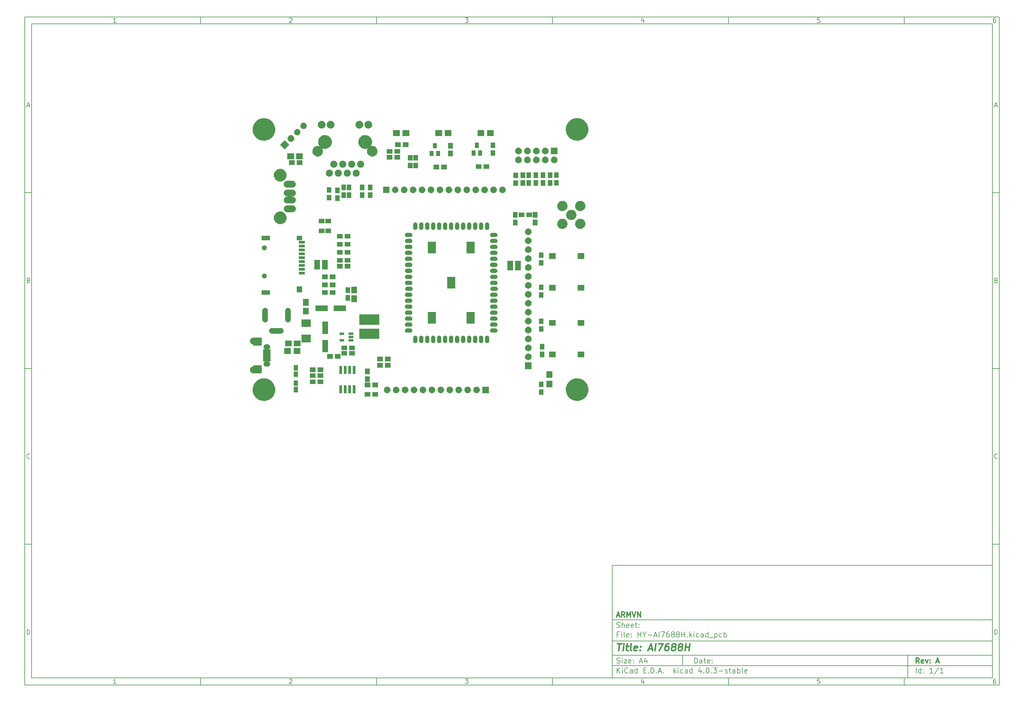
<source format=gts>
G04 #@! TF.FileFunction,Soldermask,Top*
%FSLAX46Y46*%
G04 Gerber Fmt 4.6, Leading zero omitted, Abs format (unit mm)*
G04 Created by KiCad (PCBNEW 4.0.3-stable) date 11/15/16 10:24:21*
%MOMM*%
%LPD*%
G01*
G04 APERTURE LIST*
%ADD10C,0.100000*%
%ADD11C,0.150000*%
%ADD12C,0.300000*%
%ADD13C,0.400000*%
G04 APERTURE END LIST*
D10*
D11*
X177002200Y-166007200D02*
X177002200Y-198007200D01*
X285002200Y-198007200D01*
X285002200Y-166007200D01*
X177002200Y-166007200D01*
D10*
D11*
X10000000Y-10000000D02*
X10000000Y-200007200D01*
X287002200Y-200007200D01*
X287002200Y-10000000D01*
X10000000Y-10000000D01*
D10*
D11*
X12000000Y-12000000D02*
X12000000Y-198007200D01*
X285002200Y-198007200D01*
X285002200Y-12000000D01*
X12000000Y-12000000D01*
D10*
D11*
X60000000Y-12000000D02*
X60000000Y-10000000D01*
D10*
D11*
X110000000Y-12000000D02*
X110000000Y-10000000D01*
D10*
D11*
X160000000Y-12000000D02*
X160000000Y-10000000D01*
D10*
D11*
X210000000Y-12000000D02*
X210000000Y-10000000D01*
D10*
D11*
X260000000Y-12000000D02*
X260000000Y-10000000D01*
D10*
D11*
X35990476Y-11588095D02*
X35247619Y-11588095D01*
X35619048Y-11588095D02*
X35619048Y-10288095D01*
X35495238Y-10473810D01*
X35371429Y-10597619D01*
X35247619Y-10659524D01*
D10*
D11*
X85247619Y-10411905D02*
X85309524Y-10350000D01*
X85433333Y-10288095D01*
X85742857Y-10288095D01*
X85866667Y-10350000D01*
X85928571Y-10411905D01*
X85990476Y-10535714D01*
X85990476Y-10659524D01*
X85928571Y-10845238D01*
X85185714Y-11588095D01*
X85990476Y-11588095D01*
D10*
D11*
X135185714Y-10288095D02*
X135990476Y-10288095D01*
X135557143Y-10783333D01*
X135742857Y-10783333D01*
X135866667Y-10845238D01*
X135928571Y-10907143D01*
X135990476Y-11030952D01*
X135990476Y-11340476D01*
X135928571Y-11464286D01*
X135866667Y-11526190D01*
X135742857Y-11588095D01*
X135371429Y-11588095D01*
X135247619Y-11526190D01*
X135185714Y-11464286D01*
D10*
D11*
X185866667Y-10721429D02*
X185866667Y-11588095D01*
X185557143Y-10226190D02*
X185247619Y-11154762D01*
X186052381Y-11154762D01*
D10*
D11*
X235928571Y-10288095D02*
X235309524Y-10288095D01*
X235247619Y-10907143D01*
X235309524Y-10845238D01*
X235433333Y-10783333D01*
X235742857Y-10783333D01*
X235866667Y-10845238D01*
X235928571Y-10907143D01*
X235990476Y-11030952D01*
X235990476Y-11340476D01*
X235928571Y-11464286D01*
X235866667Y-11526190D01*
X235742857Y-11588095D01*
X235433333Y-11588095D01*
X235309524Y-11526190D01*
X235247619Y-11464286D01*
D10*
D11*
X285866667Y-10288095D02*
X285619048Y-10288095D01*
X285495238Y-10350000D01*
X285433333Y-10411905D01*
X285309524Y-10597619D01*
X285247619Y-10845238D01*
X285247619Y-11340476D01*
X285309524Y-11464286D01*
X285371429Y-11526190D01*
X285495238Y-11588095D01*
X285742857Y-11588095D01*
X285866667Y-11526190D01*
X285928571Y-11464286D01*
X285990476Y-11340476D01*
X285990476Y-11030952D01*
X285928571Y-10907143D01*
X285866667Y-10845238D01*
X285742857Y-10783333D01*
X285495238Y-10783333D01*
X285371429Y-10845238D01*
X285309524Y-10907143D01*
X285247619Y-11030952D01*
D10*
D11*
X60000000Y-198007200D02*
X60000000Y-200007200D01*
D10*
D11*
X110000000Y-198007200D02*
X110000000Y-200007200D01*
D10*
D11*
X160000000Y-198007200D02*
X160000000Y-200007200D01*
D10*
D11*
X210000000Y-198007200D02*
X210000000Y-200007200D01*
D10*
D11*
X260000000Y-198007200D02*
X260000000Y-200007200D01*
D10*
D11*
X35990476Y-199595295D02*
X35247619Y-199595295D01*
X35619048Y-199595295D02*
X35619048Y-198295295D01*
X35495238Y-198481010D01*
X35371429Y-198604819D01*
X35247619Y-198666724D01*
D10*
D11*
X85247619Y-198419105D02*
X85309524Y-198357200D01*
X85433333Y-198295295D01*
X85742857Y-198295295D01*
X85866667Y-198357200D01*
X85928571Y-198419105D01*
X85990476Y-198542914D01*
X85990476Y-198666724D01*
X85928571Y-198852438D01*
X85185714Y-199595295D01*
X85990476Y-199595295D01*
D10*
D11*
X135185714Y-198295295D02*
X135990476Y-198295295D01*
X135557143Y-198790533D01*
X135742857Y-198790533D01*
X135866667Y-198852438D01*
X135928571Y-198914343D01*
X135990476Y-199038152D01*
X135990476Y-199347676D01*
X135928571Y-199471486D01*
X135866667Y-199533390D01*
X135742857Y-199595295D01*
X135371429Y-199595295D01*
X135247619Y-199533390D01*
X135185714Y-199471486D01*
D10*
D11*
X185866667Y-198728629D02*
X185866667Y-199595295D01*
X185557143Y-198233390D02*
X185247619Y-199161962D01*
X186052381Y-199161962D01*
D10*
D11*
X235928571Y-198295295D02*
X235309524Y-198295295D01*
X235247619Y-198914343D01*
X235309524Y-198852438D01*
X235433333Y-198790533D01*
X235742857Y-198790533D01*
X235866667Y-198852438D01*
X235928571Y-198914343D01*
X235990476Y-199038152D01*
X235990476Y-199347676D01*
X235928571Y-199471486D01*
X235866667Y-199533390D01*
X235742857Y-199595295D01*
X235433333Y-199595295D01*
X235309524Y-199533390D01*
X235247619Y-199471486D01*
D10*
D11*
X285866667Y-198295295D02*
X285619048Y-198295295D01*
X285495238Y-198357200D01*
X285433333Y-198419105D01*
X285309524Y-198604819D01*
X285247619Y-198852438D01*
X285247619Y-199347676D01*
X285309524Y-199471486D01*
X285371429Y-199533390D01*
X285495238Y-199595295D01*
X285742857Y-199595295D01*
X285866667Y-199533390D01*
X285928571Y-199471486D01*
X285990476Y-199347676D01*
X285990476Y-199038152D01*
X285928571Y-198914343D01*
X285866667Y-198852438D01*
X285742857Y-198790533D01*
X285495238Y-198790533D01*
X285371429Y-198852438D01*
X285309524Y-198914343D01*
X285247619Y-199038152D01*
D10*
D11*
X10000000Y-60000000D02*
X12000000Y-60000000D01*
D10*
D11*
X10000000Y-110000000D02*
X12000000Y-110000000D01*
D10*
D11*
X10000000Y-160000000D02*
X12000000Y-160000000D01*
D10*
D11*
X10690476Y-35216667D02*
X11309524Y-35216667D01*
X10566667Y-35588095D02*
X11000000Y-34288095D01*
X11433333Y-35588095D01*
D10*
D11*
X11092857Y-84907143D02*
X11278571Y-84969048D01*
X11340476Y-85030952D01*
X11402381Y-85154762D01*
X11402381Y-85340476D01*
X11340476Y-85464286D01*
X11278571Y-85526190D01*
X11154762Y-85588095D01*
X10659524Y-85588095D01*
X10659524Y-84288095D01*
X11092857Y-84288095D01*
X11216667Y-84350000D01*
X11278571Y-84411905D01*
X11340476Y-84535714D01*
X11340476Y-84659524D01*
X11278571Y-84783333D01*
X11216667Y-84845238D01*
X11092857Y-84907143D01*
X10659524Y-84907143D01*
D10*
D11*
X11402381Y-135464286D02*
X11340476Y-135526190D01*
X11154762Y-135588095D01*
X11030952Y-135588095D01*
X10845238Y-135526190D01*
X10721429Y-135402381D01*
X10659524Y-135278571D01*
X10597619Y-135030952D01*
X10597619Y-134845238D01*
X10659524Y-134597619D01*
X10721429Y-134473810D01*
X10845238Y-134350000D01*
X11030952Y-134288095D01*
X11154762Y-134288095D01*
X11340476Y-134350000D01*
X11402381Y-134411905D01*
D10*
D11*
X10659524Y-185588095D02*
X10659524Y-184288095D01*
X10969048Y-184288095D01*
X11154762Y-184350000D01*
X11278571Y-184473810D01*
X11340476Y-184597619D01*
X11402381Y-184845238D01*
X11402381Y-185030952D01*
X11340476Y-185278571D01*
X11278571Y-185402381D01*
X11154762Y-185526190D01*
X10969048Y-185588095D01*
X10659524Y-185588095D01*
D10*
D11*
X287002200Y-60000000D02*
X285002200Y-60000000D01*
D10*
D11*
X287002200Y-110000000D02*
X285002200Y-110000000D01*
D10*
D11*
X287002200Y-160000000D02*
X285002200Y-160000000D01*
D10*
D11*
X285692676Y-35216667D02*
X286311724Y-35216667D01*
X285568867Y-35588095D02*
X286002200Y-34288095D01*
X286435533Y-35588095D01*
D10*
D11*
X286095057Y-84907143D02*
X286280771Y-84969048D01*
X286342676Y-85030952D01*
X286404581Y-85154762D01*
X286404581Y-85340476D01*
X286342676Y-85464286D01*
X286280771Y-85526190D01*
X286156962Y-85588095D01*
X285661724Y-85588095D01*
X285661724Y-84288095D01*
X286095057Y-84288095D01*
X286218867Y-84350000D01*
X286280771Y-84411905D01*
X286342676Y-84535714D01*
X286342676Y-84659524D01*
X286280771Y-84783333D01*
X286218867Y-84845238D01*
X286095057Y-84907143D01*
X285661724Y-84907143D01*
D10*
D11*
X286404581Y-135464286D02*
X286342676Y-135526190D01*
X286156962Y-135588095D01*
X286033152Y-135588095D01*
X285847438Y-135526190D01*
X285723629Y-135402381D01*
X285661724Y-135278571D01*
X285599819Y-135030952D01*
X285599819Y-134845238D01*
X285661724Y-134597619D01*
X285723629Y-134473810D01*
X285847438Y-134350000D01*
X286033152Y-134288095D01*
X286156962Y-134288095D01*
X286342676Y-134350000D01*
X286404581Y-134411905D01*
D10*
D11*
X285661724Y-185588095D02*
X285661724Y-184288095D01*
X285971248Y-184288095D01*
X286156962Y-184350000D01*
X286280771Y-184473810D01*
X286342676Y-184597619D01*
X286404581Y-184845238D01*
X286404581Y-185030952D01*
X286342676Y-185278571D01*
X286280771Y-185402381D01*
X286156962Y-185526190D01*
X285971248Y-185588095D01*
X285661724Y-185588095D01*
D10*
D11*
X200359343Y-193785771D02*
X200359343Y-192285771D01*
X200716486Y-192285771D01*
X200930771Y-192357200D01*
X201073629Y-192500057D01*
X201145057Y-192642914D01*
X201216486Y-192928629D01*
X201216486Y-193142914D01*
X201145057Y-193428629D01*
X201073629Y-193571486D01*
X200930771Y-193714343D01*
X200716486Y-193785771D01*
X200359343Y-193785771D01*
X202502200Y-193785771D02*
X202502200Y-193000057D01*
X202430771Y-192857200D01*
X202287914Y-192785771D01*
X202002200Y-192785771D01*
X201859343Y-192857200D01*
X202502200Y-193714343D02*
X202359343Y-193785771D01*
X202002200Y-193785771D01*
X201859343Y-193714343D01*
X201787914Y-193571486D01*
X201787914Y-193428629D01*
X201859343Y-193285771D01*
X202002200Y-193214343D01*
X202359343Y-193214343D01*
X202502200Y-193142914D01*
X203002200Y-192785771D02*
X203573629Y-192785771D01*
X203216486Y-192285771D02*
X203216486Y-193571486D01*
X203287914Y-193714343D01*
X203430772Y-193785771D01*
X203573629Y-193785771D01*
X204645057Y-193714343D02*
X204502200Y-193785771D01*
X204216486Y-193785771D01*
X204073629Y-193714343D01*
X204002200Y-193571486D01*
X204002200Y-193000057D01*
X204073629Y-192857200D01*
X204216486Y-192785771D01*
X204502200Y-192785771D01*
X204645057Y-192857200D01*
X204716486Y-193000057D01*
X204716486Y-193142914D01*
X204002200Y-193285771D01*
X205359343Y-193642914D02*
X205430771Y-193714343D01*
X205359343Y-193785771D01*
X205287914Y-193714343D01*
X205359343Y-193642914D01*
X205359343Y-193785771D01*
X205359343Y-192857200D02*
X205430771Y-192928629D01*
X205359343Y-193000057D01*
X205287914Y-192928629D01*
X205359343Y-192857200D01*
X205359343Y-193000057D01*
D10*
D11*
X177002200Y-194507200D02*
X285002200Y-194507200D01*
D10*
D11*
X178359343Y-196585771D02*
X178359343Y-195085771D01*
X179216486Y-196585771D02*
X178573629Y-195728629D01*
X179216486Y-195085771D02*
X178359343Y-195942914D01*
X179859343Y-196585771D02*
X179859343Y-195585771D01*
X179859343Y-195085771D02*
X179787914Y-195157200D01*
X179859343Y-195228629D01*
X179930771Y-195157200D01*
X179859343Y-195085771D01*
X179859343Y-195228629D01*
X181430772Y-196442914D02*
X181359343Y-196514343D01*
X181145057Y-196585771D01*
X181002200Y-196585771D01*
X180787915Y-196514343D01*
X180645057Y-196371486D01*
X180573629Y-196228629D01*
X180502200Y-195942914D01*
X180502200Y-195728629D01*
X180573629Y-195442914D01*
X180645057Y-195300057D01*
X180787915Y-195157200D01*
X181002200Y-195085771D01*
X181145057Y-195085771D01*
X181359343Y-195157200D01*
X181430772Y-195228629D01*
X182716486Y-196585771D02*
X182716486Y-195800057D01*
X182645057Y-195657200D01*
X182502200Y-195585771D01*
X182216486Y-195585771D01*
X182073629Y-195657200D01*
X182716486Y-196514343D02*
X182573629Y-196585771D01*
X182216486Y-196585771D01*
X182073629Y-196514343D01*
X182002200Y-196371486D01*
X182002200Y-196228629D01*
X182073629Y-196085771D01*
X182216486Y-196014343D01*
X182573629Y-196014343D01*
X182716486Y-195942914D01*
X184073629Y-196585771D02*
X184073629Y-195085771D01*
X184073629Y-196514343D02*
X183930772Y-196585771D01*
X183645058Y-196585771D01*
X183502200Y-196514343D01*
X183430772Y-196442914D01*
X183359343Y-196300057D01*
X183359343Y-195871486D01*
X183430772Y-195728629D01*
X183502200Y-195657200D01*
X183645058Y-195585771D01*
X183930772Y-195585771D01*
X184073629Y-195657200D01*
X185930772Y-195800057D02*
X186430772Y-195800057D01*
X186645058Y-196585771D02*
X185930772Y-196585771D01*
X185930772Y-195085771D01*
X186645058Y-195085771D01*
X187287915Y-196442914D02*
X187359343Y-196514343D01*
X187287915Y-196585771D01*
X187216486Y-196514343D01*
X187287915Y-196442914D01*
X187287915Y-196585771D01*
X188002201Y-196585771D02*
X188002201Y-195085771D01*
X188359344Y-195085771D01*
X188573629Y-195157200D01*
X188716487Y-195300057D01*
X188787915Y-195442914D01*
X188859344Y-195728629D01*
X188859344Y-195942914D01*
X188787915Y-196228629D01*
X188716487Y-196371486D01*
X188573629Y-196514343D01*
X188359344Y-196585771D01*
X188002201Y-196585771D01*
X189502201Y-196442914D02*
X189573629Y-196514343D01*
X189502201Y-196585771D01*
X189430772Y-196514343D01*
X189502201Y-196442914D01*
X189502201Y-196585771D01*
X190145058Y-196157200D02*
X190859344Y-196157200D01*
X190002201Y-196585771D02*
X190502201Y-195085771D01*
X191002201Y-196585771D01*
X191502201Y-196442914D02*
X191573629Y-196514343D01*
X191502201Y-196585771D01*
X191430772Y-196514343D01*
X191502201Y-196442914D01*
X191502201Y-196585771D01*
X194502201Y-196585771D02*
X194502201Y-195085771D01*
X194645058Y-196014343D02*
X195073629Y-196585771D01*
X195073629Y-195585771D02*
X194502201Y-196157200D01*
X195716487Y-196585771D02*
X195716487Y-195585771D01*
X195716487Y-195085771D02*
X195645058Y-195157200D01*
X195716487Y-195228629D01*
X195787915Y-195157200D01*
X195716487Y-195085771D01*
X195716487Y-195228629D01*
X197073630Y-196514343D02*
X196930773Y-196585771D01*
X196645059Y-196585771D01*
X196502201Y-196514343D01*
X196430773Y-196442914D01*
X196359344Y-196300057D01*
X196359344Y-195871486D01*
X196430773Y-195728629D01*
X196502201Y-195657200D01*
X196645059Y-195585771D01*
X196930773Y-195585771D01*
X197073630Y-195657200D01*
X198359344Y-196585771D02*
X198359344Y-195800057D01*
X198287915Y-195657200D01*
X198145058Y-195585771D01*
X197859344Y-195585771D01*
X197716487Y-195657200D01*
X198359344Y-196514343D02*
X198216487Y-196585771D01*
X197859344Y-196585771D01*
X197716487Y-196514343D01*
X197645058Y-196371486D01*
X197645058Y-196228629D01*
X197716487Y-196085771D01*
X197859344Y-196014343D01*
X198216487Y-196014343D01*
X198359344Y-195942914D01*
X199716487Y-196585771D02*
X199716487Y-195085771D01*
X199716487Y-196514343D02*
X199573630Y-196585771D01*
X199287916Y-196585771D01*
X199145058Y-196514343D01*
X199073630Y-196442914D01*
X199002201Y-196300057D01*
X199002201Y-195871486D01*
X199073630Y-195728629D01*
X199145058Y-195657200D01*
X199287916Y-195585771D01*
X199573630Y-195585771D01*
X199716487Y-195657200D01*
X202216487Y-195585771D02*
X202216487Y-196585771D01*
X201859344Y-195014343D02*
X201502201Y-196085771D01*
X202430773Y-196085771D01*
X203002201Y-196442914D02*
X203073629Y-196514343D01*
X203002201Y-196585771D01*
X202930772Y-196514343D01*
X203002201Y-196442914D01*
X203002201Y-196585771D01*
X204002201Y-195085771D02*
X204145058Y-195085771D01*
X204287915Y-195157200D01*
X204359344Y-195228629D01*
X204430773Y-195371486D01*
X204502201Y-195657200D01*
X204502201Y-196014343D01*
X204430773Y-196300057D01*
X204359344Y-196442914D01*
X204287915Y-196514343D01*
X204145058Y-196585771D01*
X204002201Y-196585771D01*
X203859344Y-196514343D01*
X203787915Y-196442914D01*
X203716487Y-196300057D01*
X203645058Y-196014343D01*
X203645058Y-195657200D01*
X203716487Y-195371486D01*
X203787915Y-195228629D01*
X203859344Y-195157200D01*
X204002201Y-195085771D01*
X205145058Y-196442914D02*
X205216486Y-196514343D01*
X205145058Y-196585771D01*
X205073629Y-196514343D01*
X205145058Y-196442914D01*
X205145058Y-196585771D01*
X205716487Y-195085771D02*
X206645058Y-195085771D01*
X206145058Y-195657200D01*
X206359344Y-195657200D01*
X206502201Y-195728629D01*
X206573630Y-195800057D01*
X206645058Y-195942914D01*
X206645058Y-196300057D01*
X206573630Y-196442914D01*
X206502201Y-196514343D01*
X206359344Y-196585771D01*
X205930772Y-196585771D01*
X205787915Y-196514343D01*
X205716487Y-196442914D01*
X207287915Y-196014343D02*
X208430772Y-196014343D01*
X209073629Y-196514343D02*
X209216486Y-196585771D01*
X209502201Y-196585771D01*
X209645058Y-196514343D01*
X209716486Y-196371486D01*
X209716486Y-196300057D01*
X209645058Y-196157200D01*
X209502201Y-196085771D01*
X209287915Y-196085771D01*
X209145058Y-196014343D01*
X209073629Y-195871486D01*
X209073629Y-195800057D01*
X209145058Y-195657200D01*
X209287915Y-195585771D01*
X209502201Y-195585771D01*
X209645058Y-195657200D01*
X210145058Y-195585771D02*
X210716487Y-195585771D01*
X210359344Y-195085771D02*
X210359344Y-196371486D01*
X210430772Y-196514343D01*
X210573630Y-196585771D01*
X210716487Y-196585771D01*
X211859344Y-196585771D02*
X211859344Y-195800057D01*
X211787915Y-195657200D01*
X211645058Y-195585771D01*
X211359344Y-195585771D01*
X211216487Y-195657200D01*
X211859344Y-196514343D02*
X211716487Y-196585771D01*
X211359344Y-196585771D01*
X211216487Y-196514343D01*
X211145058Y-196371486D01*
X211145058Y-196228629D01*
X211216487Y-196085771D01*
X211359344Y-196014343D01*
X211716487Y-196014343D01*
X211859344Y-195942914D01*
X212573630Y-196585771D02*
X212573630Y-195085771D01*
X212573630Y-195657200D02*
X212716487Y-195585771D01*
X213002201Y-195585771D01*
X213145058Y-195657200D01*
X213216487Y-195728629D01*
X213287916Y-195871486D01*
X213287916Y-196300057D01*
X213216487Y-196442914D01*
X213145058Y-196514343D01*
X213002201Y-196585771D01*
X212716487Y-196585771D01*
X212573630Y-196514343D01*
X214145059Y-196585771D02*
X214002201Y-196514343D01*
X213930773Y-196371486D01*
X213930773Y-195085771D01*
X215287915Y-196514343D02*
X215145058Y-196585771D01*
X214859344Y-196585771D01*
X214716487Y-196514343D01*
X214645058Y-196371486D01*
X214645058Y-195800057D01*
X214716487Y-195657200D01*
X214859344Y-195585771D01*
X215145058Y-195585771D01*
X215287915Y-195657200D01*
X215359344Y-195800057D01*
X215359344Y-195942914D01*
X214645058Y-196085771D01*
D10*
D11*
X177002200Y-191507200D02*
X285002200Y-191507200D01*
D10*
D12*
X264216486Y-193785771D02*
X263716486Y-193071486D01*
X263359343Y-193785771D02*
X263359343Y-192285771D01*
X263930771Y-192285771D01*
X264073629Y-192357200D01*
X264145057Y-192428629D01*
X264216486Y-192571486D01*
X264216486Y-192785771D01*
X264145057Y-192928629D01*
X264073629Y-193000057D01*
X263930771Y-193071486D01*
X263359343Y-193071486D01*
X265430771Y-193714343D02*
X265287914Y-193785771D01*
X265002200Y-193785771D01*
X264859343Y-193714343D01*
X264787914Y-193571486D01*
X264787914Y-193000057D01*
X264859343Y-192857200D01*
X265002200Y-192785771D01*
X265287914Y-192785771D01*
X265430771Y-192857200D01*
X265502200Y-193000057D01*
X265502200Y-193142914D01*
X264787914Y-193285771D01*
X266002200Y-192785771D02*
X266359343Y-193785771D01*
X266716485Y-192785771D01*
X267287914Y-193642914D02*
X267359342Y-193714343D01*
X267287914Y-193785771D01*
X267216485Y-193714343D01*
X267287914Y-193642914D01*
X267287914Y-193785771D01*
X267287914Y-192857200D02*
X267359342Y-192928629D01*
X267287914Y-193000057D01*
X267216485Y-192928629D01*
X267287914Y-192857200D01*
X267287914Y-193000057D01*
X269073628Y-193357200D02*
X269787914Y-193357200D01*
X268930771Y-193785771D02*
X269430771Y-192285771D01*
X269930771Y-193785771D01*
D10*
D11*
X178287914Y-193714343D02*
X178502200Y-193785771D01*
X178859343Y-193785771D01*
X179002200Y-193714343D01*
X179073629Y-193642914D01*
X179145057Y-193500057D01*
X179145057Y-193357200D01*
X179073629Y-193214343D01*
X179002200Y-193142914D01*
X178859343Y-193071486D01*
X178573629Y-193000057D01*
X178430771Y-192928629D01*
X178359343Y-192857200D01*
X178287914Y-192714343D01*
X178287914Y-192571486D01*
X178359343Y-192428629D01*
X178430771Y-192357200D01*
X178573629Y-192285771D01*
X178930771Y-192285771D01*
X179145057Y-192357200D01*
X179787914Y-193785771D02*
X179787914Y-192785771D01*
X179787914Y-192285771D02*
X179716485Y-192357200D01*
X179787914Y-192428629D01*
X179859342Y-192357200D01*
X179787914Y-192285771D01*
X179787914Y-192428629D01*
X180359343Y-192785771D02*
X181145057Y-192785771D01*
X180359343Y-193785771D01*
X181145057Y-193785771D01*
X182287914Y-193714343D02*
X182145057Y-193785771D01*
X181859343Y-193785771D01*
X181716486Y-193714343D01*
X181645057Y-193571486D01*
X181645057Y-193000057D01*
X181716486Y-192857200D01*
X181859343Y-192785771D01*
X182145057Y-192785771D01*
X182287914Y-192857200D01*
X182359343Y-193000057D01*
X182359343Y-193142914D01*
X181645057Y-193285771D01*
X183002200Y-193642914D02*
X183073628Y-193714343D01*
X183002200Y-193785771D01*
X182930771Y-193714343D01*
X183002200Y-193642914D01*
X183002200Y-193785771D01*
X183002200Y-192857200D02*
X183073628Y-192928629D01*
X183002200Y-193000057D01*
X182930771Y-192928629D01*
X183002200Y-192857200D01*
X183002200Y-193000057D01*
X184787914Y-193357200D02*
X185502200Y-193357200D01*
X184645057Y-193785771D02*
X185145057Y-192285771D01*
X185645057Y-193785771D01*
X186787914Y-192785771D02*
X186787914Y-193785771D01*
X186430771Y-192214343D02*
X186073628Y-193285771D01*
X187002200Y-193285771D01*
D10*
D11*
X263359343Y-196585771D02*
X263359343Y-195085771D01*
X264716486Y-196585771D02*
X264716486Y-195085771D01*
X264716486Y-196514343D02*
X264573629Y-196585771D01*
X264287915Y-196585771D01*
X264145057Y-196514343D01*
X264073629Y-196442914D01*
X264002200Y-196300057D01*
X264002200Y-195871486D01*
X264073629Y-195728629D01*
X264145057Y-195657200D01*
X264287915Y-195585771D01*
X264573629Y-195585771D01*
X264716486Y-195657200D01*
X265430772Y-196442914D02*
X265502200Y-196514343D01*
X265430772Y-196585771D01*
X265359343Y-196514343D01*
X265430772Y-196442914D01*
X265430772Y-196585771D01*
X265430772Y-195657200D02*
X265502200Y-195728629D01*
X265430772Y-195800057D01*
X265359343Y-195728629D01*
X265430772Y-195657200D01*
X265430772Y-195800057D01*
X268073629Y-196585771D02*
X267216486Y-196585771D01*
X267645058Y-196585771D02*
X267645058Y-195085771D01*
X267502201Y-195300057D01*
X267359343Y-195442914D01*
X267216486Y-195514343D01*
X269787914Y-195014343D02*
X268502200Y-196942914D01*
X271073629Y-196585771D02*
X270216486Y-196585771D01*
X270645058Y-196585771D02*
X270645058Y-195085771D01*
X270502201Y-195300057D01*
X270359343Y-195442914D01*
X270216486Y-195514343D01*
D10*
D11*
X177002200Y-187507200D02*
X285002200Y-187507200D01*
D10*
D13*
X178454581Y-188211962D02*
X179597438Y-188211962D01*
X178776010Y-190211962D02*
X179026010Y-188211962D01*
X180014105Y-190211962D02*
X180180771Y-188878629D01*
X180264105Y-188211962D02*
X180156962Y-188307200D01*
X180240295Y-188402438D01*
X180347439Y-188307200D01*
X180264105Y-188211962D01*
X180240295Y-188402438D01*
X180847438Y-188878629D02*
X181609343Y-188878629D01*
X181216486Y-188211962D02*
X181002200Y-189926248D01*
X181073630Y-190116724D01*
X181252201Y-190211962D01*
X181442677Y-190211962D01*
X182395058Y-190211962D02*
X182216487Y-190116724D01*
X182145057Y-189926248D01*
X182359343Y-188211962D01*
X183930772Y-190116724D02*
X183728391Y-190211962D01*
X183347439Y-190211962D01*
X183168867Y-190116724D01*
X183097438Y-189926248D01*
X183192676Y-189164343D01*
X183311724Y-188973867D01*
X183514105Y-188878629D01*
X183895057Y-188878629D01*
X184073629Y-188973867D01*
X184145057Y-189164343D01*
X184121248Y-189354819D01*
X183145057Y-189545295D01*
X184895057Y-190021486D02*
X184978392Y-190116724D01*
X184871248Y-190211962D01*
X184787915Y-190116724D01*
X184895057Y-190021486D01*
X184871248Y-190211962D01*
X185026010Y-188973867D02*
X185109344Y-189069105D01*
X185002200Y-189164343D01*
X184918867Y-189069105D01*
X185026010Y-188973867D01*
X185002200Y-189164343D01*
X187323629Y-189640533D02*
X188276010Y-189640533D01*
X187061725Y-190211962D02*
X187978392Y-188211962D01*
X188395059Y-190211962D01*
X189061725Y-190211962D02*
X189311725Y-188211962D01*
X190073630Y-188211962D02*
X191406964Y-188211962D01*
X190299821Y-190211962D01*
X193026011Y-188211962D02*
X192645059Y-188211962D01*
X192442678Y-188307200D01*
X192335535Y-188402438D01*
X192109344Y-188688152D01*
X191966487Y-189069105D01*
X191871249Y-189831010D01*
X191942677Y-190021486D01*
X192026012Y-190116724D01*
X192204583Y-190211962D01*
X192585535Y-190211962D01*
X192787916Y-190116724D01*
X192895058Y-190021486D01*
X193014107Y-189831010D01*
X193073631Y-189354819D01*
X193002201Y-189164343D01*
X192918868Y-189069105D01*
X192740297Y-188973867D01*
X192359345Y-188973867D01*
X192156964Y-189069105D01*
X192049820Y-189164343D01*
X191930773Y-189354819D01*
X194252202Y-189069105D02*
X194073631Y-188973867D01*
X193990296Y-188878629D01*
X193918868Y-188688152D01*
X193930773Y-188592914D01*
X194049820Y-188402438D01*
X194156964Y-188307200D01*
X194359345Y-188211962D01*
X194740297Y-188211962D01*
X194918868Y-188307200D01*
X195002201Y-188402438D01*
X195073631Y-188592914D01*
X195061726Y-188688152D01*
X194942677Y-188878629D01*
X194835535Y-188973867D01*
X194633154Y-189069105D01*
X194252202Y-189069105D01*
X194049821Y-189164343D01*
X193942677Y-189259581D01*
X193823630Y-189450057D01*
X193776011Y-189831010D01*
X193847439Y-190021486D01*
X193930774Y-190116724D01*
X194109345Y-190211962D01*
X194490297Y-190211962D01*
X194692678Y-190116724D01*
X194799820Y-190021486D01*
X194918869Y-189831010D01*
X194966488Y-189450057D01*
X194895058Y-189259581D01*
X194811725Y-189164343D01*
X194633154Y-189069105D01*
X196156964Y-189069105D02*
X195978393Y-188973867D01*
X195895058Y-188878629D01*
X195823630Y-188688152D01*
X195835535Y-188592914D01*
X195954582Y-188402438D01*
X196061726Y-188307200D01*
X196264107Y-188211962D01*
X196645059Y-188211962D01*
X196823630Y-188307200D01*
X196906963Y-188402438D01*
X196978393Y-188592914D01*
X196966488Y-188688152D01*
X196847439Y-188878629D01*
X196740297Y-188973867D01*
X196537916Y-189069105D01*
X196156964Y-189069105D01*
X195954583Y-189164343D01*
X195847439Y-189259581D01*
X195728392Y-189450057D01*
X195680773Y-189831010D01*
X195752201Y-190021486D01*
X195835536Y-190116724D01*
X196014107Y-190211962D01*
X196395059Y-190211962D01*
X196597440Y-190116724D01*
X196704582Y-190021486D01*
X196823631Y-189831010D01*
X196871250Y-189450057D01*
X196799820Y-189259581D01*
X196716487Y-189164343D01*
X196537916Y-189069105D01*
X197633154Y-190211962D02*
X197883154Y-188211962D01*
X197764106Y-189164343D02*
X198906964Y-189164343D01*
X198776012Y-190211962D02*
X199026012Y-188211962D01*
D10*
D11*
X178859343Y-185600057D02*
X178359343Y-185600057D01*
X178359343Y-186385771D02*
X178359343Y-184885771D01*
X179073629Y-184885771D01*
X179645057Y-186385771D02*
X179645057Y-185385771D01*
X179645057Y-184885771D02*
X179573628Y-184957200D01*
X179645057Y-185028629D01*
X179716485Y-184957200D01*
X179645057Y-184885771D01*
X179645057Y-185028629D01*
X180573629Y-186385771D02*
X180430771Y-186314343D01*
X180359343Y-186171486D01*
X180359343Y-184885771D01*
X181716485Y-186314343D02*
X181573628Y-186385771D01*
X181287914Y-186385771D01*
X181145057Y-186314343D01*
X181073628Y-186171486D01*
X181073628Y-185600057D01*
X181145057Y-185457200D01*
X181287914Y-185385771D01*
X181573628Y-185385771D01*
X181716485Y-185457200D01*
X181787914Y-185600057D01*
X181787914Y-185742914D01*
X181073628Y-185885771D01*
X182430771Y-186242914D02*
X182502199Y-186314343D01*
X182430771Y-186385771D01*
X182359342Y-186314343D01*
X182430771Y-186242914D01*
X182430771Y-186385771D01*
X182430771Y-185457200D02*
X182502199Y-185528629D01*
X182430771Y-185600057D01*
X182359342Y-185528629D01*
X182430771Y-185457200D01*
X182430771Y-185600057D01*
X184287914Y-186385771D02*
X184287914Y-184885771D01*
X184287914Y-185600057D02*
X185145057Y-185600057D01*
X185145057Y-186385771D02*
X185145057Y-184885771D01*
X186145057Y-185671486D02*
X186145057Y-186385771D01*
X185645057Y-184885771D02*
X186145057Y-185671486D01*
X186645057Y-184885771D01*
X187145057Y-185814343D02*
X188287914Y-185814343D01*
X188930771Y-185957200D02*
X189645057Y-185957200D01*
X188787914Y-186385771D02*
X189287914Y-184885771D01*
X189787914Y-186385771D01*
X190287914Y-186385771D02*
X190287914Y-184885771D01*
X190859343Y-184885771D02*
X191859343Y-184885771D01*
X191216486Y-186385771D01*
X193073628Y-184885771D02*
X192787914Y-184885771D01*
X192645057Y-184957200D01*
X192573628Y-185028629D01*
X192430771Y-185242914D01*
X192359342Y-185528629D01*
X192359342Y-186100057D01*
X192430771Y-186242914D01*
X192502199Y-186314343D01*
X192645057Y-186385771D01*
X192930771Y-186385771D01*
X193073628Y-186314343D01*
X193145057Y-186242914D01*
X193216485Y-186100057D01*
X193216485Y-185742914D01*
X193145057Y-185600057D01*
X193073628Y-185528629D01*
X192930771Y-185457200D01*
X192645057Y-185457200D01*
X192502199Y-185528629D01*
X192430771Y-185600057D01*
X192359342Y-185742914D01*
X194073628Y-185528629D02*
X193930770Y-185457200D01*
X193859342Y-185385771D01*
X193787913Y-185242914D01*
X193787913Y-185171486D01*
X193859342Y-185028629D01*
X193930770Y-184957200D01*
X194073628Y-184885771D01*
X194359342Y-184885771D01*
X194502199Y-184957200D01*
X194573628Y-185028629D01*
X194645056Y-185171486D01*
X194645056Y-185242914D01*
X194573628Y-185385771D01*
X194502199Y-185457200D01*
X194359342Y-185528629D01*
X194073628Y-185528629D01*
X193930770Y-185600057D01*
X193859342Y-185671486D01*
X193787913Y-185814343D01*
X193787913Y-186100057D01*
X193859342Y-186242914D01*
X193930770Y-186314343D01*
X194073628Y-186385771D01*
X194359342Y-186385771D01*
X194502199Y-186314343D01*
X194573628Y-186242914D01*
X194645056Y-186100057D01*
X194645056Y-185814343D01*
X194573628Y-185671486D01*
X194502199Y-185600057D01*
X194359342Y-185528629D01*
X195502199Y-185528629D02*
X195359341Y-185457200D01*
X195287913Y-185385771D01*
X195216484Y-185242914D01*
X195216484Y-185171486D01*
X195287913Y-185028629D01*
X195359341Y-184957200D01*
X195502199Y-184885771D01*
X195787913Y-184885771D01*
X195930770Y-184957200D01*
X196002199Y-185028629D01*
X196073627Y-185171486D01*
X196073627Y-185242914D01*
X196002199Y-185385771D01*
X195930770Y-185457200D01*
X195787913Y-185528629D01*
X195502199Y-185528629D01*
X195359341Y-185600057D01*
X195287913Y-185671486D01*
X195216484Y-185814343D01*
X195216484Y-186100057D01*
X195287913Y-186242914D01*
X195359341Y-186314343D01*
X195502199Y-186385771D01*
X195787913Y-186385771D01*
X195930770Y-186314343D01*
X196002199Y-186242914D01*
X196073627Y-186100057D01*
X196073627Y-185814343D01*
X196002199Y-185671486D01*
X195930770Y-185600057D01*
X195787913Y-185528629D01*
X196716484Y-186385771D02*
X196716484Y-184885771D01*
X196716484Y-185600057D02*
X197573627Y-185600057D01*
X197573627Y-186385771D02*
X197573627Y-184885771D01*
X198287913Y-186242914D02*
X198359341Y-186314343D01*
X198287913Y-186385771D01*
X198216484Y-186314343D01*
X198287913Y-186242914D01*
X198287913Y-186385771D01*
X199002199Y-186385771D02*
X199002199Y-184885771D01*
X199145056Y-185814343D02*
X199573627Y-186385771D01*
X199573627Y-185385771D02*
X199002199Y-185957200D01*
X200216485Y-186385771D02*
X200216485Y-185385771D01*
X200216485Y-184885771D02*
X200145056Y-184957200D01*
X200216485Y-185028629D01*
X200287913Y-184957200D01*
X200216485Y-184885771D01*
X200216485Y-185028629D01*
X201573628Y-186314343D02*
X201430771Y-186385771D01*
X201145057Y-186385771D01*
X201002199Y-186314343D01*
X200930771Y-186242914D01*
X200859342Y-186100057D01*
X200859342Y-185671486D01*
X200930771Y-185528629D01*
X201002199Y-185457200D01*
X201145057Y-185385771D01*
X201430771Y-185385771D01*
X201573628Y-185457200D01*
X202859342Y-186385771D02*
X202859342Y-185600057D01*
X202787913Y-185457200D01*
X202645056Y-185385771D01*
X202359342Y-185385771D01*
X202216485Y-185457200D01*
X202859342Y-186314343D02*
X202716485Y-186385771D01*
X202359342Y-186385771D01*
X202216485Y-186314343D01*
X202145056Y-186171486D01*
X202145056Y-186028629D01*
X202216485Y-185885771D01*
X202359342Y-185814343D01*
X202716485Y-185814343D01*
X202859342Y-185742914D01*
X204216485Y-186385771D02*
X204216485Y-184885771D01*
X204216485Y-186314343D02*
X204073628Y-186385771D01*
X203787914Y-186385771D01*
X203645056Y-186314343D01*
X203573628Y-186242914D01*
X203502199Y-186100057D01*
X203502199Y-185671486D01*
X203573628Y-185528629D01*
X203645056Y-185457200D01*
X203787914Y-185385771D01*
X204073628Y-185385771D01*
X204216485Y-185457200D01*
X204573628Y-186528629D02*
X205716485Y-186528629D01*
X206073628Y-185385771D02*
X206073628Y-186885771D01*
X206073628Y-185457200D02*
X206216485Y-185385771D01*
X206502199Y-185385771D01*
X206645056Y-185457200D01*
X206716485Y-185528629D01*
X206787914Y-185671486D01*
X206787914Y-186100057D01*
X206716485Y-186242914D01*
X206645056Y-186314343D01*
X206502199Y-186385771D01*
X206216485Y-186385771D01*
X206073628Y-186314343D01*
X208073628Y-186314343D02*
X207930771Y-186385771D01*
X207645057Y-186385771D01*
X207502199Y-186314343D01*
X207430771Y-186242914D01*
X207359342Y-186100057D01*
X207359342Y-185671486D01*
X207430771Y-185528629D01*
X207502199Y-185457200D01*
X207645057Y-185385771D01*
X207930771Y-185385771D01*
X208073628Y-185457200D01*
X208716485Y-186385771D02*
X208716485Y-184885771D01*
X208716485Y-185457200D02*
X208859342Y-185385771D01*
X209145056Y-185385771D01*
X209287913Y-185457200D01*
X209359342Y-185528629D01*
X209430771Y-185671486D01*
X209430771Y-186100057D01*
X209359342Y-186242914D01*
X209287913Y-186314343D01*
X209145056Y-186385771D01*
X208859342Y-186385771D01*
X208716485Y-186314343D01*
D10*
D11*
X177002200Y-181507200D02*
X285002200Y-181507200D01*
D10*
D11*
X178287914Y-183614343D02*
X178502200Y-183685771D01*
X178859343Y-183685771D01*
X179002200Y-183614343D01*
X179073629Y-183542914D01*
X179145057Y-183400057D01*
X179145057Y-183257200D01*
X179073629Y-183114343D01*
X179002200Y-183042914D01*
X178859343Y-182971486D01*
X178573629Y-182900057D01*
X178430771Y-182828629D01*
X178359343Y-182757200D01*
X178287914Y-182614343D01*
X178287914Y-182471486D01*
X178359343Y-182328629D01*
X178430771Y-182257200D01*
X178573629Y-182185771D01*
X178930771Y-182185771D01*
X179145057Y-182257200D01*
X179787914Y-183685771D02*
X179787914Y-182185771D01*
X180430771Y-183685771D02*
X180430771Y-182900057D01*
X180359342Y-182757200D01*
X180216485Y-182685771D01*
X180002200Y-182685771D01*
X179859342Y-182757200D01*
X179787914Y-182828629D01*
X181716485Y-183614343D02*
X181573628Y-183685771D01*
X181287914Y-183685771D01*
X181145057Y-183614343D01*
X181073628Y-183471486D01*
X181073628Y-182900057D01*
X181145057Y-182757200D01*
X181287914Y-182685771D01*
X181573628Y-182685771D01*
X181716485Y-182757200D01*
X181787914Y-182900057D01*
X181787914Y-183042914D01*
X181073628Y-183185771D01*
X183002199Y-183614343D02*
X182859342Y-183685771D01*
X182573628Y-183685771D01*
X182430771Y-183614343D01*
X182359342Y-183471486D01*
X182359342Y-182900057D01*
X182430771Y-182757200D01*
X182573628Y-182685771D01*
X182859342Y-182685771D01*
X183002199Y-182757200D01*
X183073628Y-182900057D01*
X183073628Y-183042914D01*
X182359342Y-183185771D01*
X183502199Y-182685771D02*
X184073628Y-182685771D01*
X183716485Y-182185771D02*
X183716485Y-183471486D01*
X183787913Y-183614343D01*
X183930771Y-183685771D01*
X184073628Y-183685771D01*
X184573628Y-183542914D02*
X184645056Y-183614343D01*
X184573628Y-183685771D01*
X184502199Y-183614343D01*
X184573628Y-183542914D01*
X184573628Y-183685771D01*
X184573628Y-182757200D02*
X184645056Y-182828629D01*
X184573628Y-182900057D01*
X184502199Y-182828629D01*
X184573628Y-182757200D01*
X184573628Y-182900057D01*
D10*
D12*
X178287914Y-180257200D02*
X179002200Y-180257200D01*
X178145057Y-180685771D02*
X178645057Y-179185771D01*
X179145057Y-180685771D01*
X180502200Y-180685771D02*
X180002200Y-179971486D01*
X179645057Y-180685771D02*
X179645057Y-179185771D01*
X180216485Y-179185771D01*
X180359343Y-179257200D01*
X180430771Y-179328629D01*
X180502200Y-179471486D01*
X180502200Y-179685771D01*
X180430771Y-179828629D01*
X180359343Y-179900057D01*
X180216485Y-179971486D01*
X179645057Y-179971486D01*
X181145057Y-180685771D02*
X181145057Y-179185771D01*
X181645057Y-180257200D01*
X182145057Y-179185771D01*
X182145057Y-180685771D01*
X182645057Y-179185771D02*
X183145057Y-180685771D01*
X183645057Y-179185771D01*
X184145057Y-180685771D02*
X184145057Y-179185771D01*
X185002200Y-180685771D01*
X185002200Y-179185771D01*
D10*
D11*
X197002200Y-191507200D02*
X197002200Y-194507200D01*
D10*
D11*
X261002200Y-191507200D02*
X261002200Y-198007200D01*
D10*
G36*
X78336109Y-112802130D02*
X78950846Y-112928318D01*
X79529361Y-113171503D01*
X80049629Y-113522428D01*
X80491822Y-113967718D01*
X80839107Y-114490424D01*
X81078245Y-115070619D01*
X81200071Y-115685880D01*
X81200071Y-115685890D01*
X81200137Y-115686224D01*
X81190128Y-116403007D01*
X81190052Y-116403341D01*
X81190052Y-116403353D01*
X81051098Y-117014963D01*
X80795848Y-117588262D01*
X80434108Y-118101063D01*
X79979647Y-118533839D01*
X79449791Y-118870096D01*
X78864707Y-119097036D01*
X78246691Y-119206008D01*
X77619276Y-119192866D01*
X77006358Y-119058107D01*
X76431294Y-118806867D01*
X75915981Y-118448716D01*
X75480044Y-117997290D01*
X75140096Y-117469794D01*
X74909078Y-116886310D01*
X74795791Y-116269062D01*
X74804554Y-115641572D01*
X74935028Y-115027736D01*
X75182249Y-114450928D01*
X75536796Y-113933126D01*
X75985166Y-113494049D01*
X76510279Y-113150425D01*
X77092135Y-112915339D01*
X77708569Y-112797748D01*
X78336109Y-112802130D01*
X78336109Y-112802130D01*
G37*
G36*
X167336109Y-112802130D02*
X167950846Y-112928318D01*
X168529361Y-113171503D01*
X169049629Y-113522428D01*
X169491822Y-113967718D01*
X169839107Y-114490424D01*
X170078245Y-115070619D01*
X170200071Y-115685880D01*
X170200071Y-115685890D01*
X170200137Y-115686224D01*
X170190128Y-116403007D01*
X170190052Y-116403341D01*
X170190052Y-116403353D01*
X170051098Y-117014963D01*
X169795848Y-117588262D01*
X169434108Y-118101063D01*
X168979647Y-118533839D01*
X168449791Y-118870096D01*
X167864707Y-119097036D01*
X167246691Y-119206008D01*
X166619276Y-119192866D01*
X166006358Y-119058107D01*
X165431294Y-118806867D01*
X164915981Y-118448716D01*
X164480044Y-117997290D01*
X164140096Y-117469794D01*
X163909078Y-116886310D01*
X163795791Y-116269062D01*
X163804554Y-115641572D01*
X163935028Y-115027736D01*
X164182249Y-114450928D01*
X164536796Y-113933126D01*
X164985166Y-113494049D01*
X165510279Y-113150425D01*
X166092135Y-112915339D01*
X166708569Y-112797748D01*
X167336109Y-112802130D01*
X167336109Y-112802130D01*
G37*
G36*
X110444000Y-117983000D02*
X108844000Y-117983000D01*
X108844000Y-116683000D01*
X110444000Y-116683000D01*
X110444000Y-117983000D01*
X110444000Y-117983000D01*
G37*
G36*
X108244000Y-117983000D02*
X106644000Y-117983000D01*
X106644000Y-116683000D01*
X108244000Y-116683000D01*
X108244000Y-117983000D01*
X108244000Y-117983000D01*
G37*
G36*
X157454000Y-117498000D02*
X156154000Y-117498000D01*
X156154000Y-115898000D01*
X157454000Y-115898000D01*
X157454000Y-117498000D01*
X157454000Y-117498000D01*
G37*
G36*
X103982800Y-117057800D02*
X103281200Y-117057800D01*
X103281200Y-114756200D01*
X103982800Y-114756200D01*
X103982800Y-117057800D01*
X103982800Y-117057800D01*
G37*
G36*
X100172800Y-117057800D02*
X99471200Y-117057800D01*
X99471200Y-114756200D01*
X100172800Y-114756200D01*
X100172800Y-117057800D01*
X100172800Y-117057800D01*
G37*
G36*
X102712800Y-117057800D02*
X102011200Y-117057800D01*
X102011200Y-114756200D01*
X102712800Y-114756200D01*
X102712800Y-117057800D01*
X102712800Y-117057800D01*
G37*
G36*
X101442800Y-117057800D02*
X100741200Y-117057800D01*
X100741200Y-114756200D01*
X101442800Y-114756200D01*
X101442800Y-117057800D01*
X101442800Y-117057800D01*
G37*
G36*
X113128711Y-115138824D02*
X113309253Y-115175885D01*
X113479154Y-115247304D01*
X113631950Y-115350366D01*
X113761819Y-115481146D01*
X113863813Y-115634658D01*
X113934042Y-115805049D01*
X113969774Y-115985504D01*
X113969774Y-115985514D01*
X113969840Y-115985848D01*
X113966901Y-116196358D01*
X113966824Y-116196697D01*
X113966824Y-116196700D01*
X113926070Y-116376086D01*
X113851107Y-116544453D01*
X113744869Y-116695056D01*
X113611396Y-116822160D01*
X113455787Y-116920912D01*
X113283954Y-116987563D01*
X113102452Y-117019566D01*
X112918188Y-117015707D01*
X112738176Y-116976128D01*
X112569290Y-116902344D01*
X112417949Y-116797159D01*
X112289918Y-116664579D01*
X112190081Y-116509663D01*
X112122234Y-116338300D01*
X112088962Y-116157018D01*
X112091536Y-115972733D01*
X112129854Y-115792459D01*
X112202461Y-115623056D01*
X112306587Y-115470985D01*
X112438269Y-115342031D01*
X112592487Y-115241114D01*
X112763371Y-115172072D01*
X112944408Y-115137537D01*
X113128711Y-115138824D01*
X113128711Y-115138824D01*
G37*
G36*
X125828711Y-115138824D02*
X126009253Y-115175885D01*
X126179154Y-115247304D01*
X126331950Y-115350366D01*
X126461819Y-115481146D01*
X126563813Y-115634658D01*
X126634042Y-115805049D01*
X126669774Y-115985504D01*
X126669774Y-115985514D01*
X126669840Y-115985848D01*
X126666901Y-116196358D01*
X126666824Y-116196697D01*
X126666824Y-116196700D01*
X126626070Y-116376086D01*
X126551107Y-116544453D01*
X126444869Y-116695056D01*
X126311396Y-116822160D01*
X126155787Y-116920912D01*
X125983954Y-116987563D01*
X125802452Y-117019566D01*
X125618188Y-117015707D01*
X125438176Y-116976128D01*
X125269290Y-116902344D01*
X125117949Y-116797159D01*
X124989918Y-116664579D01*
X124890081Y-116509663D01*
X124822234Y-116338300D01*
X124788962Y-116157018D01*
X124791536Y-115972733D01*
X124829854Y-115792459D01*
X124902461Y-115623056D01*
X125006587Y-115470985D01*
X125138269Y-115342031D01*
X125292487Y-115241114D01*
X125463371Y-115172072D01*
X125644408Y-115137537D01*
X125828711Y-115138824D01*
X125828711Y-115138824D01*
G37*
G36*
X130908711Y-115138824D02*
X131089253Y-115175885D01*
X131259154Y-115247304D01*
X131411950Y-115350366D01*
X131541819Y-115481146D01*
X131643813Y-115634658D01*
X131714042Y-115805049D01*
X131749774Y-115985504D01*
X131749774Y-115985514D01*
X131749840Y-115985848D01*
X131746901Y-116196358D01*
X131746824Y-116196697D01*
X131746824Y-116196700D01*
X131706070Y-116376086D01*
X131631107Y-116544453D01*
X131524869Y-116695056D01*
X131391396Y-116822160D01*
X131235787Y-116920912D01*
X131063954Y-116987563D01*
X130882452Y-117019566D01*
X130698188Y-117015707D01*
X130518176Y-116976128D01*
X130349290Y-116902344D01*
X130197949Y-116797159D01*
X130069918Y-116664579D01*
X129970081Y-116509663D01*
X129902234Y-116338300D01*
X129868962Y-116157018D01*
X129871536Y-115972733D01*
X129909854Y-115792459D01*
X129982461Y-115623056D01*
X130086587Y-115470985D01*
X130218269Y-115342031D01*
X130372487Y-115241114D01*
X130543371Y-115172072D01*
X130724408Y-115137537D01*
X130908711Y-115138824D01*
X130908711Y-115138824D01*
G37*
G36*
X138528711Y-115138824D02*
X138709253Y-115175885D01*
X138879154Y-115247304D01*
X139031950Y-115350366D01*
X139161819Y-115481146D01*
X139263813Y-115634658D01*
X139334042Y-115805049D01*
X139369774Y-115985504D01*
X139369774Y-115985514D01*
X139369840Y-115985848D01*
X139366901Y-116196358D01*
X139366824Y-116196697D01*
X139366824Y-116196700D01*
X139326070Y-116376086D01*
X139251107Y-116544453D01*
X139144869Y-116695056D01*
X139011396Y-116822160D01*
X138855787Y-116920912D01*
X138683954Y-116987563D01*
X138502452Y-117019566D01*
X138318188Y-117015707D01*
X138138176Y-116976128D01*
X137969290Y-116902344D01*
X137817949Y-116797159D01*
X137689918Y-116664579D01*
X137590081Y-116509663D01*
X137522234Y-116338300D01*
X137488962Y-116157018D01*
X137491536Y-115972733D01*
X137529854Y-115792459D01*
X137602461Y-115623056D01*
X137706587Y-115470985D01*
X137838269Y-115342031D01*
X137992487Y-115241114D01*
X138163371Y-115172072D01*
X138344408Y-115137537D01*
X138528711Y-115138824D01*
X138528711Y-115138824D01*
G37*
G36*
X133448711Y-115138824D02*
X133629253Y-115175885D01*
X133799154Y-115247304D01*
X133951950Y-115350366D01*
X134081819Y-115481146D01*
X134183813Y-115634658D01*
X134254042Y-115805049D01*
X134289774Y-115985504D01*
X134289774Y-115985514D01*
X134289840Y-115985848D01*
X134286901Y-116196358D01*
X134286824Y-116196697D01*
X134286824Y-116196700D01*
X134246070Y-116376086D01*
X134171107Y-116544453D01*
X134064869Y-116695056D01*
X133931396Y-116822160D01*
X133775787Y-116920912D01*
X133603954Y-116987563D01*
X133422452Y-117019566D01*
X133238188Y-117015707D01*
X133058176Y-116976128D01*
X132889290Y-116902344D01*
X132737949Y-116797159D01*
X132609918Y-116664579D01*
X132510081Y-116509663D01*
X132442234Y-116338300D01*
X132408962Y-116157018D01*
X132411536Y-115972733D01*
X132449854Y-115792459D01*
X132522461Y-115623056D01*
X132626587Y-115470985D01*
X132758269Y-115342031D01*
X132912487Y-115241114D01*
X133083371Y-115172072D01*
X133264408Y-115137537D01*
X133448711Y-115138824D01*
X133448711Y-115138824D01*
G37*
G36*
X128368711Y-115138824D02*
X128549253Y-115175885D01*
X128719154Y-115247304D01*
X128871950Y-115350366D01*
X129001819Y-115481146D01*
X129103813Y-115634658D01*
X129174042Y-115805049D01*
X129209774Y-115985504D01*
X129209774Y-115985514D01*
X129209840Y-115985848D01*
X129206901Y-116196358D01*
X129206824Y-116196697D01*
X129206824Y-116196700D01*
X129166070Y-116376086D01*
X129091107Y-116544453D01*
X128984869Y-116695056D01*
X128851396Y-116822160D01*
X128695787Y-116920912D01*
X128523954Y-116987563D01*
X128342452Y-117019566D01*
X128158188Y-117015707D01*
X127978176Y-116976128D01*
X127809290Y-116902344D01*
X127657949Y-116797159D01*
X127529918Y-116664579D01*
X127430081Y-116509663D01*
X127362234Y-116338300D01*
X127328962Y-116157018D01*
X127331536Y-115972733D01*
X127369854Y-115792459D01*
X127442461Y-115623056D01*
X127546587Y-115470985D01*
X127678269Y-115342031D01*
X127832487Y-115241114D01*
X128003371Y-115172072D01*
X128184408Y-115137537D01*
X128368711Y-115138824D01*
X128368711Y-115138824D01*
G37*
G36*
X123288711Y-115138824D02*
X123469253Y-115175885D01*
X123639154Y-115247304D01*
X123791950Y-115350366D01*
X123921819Y-115481146D01*
X124023813Y-115634658D01*
X124094042Y-115805049D01*
X124129774Y-115985504D01*
X124129774Y-115985514D01*
X124129840Y-115985848D01*
X124126901Y-116196358D01*
X124126824Y-116196697D01*
X124126824Y-116196700D01*
X124086070Y-116376086D01*
X124011107Y-116544453D01*
X123904869Y-116695056D01*
X123771396Y-116822160D01*
X123615787Y-116920912D01*
X123443954Y-116987563D01*
X123262452Y-117019566D01*
X123078188Y-117015707D01*
X122898176Y-116976128D01*
X122729290Y-116902344D01*
X122577949Y-116797159D01*
X122449918Y-116664579D01*
X122350081Y-116509663D01*
X122282234Y-116338300D01*
X122248962Y-116157018D01*
X122251536Y-115972733D01*
X122289854Y-115792459D01*
X122362461Y-115623056D01*
X122466587Y-115470985D01*
X122598269Y-115342031D01*
X122752487Y-115241114D01*
X122923371Y-115172072D01*
X123104408Y-115137537D01*
X123288711Y-115138824D01*
X123288711Y-115138824D01*
G37*
G36*
X120748711Y-115138824D02*
X120929253Y-115175885D01*
X121099154Y-115247304D01*
X121251950Y-115350366D01*
X121381819Y-115481146D01*
X121483813Y-115634658D01*
X121554042Y-115805049D01*
X121589774Y-115985504D01*
X121589774Y-115985514D01*
X121589840Y-115985848D01*
X121586901Y-116196358D01*
X121586824Y-116196697D01*
X121586824Y-116196700D01*
X121546070Y-116376086D01*
X121471107Y-116544453D01*
X121364869Y-116695056D01*
X121231396Y-116822160D01*
X121075787Y-116920912D01*
X120903954Y-116987563D01*
X120722452Y-117019566D01*
X120538188Y-117015707D01*
X120358176Y-116976128D01*
X120189290Y-116902344D01*
X120037949Y-116797159D01*
X119909918Y-116664579D01*
X119810081Y-116509663D01*
X119742234Y-116338300D01*
X119708962Y-116157018D01*
X119711536Y-115972733D01*
X119749854Y-115792459D01*
X119822461Y-115623056D01*
X119926587Y-115470985D01*
X120058269Y-115342031D01*
X120212487Y-115241114D01*
X120383371Y-115172072D01*
X120564408Y-115137537D01*
X120748711Y-115138824D01*
X120748711Y-115138824D01*
G37*
G36*
X118208711Y-115138824D02*
X118389253Y-115175885D01*
X118559154Y-115247304D01*
X118711950Y-115350366D01*
X118841819Y-115481146D01*
X118943813Y-115634658D01*
X119014042Y-115805049D01*
X119049774Y-115985504D01*
X119049774Y-115985514D01*
X119049840Y-115985848D01*
X119046901Y-116196358D01*
X119046824Y-116196697D01*
X119046824Y-116196700D01*
X119006070Y-116376086D01*
X118931107Y-116544453D01*
X118824869Y-116695056D01*
X118691396Y-116822160D01*
X118535787Y-116920912D01*
X118363954Y-116987563D01*
X118182452Y-117019566D01*
X117998188Y-117015707D01*
X117818176Y-116976128D01*
X117649290Y-116902344D01*
X117497949Y-116797159D01*
X117369918Y-116664579D01*
X117270081Y-116509663D01*
X117202234Y-116338300D01*
X117168962Y-116157018D01*
X117171536Y-115972733D01*
X117209854Y-115792459D01*
X117282461Y-115623056D01*
X117386587Y-115470985D01*
X117518269Y-115342031D01*
X117672487Y-115241114D01*
X117843371Y-115172072D01*
X118024408Y-115137537D01*
X118208711Y-115138824D01*
X118208711Y-115138824D01*
G37*
G36*
X115668711Y-115138824D02*
X115849253Y-115175885D01*
X116019154Y-115247304D01*
X116171950Y-115350366D01*
X116301819Y-115481146D01*
X116403813Y-115634658D01*
X116474042Y-115805049D01*
X116509774Y-115985504D01*
X116509774Y-115985514D01*
X116509840Y-115985848D01*
X116506901Y-116196358D01*
X116506824Y-116196697D01*
X116506824Y-116196700D01*
X116466070Y-116376086D01*
X116391107Y-116544453D01*
X116284869Y-116695056D01*
X116151396Y-116822160D01*
X115995787Y-116920912D01*
X115823954Y-116987563D01*
X115642452Y-117019566D01*
X115458188Y-117015707D01*
X115278176Y-116976128D01*
X115109290Y-116902344D01*
X114957949Y-116797159D01*
X114829918Y-116664579D01*
X114730081Y-116509663D01*
X114662234Y-116338300D01*
X114628962Y-116157018D01*
X114631536Y-115972733D01*
X114669854Y-115792459D01*
X114742461Y-115623056D01*
X114846587Y-115470985D01*
X114978269Y-115342031D01*
X115132487Y-115241114D01*
X115303371Y-115172072D01*
X115484408Y-115137537D01*
X115668711Y-115138824D01*
X115668711Y-115138824D01*
G37*
G36*
X135988711Y-115138824D02*
X136169253Y-115175885D01*
X136339154Y-115247304D01*
X136491950Y-115350366D01*
X136621819Y-115481146D01*
X136723813Y-115634658D01*
X136794042Y-115805049D01*
X136829774Y-115985504D01*
X136829774Y-115985514D01*
X136829840Y-115985848D01*
X136826901Y-116196358D01*
X136826824Y-116196697D01*
X136826824Y-116196700D01*
X136786070Y-116376086D01*
X136711107Y-116544453D01*
X136604869Y-116695056D01*
X136471396Y-116822160D01*
X136315787Y-116920912D01*
X136143954Y-116987563D01*
X135962452Y-117019566D01*
X135778188Y-117015707D01*
X135598176Y-116976128D01*
X135429290Y-116902344D01*
X135277949Y-116797159D01*
X135149918Y-116664579D01*
X135050081Y-116509663D01*
X134982234Y-116338300D01*
X134948962Y-116157018D01*
X134951536Y-115972733D01*
X134989854Y-115792459D01*
X135062461Y-115623056D01*
X135166587Y-115470985D01*
X135298269Y-115342031D01*
X135452487Y-115241114D01*
X135623371Y-115172072D01*
X135804408Y-115137537D01*
X135988711Y-115138824D01*
X135988711Y-115138824D01*
G37*
G36*
X141909800Y-117017800D02*
X140030200Y-117017800D01*
X140030200Y-115138200D01*
X141909800Y-115138200D01*
X141909800Y-117017800D01*
X141909800Y-117017800D01*
G37*
G36*
X87681000Y-116758000D02*
X86481000Y-116758000D01*
X86481000Y-115158000D01*
X87681000Y-115158000D01*
X87681000Y-116758000D01*
X87681000Y-116758000D01*
G37*
G36*
X159940000Y-115362000D02*
X158240000Y-115362000D01*
X158240000Y-113462000D01*
X159940000Y-113462000D01*
X159940000Y-115362000D01*
X159940000Y-115362000D01*
G37*
G36*
X108244000Y-115316000D02*
X106644000Y-115316000D01*
X106644000Y-114016000D01*
X108244000Y-114016000D01*
X108244000Y-115316000D01*
X108244000Y-115316000D01*
G37*
G36*
X110444000Y-115316000D02*
X108844000Y-115316000D01*
X108844000Y-114016000D01*
X110444000Y-114016000D01*
X110444000Y-115316000D01*
X110444000Y-115316000D01*
G37*
G36*
X157454000Y-115298000D02*
X156154000Y-115298000D01*
X156154000Y-113698000D01*
X157454000Y-113698000D01*
X157454000Y-115298000D01*
X157454000Y-115298000D01*
G37*
G36*
X87681000Y-114958000D02*
X86481000Y-114958000D01*
X86481000Y-113358000D01*
X87681000Y-113358000D01*
X87681000Y-114958000D01*
X87681000Y-114958000D01*
G37*
G36*
X94823000Y-114427000D02*
X93223000Y-114427000D01*
X93223000Y-113127000D01*
X94823000Y-113127000D01*
X94823000Y-114427000D01*
X94823000Y-114427000D01*
G37*
G36*
X92623000Y-114427000D02*
X91023000Y-114427000D01*
X91023000Y-113127000D01*
X92623000Y-113127000D01*
X92623000Y-114427000D01*
X92623000Y-114427000D01*
G37*
G36*
X108051000Y-113815000D02*
X106751000Y-113815000D01*
X106751000Y-112215000D01*
X108051000Y-112215000D01*
X108051000Y-113815000D01*
X108051000Y-113815000D01*
G37*
G36*
X159940000Y-112662000D02*
X158240000Y-112662000D01*
X158240000Y-110762000D01*
X159940000Y-110762000D01*
X159940000Y-112662000D01*
X159940000Y-112662000D01*
G37*
G36*
X92623000Y-112649000D02*
X91023000Y-112649000D01*
X91023000Y-111349000D01*
X92623000Y-111349000D01*
X92623000Y-112649000D01*
X92623000Y-112649000D01*
G37*
G36*
X94823000Y-112649000D02*
X93223000Y-112649000D01*
X93223000Y-111349000D01*
X94823000Y-111349000D01*
X94823000Y-112649000D01*
X94823000Y-112649000D01*
G37*
G36*
X87681000Y-112418000D02*
X86481000Y-112418000D01*
X86481000Y-110818000D01*
X87681000Y-110818000D01*
X87681000Y-112418000D01*
X87681000Y-112418000D01*
G37*
G36*
X108051000Y-111615000D02*
X106751000Y-111615000D01*
X106751000Y-110015000D01*
X108051000Y-110015000D01*
X108051000Y-111615000D01*
X108051000Y-111615000D01*
G37*
G36*
X103982800Y-111557800D02*
X103281200Y-111557800D01*
X103281200Y-109256200D01*
X103982800Y-109256200D01*
X103982800Y-111557800D01*
X103982800Y-111557800D01*
G37*
G36*
X101442800Y-111557800D02*
X100741200Y-111557800D01*
X100741200Y-109256200D01*
X101442800Y-109256200D01*
X101442800Y-111557800D01*
X101442800Y-111557800D01*
G37*
G36*
X102712800Y-111557800D02*
X102011200Y-111557800D01*
X102011200Y-109256200D01*
X102712800Y-109256200D01*
X102712800Y-111557800D01*
X102712800Y-111557800D01*
G37*
G36*
X100172800Y-111557800D02*
X99471200Y-111557800D01*
X99471200Y-109256200D01*
X100172800Y-109256200D01*
X100172800Y-111557800D01*
X100172800Y-111557800D01*
G37*
G36*
X77301000Y-109855121D02*
X77302980Y-109869051D01*
X77306599Y-109878061D01*
X77385051Y-110028124D01*
X77437399Y-110205988D01*
X77437402Y-110206022D01*
X77437406Y-110206035D01*
X77454206Y-110390629D01*
X77434829Y-110574976D01*
X77434826Y-110574986D01*
X77434822Y-110575024D01*
X77379996Y-110752140D01*
X77306956Y-110887225D01*
X77302134Y-110900252D01*
X77301000Y-110910838D01*
X77301000Y-111384000D01*
X75001000Y-111384000D01*
X75001000Y-111381371D01*
X74999020Y-111367441D01*
X74993239Y-111354615D01*
X74984112Y-111343907D01*
X74972364Y-111336165D01*
X74957808Y-111332034D01*
X74790258Y-111313240D01*
X74613529Y-111257179D01*
X74451055Y-111167858D01*
X74309025Y-111048680D01*
X74192848Y-110904185D01*
X74106949Y-110739876D01*
X74054601Y-110562012D01*
X74054598Y-110561978D01*
X74054594Y-110561965D01*
X74037794Y-110377371D01*
X74057171Y-110193024D01*
X74057174Y-110193014D01*
X74057178Y-110192976D01*
X74112004Y-110015860D01*
X74200188Y-109852767D01*
X74318372Y-109709908D01*
X74462052Y-109592725D01*
X74625757Y-109505681D01*
X74803251Y-109452093D01*
X74957361Y-109436982D01*
X74969549Y-109434014D01*
X74981750Y-109427008D01*
X74991517Y-109416880D01*
X74998075Y-109404433D01*
X75001000Y-109387582D01*
X75001000Y-109084000D01*
X77301000Y-109084000D01*
X77301000Y-109855121D01*
X77301000Y-109855121D01*
G37*
G36*
X94823000Y-110998000D02*
X93223000Y-110998000D01*
X93223000Y-109698000D01*
X94823000Y-109698000D01*
X94823000Y-110998000D01*
X94823000Y-110998000D01*
G37*
G36*
X92623000Y-110998000D02*
X91023000Y-110998000D01*
X91023000Y-109698000D01*
X92623000Y-109698000D01*
X92623000Y-110998000D01*
X92623000Y-110998000D01*
G37*
G36*
X87681000Y-110618000D02*
X86481000Y-110618000D01*
X86481000Y-109018000D01*
X87681000Y-109018000D01*
X87681000Y-110618000D01*
X87681000Y-110618000D01*
G37*
G36*
X154060800Y-110144800D02*
X152181200Y-110144800D01*
X152181200Y-108265200D01*
X154060800Y-108265200D01*
X154060800Y-110144800D01*
X154060800Y-110144800D01*
G37*
G36*
X114000000Y-109728000D02*
X112400000Y-109728000D01*
X112400000Y-108428000D01*
X114000000Y-108428000D01*
X114000000Y-109728000D01*
X114000000Y-109728000D01*
G37*
G36*
X111800000Y-109728000D02*
X110200000Y-109728000D01*
X110200000Y-108428000D01*
X111800000Y-108428000D01*
X111800000Y-109728000D01*
X111800000Y-109728000D01*
G37*
G36*
X79036610Y-103109042D02*
X79041069Y-103109073D01*
X79186531Y-103125389D01*
X79326053Y-103169648D01*
X79454322Y-103240165D01*
X79566452Y-103334252D01*
X79658170Y-103448328D01*
X79725985Y-103578045D01*
X79767312Y-103718464D01*
X79767315Y-103718493D01*
X79767320Y-103718511D01*
X79780582Y-103864233D01*
X79765285Y-104009760D01*
X79765282Y-104009770D01*
X79765278Y-104009808D01*
X79721994Y-104149637D01*
X79652375Y-104278395D01*
X79559073Y-104391178D01*
X79445641Y-104483691D01*
X79433064Y-104490378D01*
X79422416Y-104498140D01*
X79413805Y-104509267D01*
X79408635Y-104522352D01*
X79407315Y-104536359D01*
X79409949Y-104550180D01*
X79416330Y-104562720D01*
X79425952Y-104572985D01*
X79438052Y-104580164D01*
X79457259Y-104584000D01*
X79901000Y-104584000D01*
X79901000Y-107984000D01*
X79455693Y-107984000D01*
X79441763Y-107985980D01*
X79428937Y-107991761D01*
X79418229Y-108000888D01*
X79410487Y-108012636D01*
X79406325Y-108026076D01*
X79406072Y-108040143D01*
X79409748Y-108053724D01*
X79417062Y-108065743D01*
X79431109Y-108077403D01*
X79454322Y-108090165D01*
X79566452Y-108184252D01*
X79658170Y-108298328D01*
X79725985Y-108428045D01*
X79767312Y-108568464D01*
X79767315Y-108568493D01*
X79767320Y-108568511D01*
X79780582Y-108714233D01*
X79765285Y-108859760D01*
X79765282Y-108859770D01*
X79765278Y-108859808D01*
X79721994Y-108999637D01*
X79652375Y-109128395D01*
X79559073Y-109241178D01*
X79445641Y-109333691D01*
X79316400Y-109402410D01*
X79176273Y-109444716D01*
X79030597Y-109459000D01*
X78621367Y-109459000D01*
X78615390Y-109458958D01*
X78610931Y-109458927D01*
X78465469Y-109442611D01*
X78325947Y-109398352D01*
X78197678Y-109327835D01*
X78085548Y-109233748D01*
X77993830Y-109119672D01*
X77926015Y-108989955D01*
X77884688Y-108849536D01*
X77884685Y-108849507D01*
X77884680Y-108849489D01*
X77871418Y-108703767D01*
X77886715Y-108558240D01*
X77886718Y-108558230D01*
X77886722Y-108558192D01*
X77930006Y-108418363D01*
X77999625Y-108289605D01*
X78092927Y-108176822D01*
X78206359Y-108084309D01*
X78218936Y-108077622D01*
X78229584Y-108069860D01*
X78238195Y-108058733D01*
X78243365Y-108045648D01*
X78244685Y-108031641D01*
X78242051Y-108017820D01*
X78235670Y-108005280D01*
X78226048Y-107995015D01*
X78213948Y-107987836D01*
X78194741Y-107984000D01*
X77751000Y-107984000D01*
X77751000Y-104584000D01*
X78196307Y-104584000D01*
X78210237Y-104582020D01*
X78223063Y-104576239D01*
X78233771Y-104567112D01*
X78241513Y-104555364D01*
X78245675Y-104541924D01*
X78245928Y-104527857D01*
X78242252Y-104514276D01*
X78234938Y-104502257D01*
X78220891Y-104490597D01*
X78197678Y-104477835D01*
X78085548Y-104383748D01*
X77993830Y-104269672D01*
X77926015Y-104139955D01*
X77884688Y-103999536D01*
X77884685Y-103999507D01*
X77884680Y-103999489D01*
X77871418Y-103853767D01*
X77886715Y-103708240D01*
X77886718Y-103708230D01*
X77886722Y-103708192D01*
X77930006Y-103568363D01*
X77999625Y-103439605D01*
X78092927Y-103326822D01*
X78206359Y-103234309D01*
X78335600Y-103165590D01*
X78475727Y-103123284D01*
X78621403Y-103109000D01*
X79030633Y-103109000D01*
X79036610Y-103109042D01*
X79036610Y-103109042D01*
G37*
G36*
X111800000Y-107950000D02*
X110200000Y-107950000D01*
X110200000Y-106650000D01*
X111800000Y-106650000D01*
X111800000Y-107950000D01*
X111800000Y-107950000D01*
G37*
G36*
X114000000Y-107950000D02*
X112400000Y-107950000D01*
X112400000Y-106650000D01*
X114000000Y-106650000D01*
X114000000Y-107950000D01*
X114000000Y-107950000D01*
G37*
G36*
X153219711Y-105725824D02*
X153400253Y-105762885D01*
X153570154Y-105834304D01*
X153722950Y-105937366D01*
X153852819Y-106068146D01*
X153954813Y-106221658D01*
X154025042Y-106392049D01*
X154060774Y-106572504D01*
X154060774Y-106572514D01*
X154060840Y-106572848D01*
X154057901Y-106783358D01*
X154057824Y-106783697D01*
X154057824Y-106783700D01*
X154017070Y-106963086D01*
X153942107Y-107131453D01*
X153835869Y-107282056D01*
X153702396Y-107409160D01*
X153546787Y-107507912D01*
X153374954Y-107574563D01*
X153193452Y-107606566D01*
X153009188Y-107602707D01*
X152829176Y-107563128D01*
X152660290Y-107489344D01*
X152508949Y-107384159D01*
X152380918Y-107251579D01*
X152281081Y-107096663D01*
X152213234Y-106925300D01*
X152179962Y-106744018D01*
X152182536Y-106559733D01*
X152220854Y-106379459D01*
X152293461Y-106210056D01*
X152397587Y-106057985D01*
X152529269Y-105929031D01*
X152683487Y-105828114D01*
X152854371Y-105759072D01*
X153035408Y-105724537D01*
X153219711Y-105725824D01*
X153219711Y-105725824D01*
G37*
G36*
X99733000Y-107203000D02*
X98133000Y-107203000D01*
X98133000Y-105903000D01*
X99733000Y-105903000D01*
X99733000Y-107203000D01*
X99733000Y-107203000D01*
G37*
G36*
X97533000Y-107203000D02*
X95933000Y-107203000D01*
X95933000Y-105903000D01*
X97533000Y-105903000D01*
X97533000Y-107203000D01*
X97533000Y-107203000D01*
G37*
G36*
X169003800Y-106812800D02*
X167124200Y-106812800D01*
X167124200Y-105187200D01*
X169003800Y-105187200D01*
X169003800Y-106812800D01*
X169003800Y-106812800D01*
G37*
G36*
X160875800Y-106812800D02*
X158996200Y-106812800D01*
X158996200Y-105187200D01*
X160875800Y-105187200D01*
X160875800Y-106812800D01*
X160875800Y-106812800D01*
G37*
G36*
X157708000Y-106787000D02*
X156408000Y-106787000D01*
X156408000Y-105187000D01*
X157708000Y-105187000D01*
X157708000Y-106787000D01*
X157708000Y-106787000D01*
G37*
G36*
X103838000Y-106314000D02*
X102238000Y-106314000D01*
X102238000Y-105014000D01*
X103838000Y-105014000D01*
X103838000Y-106314000D01*
X103838000Y-106314000D01*
G37*
G36*
X101638000Y-106314000D02*
X100038000Y-106314000D01*
X100038000Y-105014000D01*
X101638000Y-105014000D01*
X101638000Y-106314000D01*
X101638000Y-106314000D01*
G37*
G36*
X88365000Y-105864000D02*
X86465000Y-105864000D01*
X86465000Y-104164000D01*
X88365000Y-104164000D01*
X88365000Y-105864000D01*
X88365000Y-105864000D01*
G37*
G36*
X85665000Y-105864000D02*
X83765000Y-105864000D01*
X83765000Y-104164000D01*
X85665000Y-104164000D01*
X85665000Y-105864000D01*
X85665000Y-105864000D01*
G37*
G36*
X96177800Y-105375800D02*
X94576200Y-105375800D01*
X94576200Y-101874200D01*
X96177800Y-101874200D01*
X96177800Y-105375800D01*
X96177800Y-105375800D01*
G37*
G36*
X153219711Y-103185824D02*
X153400253Y-103222885D01*
X153570154Y-103294304D01*
X153722950Y-103397366D01*
X153852819Y-103528146D01*
X153954813Y-103681658D01*
X154025042Y-103852049D01*
X154060774Y-104032504D01*
X154060774Y-104032514D01*
X154060840Y-104032848D01*
X154057901Y-104243358D01*
X154057824Y-104243697D01*
X154057824Y-104243700D01*
X154017070Y-104423086D01*
X153942107Y-104591453D01*
X153835869Y-104742056D01*
X153702396Y-104869160D01*
X153546787Y-104967912D01*
X153374954Y-105034563D01*
X153193452Y-105066566D01*
X153009188Y-105062707D01*
X152829176Y-105023128D01*
X152660290Y-104949344D01*
X152508949Y-104844159D01*
X152380918Y-104711579D01*
X152281081Y-104556663D01*
X152213234Y-104385300D01*
X152179962Y-104204018D01*
X152182536Y-104019733D01*
X152220854Y-103839459D01*
X152293461Y-103670056D01*
X152397587Y-103517985D01*
X152529269Y-103389031D01*
X152683487Y-103288114D01*
X152854371Y-103219072D01*
X153035408Y-103184537D01*
X153219711Y-103185824D01*
X153219711Y-103185824D01*
G37*
G36*
X101597000Y-104790000D02*
X99997000Y-104790000D01*
X99997000Y-103490000D01*
X101597000Y-103490000D01*
X101597000Y-104790000D01*
X101597000Y-104790000D01*
G37*
G36*
X103797000Y-104790000D02*
X102197000Y-104790000D01*
X102197000Y-103490000D01*
X103797000Y-103490000D01*
X103797000Y-104790000D01*
X103797000Y-104790000D01*
G37*
G36*
X157708000Y-104587000D02*
X156408000Y-104587000D01*
X156408000Y-102987000D01*
X157708000Y-102987000D01*
X157708000Y-104587000D01*
X157708000Y-104587000D01*
G37*
G36*
X85892000Y-103680000D02*
X83992000Y-103680000D01*
X83992000Y-102030000D01*
X85892000Y-102030000D01*
X85892000Y-103680000D01*
X85892000Y-103680000D01*
G37*
G36*
X88392000Y-103680000D02*
X86492000Y-103680000D01*
X86492000Y-102030000D01*
X88392000Y-102030000D01*
X88392000Y-103680000D01*
X88392000Y-103680000D01*
G37*
G36*
X77301000Y-101655121D02*
X77302980Y-101669051D01*
X77306599Y-101678061D01*
X77385051Y-101828124D01*
X77437399Y-102005988D01*
X77437402Y-102006022D01*
X77437406Y-102006035D01*
X77454206Y-102190629D01*
X77434829Y-102374976D01*
X77434826Y-102374986D01*
X77434822Y-102375024D01*
X77379996Y-102552140D01*
X77306956Y-102687225D01*
X77302134Y-102700252D01*
X77301000Y-102710838D01*
X77301000Y-103484000D01*
X75001000Y-103484000D01*
X75001000Y-103181371D01*
X74999020Y-103167441D01*
X74993239Y-103154615D01*
X74984112Y-103143907D01*
X74972364Y-103136165D01*
X74957808Y-103132034D01*
X74790258Y-103113240D01*
X74613529Y-103057179D01*
X74451055Y-102967858D01*
X74309025Y-102848680D01*
X74192848Y-102704185D01*
X74106949Y-102539876D01*
X74054601Y-102362012D01*
X74054598Y-102361978D01*
X74054594Y-102361965D01*
X74037794Y-102177371D01*
X74057171Y-101993024D01*
X74057174Y-101993014D01*
X74057178Y-101992976D01*
X74112004Y-101815860D01*
X74200188Y-101652767D01*
X74318372Y-101509908D01*
X74462052Y-101392725D01*
X74625757Y-101305681D01*
X74803251Y-101252093D01*
X74957361Y-101236982D01*
X74969549Y-101234014D01*
X74981750Y-101227008D01*
X74991517Y-101216880D01*
X74998075Y-101204433D01*
X75001000Y-101187582D01*
X75001000Y-101184000D01*
X77301000Y-101184000D01*
X77301000Y-101655121D01*
X77301000Y-101655121D01*
G37*
G36*
X134732597Y-100655167D02*
X134732606Y-100655170D01*
X134732647Y-100655174D01*
X134844509Y-100689801D01*
X134947516Y-100745496D01*
X135037742Y-100820138D01*
X135111753Y-100910884D01*
X135166728Y-101014277D01*
X135200573Y-101126378D01*
X135212000Y-101242919D01*
X135212000Y-102153081D01*
X135211942Y-102161458D01*
X135198889Y-102277828D01*
X135163481Y-102389446D01*
X135107068Y-102492061D01*
X135031798Y-102581765D01*
X134940538Y-102655140D01*
X134836764Y-102709391D01*
X134724429Y-102742453D01*
X134724394Y-102742456D01*
X134724381Y-102742460D01*
X134607813Y-102753068D01*
X134491403Y-102740833D01*
X134491394Y-102740830D01*
X134491353Y-102740826D01*
X134379491Y-102706199D01*
X134276484Y-102650504D01*
X134186258Y-102575862D01*
X134112247Y-102485116D01*
X134057272Y-102381723D01*
X134023427Y-102269622D01*
X134012000Y-102153081D01*
X134012000Y-101242919D01*
X134012058Y-101234542D01*
X134025111Y-101118172D01*
X134060519Y-101006554D01*
X134116932Y-100903939D01*
X134192202Y-100814235D01*
X134283462Y-100740860D01*
X134387236Y-100686609D01*
X134499571Y-100653547D01*
X134499606Y-100653544D01*
X134499619Y-100653540D01*
X134616187Y-100642932D01*
X134732597Y-100655167D01*
X134732597Y-100655167D01*
G37*
G36*
X138132597Y-100655167D02*
X138132606Y-100655170D01*
X138132647Y-100655174D01*
X138244509Y-100689801D01*
X138347516Y-100745496D01*
X138437742Y-100820138D01*
X138511753Y-100910884D01*
X138566728Y-101014277D01*
X138600573Y-101126378D01*
X138612000Y-101242919D01*
X138612000Y-102153081D01*
X138611942Y-102161458D01*
X138598889Y-102277828D01*
X138563481Y-102389446D01*
X138507068Y-102492061D01*
X138431798Y-102581765D01*
X138340538Y-102655140D01*
X138236764Y-102709391D01*
X138124429Y-102742453D01*
X138124394Y-102742456D01*
X138124381Y-102742460D01*
X138007813Y-102753068D01*
X137891403Y-102740833D01*
X137891394Y-102740830D01*
X137891353Y-102740826D01*
X137779491Y-102706199D01*
X137676484Y-102650504D01*
X137586258Y-102575862D01*
X137512247Y-102485116D01*
X137457272Y-102381723D01*
X137423427Y-102269622D01*
X137412000Y-102153081D01*
X137412000Y-101242919D01*
X137412058Y-101234542D01*
X137425111Y-101118172D01*
X137460519Y-101006554D01*
X137516932Y-100903939D01*
X137592202Y-100814235D01*
X137683462Y-100740860D01*
X137787236Y-100686609D01*
X137899571Y-100653547D01*
X137899606Y-100653544D01*
X137899619Y-100653540D01*
X138016187Y-100642932D01*
X138132597Y-100655167D01*
X138132597Y-100655167D01*
G37*
G36*
X122832597Y-100655167D02*
X122832606Y-100655170D01*
X122832647Y-100655174D01*
X122944509Y-100689801D01*
X123047516Y-100745496D01*
X123137742Y-100820138D01*
X123211753Y-100910884D01*
X123266728Y-101014277D01*
X123300573Y-101126378D01*
X123312000Y-101242919D01*
X123312000Y-102153081D01*
X123311942Y-102161458D01*
X123298889Y-102277828D01*
X123263481Y-102389446D01*
X123207068Y-102492061D01*
X123131798Y-102581765D01*
X123040538Y-102655140D01*
X122936764Y-102709391D01*
X122824429Y-102742453D01*
X122824394Y-102742456D01*
X122824381Y-102742460D01*
X122707813Y-102753068D01*
X122591403Y-102740833D01*
X122591394Y-102740830D01*
X122591353Y-102740826D01*
X122479491Y-102706199D01*
X122376484Y-102650504D01*
X122286258Y-102575862D01*
X122212247Y-102485116D01*
X122157272Y-102381723D01*
X122123427Y-102269622D01*
X122112000Y-102153081D01*
X122112000Y-101242919D01*
X122112058Y-101234542D01*
X122125111Y-101118172D01*
X122160519Y-101006554D01*
X122216932Y-100903939D01*
X122292202Y-100814235D01*
X122383462Y-100740860D01*
X122487236Y-100686609D01*
X122599571Y-100653547D01*
X122599606Y-100653544D01*
X122599619Y-100653540D01*
X122716187Y-100642932D01*
X122832597Y-100655167D01*
X122832597Y-100655167D01*
G37*
G36*
X139832597Y-100655167D02*
X139832606Y-100655170D01*
X139832647Y-100655174D01*
X139944509Y-100689801D01*
X140047516Y-100745496D01*
X140137742Y-100820138D01*
X140211753Y-100910884D01*
X140266728Y-101014277D01*
X140300573Y-101126378D01*
X140312000Y-101242919D01*
X140312000Y-102153081D01*
X140311942Y-102161458D01*
X140298889Y-102277828D01*
X140263481Y-102389446D01*
X140207068Y-102492061D01*
X140131798Y-102581765D01*
X140040538Y-102655140D01*
X139936764Y-102709391D01*
X139824429Y-102742453D01*
X139824394Y-102742456D01*
X139824381Y-102742460D01*
X139707813Y-102753068D01*
X139591403Y-102740833D01*
X139591394Y-102740830D01*
X139591353Y-102740826D01*
X139479491Y-102706199D01*
X139376484Y-102650504D01*
X139286258Y-102575862D01*
X139212247Y-102485116D01*
X139157272Y-102381723D01*
X139123427Y-102269622D01*
X139112000Y-102153081D01*
X139112000Y-101242919D01*
X139112058Y-101234542D01*
X139125111Y-101118172D01*
X139160519Y-101006554D01*
X139216932Y-100903939D01*
X139292202Y-100814235D01*
X139383462Y-100740860D01*
X139487236Y-100686609D01*
X139599571Y-100653547D01*
X139599606Y-100653544D01*
X139599619Y-100653540D01*
X139716187Y-100642932D01*
X139832597Y-100655167D01*
X139832597Y-100655167D01*
G37*
G36*
X141532597Y-100655167D02*
X141532606Y-100655170D01*
X141532647Y-100655174D01*
X141644509Y-100689801D01*
X141747516Y-100745496D01*
X141837742Y-100820138D01*
X141911753Y-100910884D01*
X141966728Y-101014277D01*
X142000573Y-101126378D01*
X142012000Y-101242919D01*
X142012000Y-102153081D01*
X142011942Y-102161458D01*
X141998889Y-102277828D01*
X141963481Y-102389446D01*
X141907068Y-102492061D01*
X141831798Y-102581765D01*
X141740538Y-102655140D01*
X141636764Y-102709391D01*
X141524429Y-102742453D01*
X141524394Y-102742456D01*
X141524381Y-102742460D01*
X141407813Y-102753068D01*
X141291403Y-102740833D01*
X141291394Y-102740830D01*
X141291353Y-102740826D01*
X141179491Y-102706199D01*
X141076484Y-102650504D01*
X140986258Y-102575862D01*
X140912247Y-102485116D01*
X140857272Y-102381723D01*
X140823427Y-102269622D01*
X140812000Y-102153081D01*
X140812000Y-101242919D01*
X140812058Y-101234542D01*
X140825111Y-101118172D01*
X140860519Y-101006554D01*
X140916932Y-100903939D01*
X140992202Y-100814235D01*
X141083462Y-100740860D01*
X141187236Y-100686609D01*
X141299571Y-100653547D01*
X141299606Y-100653544D01*
X141299619Y-100653540D01*
X141416187Y-100642932D01*
X141532597Y-100655167D01*
X141532597Y-100655167D01*
G37*
G36*
X121132597Y-100655167D02*
X121132606Y-100655170D01*
X121132647Y-100655174D01*
X121244509Y-100689801D01*
X121347516Y-100745496D01*
X121437742Y-100820138D01*
X121511753Y-100910884D01*
X121566728Y-101014277D01*
X121600573Y-101126378D01*
X121612000Y-101242919D01*
X121612000Y-102153081D01*
X121611942Y-102161458D01*
X121598889Y-102277828D01*
X121563481Y-102389446D01*
X121507068Y-102492061D01*
X121431798Y-102581765D01*
X121340538Y-102655140D01*
X121236764Y-102709391D01*
X121124429Y-102742453D01*
X121124394Y-102742456D01*
X121124381Y-102742460D01*
X121007813Y-102753068D01*
X120891403Y-102740833D01*
X120891394Y-102740830D01*
X120891353Y-102740826D01*
X120779491Y-102706199D01*
X120676484Y-102650504D01*
X120586258Y-102575862D01*
X120512247Y-102485116D01*
X120457272Y-102381723D01*
X120423427Y-102269622D01*
X120412000Y-102153081D01*
X120412000Y-101242919D01*
X120412058Y-101234542D01*
X120425111Y-101118172D01*
X120460519Y-101006554D01*
X120516932Y-100903939D01*
X120592202Y-100814235D01*
X120683462Y-100740860D01*
X120787236Y-100686609D01*
X120899571Y-100653547D01*
X120899606Y-100653544D01*
X120899619Y-100653540D01*
X121016187Y-100642932D01*
X121132597Y-100655167D01*
X121132597Y-100655167D01*
G37*
G36*
X124532597Y-100655167D02*
X124532606Y-100655170D01*
X124532647Y-100655174D01*
X124644509Y-100689801D01*
X124747516Y-100745496D01*
X124837742Y-100820138D01*
X124911753Y-100910884D01*
X124966728Y-101014277D01*
X125000573Y-101126378D01*
X125012000Y-101242919D01*
X125012000Y-102153081D01*
X125011942Y-102161458D01*
X124998889Y-102277828D01*
X124963481Y-102389446D01*
X124907068Y-102492061D01*
X124831798Y-102581765D01*
X124740538Y-102655140D01*
X124636764Y-102709391D01*
X124524429Y-102742453D01*
X124524394Y-102742456D01*
X124524381Y-102742460D01*
X124407813Y-102753068D01*
X124291403Y-102740833D01*
X124291394Y-102740830D01*
X124291353Y-102740826D01*
X124179491Y-102706199D01*
X124076484Y-102650504D01*
X123986258Y-102575862D01*
X123912247Y-102485116D01*
X123857272Y-102381723D01*
X123823427Y-102269622D01*
X123812000Y-102153081D01*
X123812000Y-101242919D01*
X123812058Y-101234542D01*
X123825111Y-101118172D01*
X123860519Y-101006554D01*
X123916932Y-100903939D01*
X123992202Y-100814235D01*
X124083462Y-100740860D01*
X124187236Y-100686609D01*
X124299571Y-100653547D01*
X124299606Y-100653544D01*
X124299619Y-100653540D01*
X124416187Y-100642932D01*
X124532597Y-100655167D01*
X124532597Y-100655167D01*
G37*
G36*
X126232597Y-100655167D02*
X126232606Y-100655170D01*
X126232647Y-100655174D01*
X126344509Y-100689801D01*
X126447516Y-100745496D01*
X126537742Y-100820138D01*
X126611753Y-100910884D01*
X126666728Y-101014277D01*
X126700573Y-101126378D01*
X126712000Y-101242919D01*
X126712000Y-102153081D01*
X126711942Y-102161458D01*
X126698889Y-102277828D01*
X126663481Y-102389446D01*
X126607068Y-102492061D01*
X126531798Y-102581765D01*
X126440538Y-102655140D01*
X126336764Y-102709391D01*
X126224429Y-102742453D01*
X126224394Y-102742456D01*
X126224381Y-102742460D01*
X126107813Y-102753068D01*
X125991403Y-102740833D01*
X125991394Y-102740830D01*
X125991353Y-102740826D01*
X125879491Y-102706199D01*
X125776484Y-102650504D01*
X125686258Y-102575862D01*
X125612247Y-102485116D01*
X125557272Y-102381723D01*
X125523427Y-102269622D01*
X125512000Y-102153081D01*
X125512000Y-101242919D01*
X125512058Y-101234542D01*
X125525111Y-101118172D01*
X125560519Y-101006554D01*
X125616932Y-100903939D01*
X125692202Y-100814235D01*
X125783462Y-100740860D01*
X125887236Y-100686609D01*
X125999571Y-100653547D01*
X125999606Y-100653544D01*
X125999619Y-100653540D01*
X126116187Y-100642932D01*
X126232597Y-100655167D01*
X126232597Y-100655167D01*
G37*
G36*
X127932597Y-100655167D02*
X127932606Y-100655170D01*
X127932647Y-100655174D01*
X128044509Y-100689801D01*
X128147516Y-100745496D01*
X128237742Y-100820138D01*
X128311753Y-100910884D01*
X128366728Y-101014277D01*
X128400573Y-101126378D01*
X128412000Y-101242919D01*
X128412000Y-102153081D01*
X128411942Y-102161458D01*
X128398889Y-102277828D01*
X128363481Y-102389446D01*
X128307068Y-102492061D01*
X128231798Y-102581765D01*
X128140538Y-102655140D01*
X128036764Y-102709391D01*
X127924429Y-102742453D01*
X127924394Y-102742456D01*
X127924381Y-102742460D01*
X127807813Y-102753068D01*
X127691403Y-102740833D01*
X127691394Y-102740830D01*
X127691353Y-102740826D01*
X127579491Y-102706199D01*
X127476484Y-102650504D01*
X127386258Y-102575862D01*
X127312247Y-102485116D01*
X127257272Y-102381723D01*
X127223427Y-102269622D01*
X127212000Y-102153081D01*
X127212000Y-101242919D01*
X127212058Y-101234542D01*
X127225111Y-101118172D01*
X127260519Y-101006554D01*
X127316932Y-100903939D01*
X127392202Y-100814235D01*
X127483462Y-100740860D01*
X127587236Y-100686609D01*
X127699571Y-100653547D01*
X127699606Y-100653544D01*
X127699619Y-100653540D01*
X127816187Y-100642932D01*
X127932597Y-100655167D01*
X127932597Y-100655167D01*
G37*
G36*
X129632597Y-100655167D02*
X129632606Y-100655170D01*
X129632647Y-100655174D01*
X129744509Y-100689801D01*
X129847516Y-100745496D01*
X129937742Y-100820138D01*
X130011753Y-100910884D01*
X130066728Y-101014277D01*
X130100573Y-101126378D01*
X130112000Y-101242919D01*
X130112000Y-102153081D01*
X130111942Y-102161458D01*
X130098889Y-102277828D01*
X130063481Y-102389446D01*
X130007068Y-102492061D01*
X129931798Y-102581765D01*
X129840538Y-102655140D01*
X129736764Y-102709391D01*
X129624429Y-102742453D01*
X129624394Y-102742456D01*
X129624381Y-102742460D01*
X129507813Y-102753068D01*
X129391403Y-102740833D01*
X129391394Y-102740830D01*
X129391353Y-102740826D01*
X129279491Y-102706199D01*
X129176484Y-102650504D01*
X129086258Y-102575862D01*
X129012247Y-102485116D01*
X128957272Y-102381723D01*
X128923427Y-102269622D01*
X128912000Y-102153081D01*
X128912000Y-101242919D01*
X128912058Y-101234542D01*
X128925111Y-101118172D01*
X128960519Y-101006554D01*
X129016932Y-100903939D01*
X129092202Y-100814235D01*
X129183462Y-100740860D01*
X129287236Y-100686609D01*
X129399571Y-100653547D01*
X129399606Y-100653544D01*
X129399619Y-100653540D01*
X129516187Y-100642932D01*
X129632597Y-100655167D01*
X129632597Y-100655167D01*
G37*
G36*
X131332597Y-100655167D02*
X131332606Y-100655170D01*
X131332647Y-100655174D01*
X131444509Y-100689801D01*
X131547516Y-100745496D01*
X131637742Y-100820138D01*
X131711753Y-100910884D01*
X131766728Y-101014277D01*
X131800573Y-101126378D01*
X131812000Y-101242919D01*
X131812000Y-102153081D01*
X131811942Y-102161458D01*
X131798889Y-102277828D01*
X131763481Y-102389446D01*
X131707068Y-102492061D01*
X131631798Y-102581765D01*
X131540538Y-102655140D01*
X131436764Y-102709391D01*
X131324429Y-102742453D01*
X131324394Y-102742456D01*
X131324381Y-102742460D01*
X131207813Y-102753068D01*
X131091403Y-102740833D01*
X131091394Y-102740830D01*
X131091353Y-102740826D01*
X130979491Y-102706199D01*
X130876484Y-102650504D01*
X130786258Y-102575862D01*
X130712247Y-102485116D01*
X130657272Y-102381723D01*
X130623427Y-102269622D01*
X130612000Y-102153081D01*
X130612000Y-101242919D01*
X130612058Y-101234542D01*
X130625111Y-101118172D01*
X130660519Y-101006554D01*
X130716932Y-100903939D01*
X130792202Y-100814235D01*
X130883462Y-100740860D01*
X130987236Y-100686609D01*
X131099571Y-100653547D01*
X131099606Y-100653544D01*
X131099619Y-100653540D01*
X131216187Y-100642932D01*
X131332597Y-100655167D01*
X131332597Y-100655167D01*
G37*
G36*
X136432597Y-100655167D02*
X136432606Y-100655170D01*
X136432647Y-100655174D01*
X136544509Y-100689801D01*
X136647516Y-100745496D01*
X136737742Y-100820138D01*
X136811753Y-100910884D01*
X136866728Y-101014277D01*
X136900573Y-101126378D01*
X136912000Y-101242919D01*
X136912000Y-102153081D01*
X136911942Y-102161458D01*
X136898889Y-102277828D01*
X136863481Y-102389446D01*
X136807068Y-102492061D01*
X136731798Y-102581765D01*
X136640538Y-102655140D01*
X136536764Y-102709391D01*
X136424429Y-102742453D01*
X136424394Y-102742456D01*
X136424381Y-102742460D01*
X136307813Y-102753068D01*
X136191403Y-102740833D01*
X136191394Y-102740830D01*
X136191353Y-102740826D01*
X136079491Y-102706199D01*
X135976484Y-102650504D01*
X135886258Y-102575862D01*
X135812247Y-102485116D01*
X135757272Y-102381723D01*
X135723427Y-102269622D01*
X135712000Y-102153081D01*
X135712000Y-101242919D01*
X135712058Y-101234542D01*
X135725111Y-101118172D01*
X135760519Y-101006554D01*
X135816932Y-100903939D01*
X135892202Y-100814235D01*
X135983462Y-100740860D01*
X136087236Y-100686609D01*
X136199571Y-100653547D01*
X136199606Y-100653544D01*
X136199619Y-100653540D01*
X136316187Y-100642932D01*
X136432597Y-100655167D01*
X136432597Y-100655167D01*
G37*
G36*
X133032597Y-100655167D02*
X133032606Y-100655170D01*
X133032647Y-100655174D01*
X133144509Y-100689801D01*
X133247516Y-100745496D01*
X133337742Y-100820138D01*
X133411753Y-100910884D01*
X133466728Y-101014277D01*
X133500573Y-101126378D01*
X133512000Y-101242919D01*
X133512000Y-102153081D01*
X133511942Y-102161458D01*
X133498889Y-102277828D01*
X133463481Y-102389446D01*
X133407068Y-102492061D01*
X133331798Y-102581765D01*
X133240538Y-102655140D01*
X133136764Y-102709391D01*
X133024429Y-102742453D01*
X133024394Y-102742456D01*
X133024381Y-102742460D01*
X132907813Y-102753068D01*
X132791403Y-102740833D01*
X132791394Y-102740830D01*
X132791353Y-102740826D01*
X132679491Y-102706199D01*
X132576484Y-102650504D01*
X132486258Y-102575862D01*
X132412247Y-102485116D01*
X132357272Y-102381723D01*
X132323427Y-102269622D01*
X132312000Y-102153081D01*
X132312000Y-101242919D01*
X132312058Y-101234542D01*
X132325111Y-101118172D01*
X132360519Y-101006554D01*
X132416932Y-100903939D01*
X132492202Y-100814235D01*
X132583462Y-100740860D01*
X132687236Y-100686609D01*
X132799571Y-100653547D01*
X132799606Y-100653544D01*
X132799619Y-100653540D01*
X132916187Y-100642932D01*
X133032597Y-100655167D01*
X133032597Y-100655167D01*
G37*
G36*
X91345000Y-102547000D02*
X88659000Y-102547000D01*
X88659000Y-100369000D01*
X91345000Y-100369000D01*
X91345000Y-102547000D01*
X91345000Y-102547000D01*
G37*
G36*
X153219711Y-100645824D02*
X153400253Y-100682885D01*
X153570154Y-100754304D01*
X153722950Y-100857366D01*
X153852819Y-100988146D01*
X153954813Y-101141658D01*
X154025042Y-101312049D01*
X154060774Y-101492504D01*
X154060774Y-101492514D01*
X154060840Y-101492848D01*
X154057901Y-101703358D01*
X154057824Y-101703697D01*
X154057824Y-101703700D01*
X154017070Y-101883086D01*
X153942107Y-102051453D01*
X153835869Y-102202056D01*
X153702396Y-102329160D01*
X153546787Y-102427912D01*
X153374954Y-102494563D01*
X153193452Y-102526566D01*
X153009188Y-102522707D01*
X152829176Y-102483128D01*
X152660290Y-102409344D01*
X152508949Y-102304159D01*
X152380918Y-102171579D01*
X152281081Y-102016663D01*
X152213234Y-101845300D01*
X152179962Y-101664018D01*
X152182536Y-101479733D01*
X152220854Y-101299459D01*
X152293461Y-101130056D01*
X152397587Y-100977985D01*
X152529269Y-100849031D01*
X152683487Y-100748114D01*
X152854371Y-100679072D01*
X153035408Y-100644537D01*
X153219711Y-100645824D01*
X153219711Y-100645824D01*
G37*
G36*
X103393800Y-102306800D02*
X102092200Y-102306800D01*
X102092200Y-101655200D01*
X103393800Y-101655200D01*
X103393800Y-102306800D01*
X103393800Y-102306800D01*
G37*
G36*
X100793800Y-102306800D02*
X99492200Y-102306800D01*
X99492200Y-101655200D01*
X100793800Y-101655200D01*
X100793800Y-102306800D01*
X100793800Y-102306800D01*
G37*
G36*
X110800000Y-101526000D02*
X105100000Y-101526000D01*
X105100000Y-98626000D01*
X110800000Y-98626000D01*
X110800000Y-101526000D01*
X110800000Y-101526000D01*
G37*
G36*
X103393800Y-101356800D02*
X102092200Y-101356800D01*
X102092200Y-100705200D01*
X103393800Y-100705200D01*
X103393800Y-101356800D01*
X103393800Y-101356800D01*
G37*
G36*
X103393800Y-100406800D02*
X102092200Y-100406800D01*
X102092200Y-99755200D01*
X103393800Y-99755200D01*
X103393800Y-100406800D01*
X103393800Y-100406800D01*
G37*
G36*
X100793800Y-100406800D02*
X99492200Y-100406800D01*
X99492200Y-99755200D01*
X100793800Y-99755200D01*
X100793800Y-100406800D01*
X100793800Y-100406800D01*
G37*
G36*
X96177800Y-100175800D02*
X94576200Y-100175800D01*
X94576200Y-96674200D01*
X96177800Y-96674200D01*
X96177800Y-100175800D01*
X96177800Y-100175800D01*
G37*
G36*
X82800152Y-98462264D02*
X82800160Y-98462265D01*
X82802174Y-98462279D01*
X82958458Y-98479809D01*
X83108361Y-98527361D01*
X83246173Y-98603124D01*
X83366645Y-98704211D01*
X83465188Y-98826774D01*
X83538048Y-98966142D01*
X83582450Y-99117008D01*
X83582453Y-99117042D01*
X83582457Y-99117055D01*
X83596706Y-99273623D01*
X83580271Y-99429980D01*
X83580270Y-99429984D01*
X83580265Y-99430029D01*
X83533760Y-99580260D01*
X83458961Y-99718598D01*
X83358717Y-99839772D01*
X83236846Y-99939168D01*
X83097990Y-100012999D01*
X82947437Y-100058454D01*
X82790923Y-100073800D01*
X80281038Y-100073800D01*
X80271848Y-100073736D01*
X80271840Y-100073735D01*
X80269826Y-100073721D01*
X80113542Y-100056191D01*
X79963639Y-100008639D01*
X79825827Y-99932876D01*
X79705355Y-99831789D01*
X79606812Y-99709226D01*
X79533952Y-99569858D01*
X79489550Y-99418992D01*
X79489547Y-99418958D01*
X79489543Y-99418945D01*
X79475294Y-99262377D01*
X79491729Y-99106020D01*
X79491730Y-99106016D01*
X79491735Y-99105971D01*
X79538240Y-98955740D01*
X79613039Y-98817402D01*
X79713283Y-98696228D01*
X79835154Y-98596832D01*
X79974010Y-98523001D01*
X80124563Y-98477546D01*
X80281077Y-98462200D01*
X82790962Y-98462200D01*
X82800152Y-98462264D01*
X82800152Y-98462264D01*
G37*
G36*
X153219711Y-98105824D02*
X153400253Y-98142885D01*
X153570154Y-98214304D01*
X153722950Y-98317366D01*
X153852819Y-98448146D01*
X153954813Y-98601658D01*
X154025042Y-98772049D01*
X154060774Y-98952504D01*
X154060774Y-98952514D01*
X154060840Y-98952848D01*
X154057901Y-99163358D01*
X154057824Y-99163697D01*
X154057824Y-99163700D01*
X154017070Y-99343086D01*
X153942107Y-99511453D01*
X153835869Y-99662056D01*
X153702396Y-99789160D01*
X153546787Y-99887912D01*
X153374954Y-99954563D01*
X153193452Y-99986566D01*
X153009188Y-99982707D01*
X152829176Y-99943128D01*
X152660290Y-99869344D01*
X152508949Y-99764159D01*
X152380918Y-99631579D01*
X152281081Y-99476663D01*
X152213234Y-99305300D01*
X152179962Y-99124018D01*
X152182536Y-98939733D01*
X152220854Y-98759459D01*
X152293461Y-98590056D01*
X152397587Y-98437985D01*
X152529269Y-98309031D01*
X152683487Y-98208114D01*
X152854371Y-98139072D01*
X153035408Y-98104537D01*
X153219711Y-98105824D01*
X153219711Y-98105824D01*
G37*
G36*
X143773123Y-98598042D02*
X143775458Y-98598058D01*
X143891828Y-98611111D01*
X144003446Y-98646519D01*
X144106061Y-98702932D01*
X144195765Y-98778202D01*
X144269140Y-98869462D01*
X144323391Y-98973236D01*
X144356453Y-99085571D01*
X144356456Y-99085606D01*
X144356460Y-99085619D01*
X144367068Y-99202187D01*
X144354833Y-99318597D01*
X144354830Y-99318606D01*
X144354826Y-99318647D01*
X144320199Y-99430509D01*
X144264504Y-99533516D01*
X144189862Y-99623742D01*
X144099116Y-99697753D01*
X143995723Y-99752728D01*
X143883622Y-99786573D01*
X143767081Y-99798000D01*
X142856881Y-99798000D01*
X142850877Y-99797958D01*
X142848542Y-99797942D01*
X142732172Y-99784889D01*
X142620554Y-99749481D01*
X142517939Y-99693068D01*
X142428235Y-99617798D01*
X142354860Y-99526538D01*
X142300609Y-99422764D01*
X142267547Y-99310429D01*
X142267544Y-99310394D01*
X142267540Y-99310381D01*
X142256932Y-99193813D01*
X142269167Y-99077403D01*
X142269170Y-99077394D01*
X142269174Y-99077353D01*
X142303801Y-98965491D01*
X142359496Y-98862484D01*
X142434138Y-98772258D01*
X142524884Y-98698247D01*
X142628277Y-98643272D01*
X142740378Y-98609427D01*
X142856919Y-98598000D01*
X143767119Y-98598000D01*
X143773123Y-98598042D01*
X143773123Y-98598042D01*
G37*
G36*
X119573123Y-98598042D02*
X119575458Y-98598058D01*
X119691828Y-98611111D01*
X119803446Y-98646519D01*
X119906061Y-98702932D01*
X119995765Y-98778202D01*
X120069140Y-98869462D01*
X120123391Y-98973236D01*
X120156453Y-99085571D01*
X120156456Y-99085606D01*
X120156460Y-99085619D01*
X120167068Y-99202187D01*
X120154833Y-99318597D01*
X120154830Y-99318606D01*
X120154826Y-99318647D01*
X120120199Y-99430509D01*
X120064504Y-99533516D01*
X119989862Y-99623742D01*
X119899116Y-99697753D01*
X119795723Y-99752728D01*
X119683622Y-99786573D01*
X119567081Y-99798000D01*
X118656881Y-99798000D01*
X118650877Y-99797958D01*
X118648542Y-99797942D01*
X118532172Y-99784889D01*
X118420554Y-99749481D01*
X118317939Y-99693068D01*
X118228235Y-99617798D01*
X118154860Y-99526538D01*
X118100609Y-99422764D01*
X118067547Y-99310429D01*
X118067544Y-99310394D01*
X118067540Y-99310381D01*
X118056932Y-99193813D01*
X118069167Y-99077403D01*
X118069170Y-99077394D01*
X118069174Y-99077353D01*
X118103801Y-98965491D01*
X118159496Y-98862484D01*
X118234138Y-98772258D01*
X118324884Y-98698247D01*
X118428277Y-98643272D01*
X118540378Y-98609427D01*
X118656919Y-98598000D01*
X119567119Y-98598000D01*
X119573123Y-98598042D01*
X119573123Y-98598042D01*
G37*
G36*
X157454000Y-99548000D02*
X156154000Y-99548000D01*
X156154000Y-97948000D01*
X157454000Y-97948000D01*
X157454000Y-99548000D01*
X157454000Y-99548000D01*
G37*
G36*
X91345000Y-98193000D02*
X88659000Y-98193000D01*
X88659000Y-96015000D01*
X91345000Y-96015000D01*
X91345000Y-98193000D01*
X91345000Y-98193000D01*
G37*
G36*
X119573123Y-96898042D02*
X119575458Y-96898058D01*
X119691828Y-96911111D01*
X119803446Y-96946519D01*
X119906061Y-97002932D01*
X119995765Y-97078202D01*
X120069140Y-97169462D01*
X120123391Y-97273236D01*
X120156453Y-97385571D01*
X120156456Y-97385606D01*
X120156460Y-97385619D01*
X120167068Y-97502187D01*
X120154833Y-97618597D01*
X120154830Y-97618606D01*
X120154826Y-97618647D01*
X120120199Y-97730509D01*
X120064504Y-97833516D01*
X119989862Y-97923742D01*
X119899116Y-97997753D01*
X119795723Y-98052728D01*
X119683622Y-98086573D01*
X119567081Y-98098000D01*
X118656881Y-98098000D01*
X118650877Y-98097958D01*
X118648542Y-98097942D01*
X118532172Y-98084889D01*
X118420554Y-98049481D01*
X118317939Y-97993068D01*
X118228235Y-97917798D01*
X118154860Y-97826538D01*
X118100609Y-97722764D01*
X118067547Y-97610429D01*
X118067544Y-97610394D01*
X118067540Y-97610381D01*
X118056932Y-97493813D01*
X118069167Y-97377403D01*
X118069170Y-97377394D01*
X118069174Y-97377353D01*
X118103801Y-97265491D01*
X118159496Y-97162484D01*
X118234138Y-97072258D01*
X118324884Y-96998247D01*
X118428277Y-96943272D01*
X118540378Y-96909427D01*
X118656919Y-96898000D01*
X119567119Y-96898000D01*
X119573123Y-96898042D01*
X119573123Y-96898042D01*
G37*
G36*
X143773123Y-96898042D02*
X143775458Y-96898058D01*
X143891828Y-96911111D01*
X144003446Y-96946519D01*
X144106061Y-97002932D01*
X144195765Y-97078202D01*
X144269140Y-97169462D01*
X144323391Y-97273236D01*
X144356453Y-97385571D01*
X144356456Y-97385606D01*
X144356460Y-97385619D01*
X144367068Y-97502187D01*
X144354833Y-97618597D01*
X144354830Y-97618606D01*
X144354826Y-97618647D01*
X144320199Y-97730509D01*
X144264504Y-97833516D01*
X144189862Y-97923742D01*
X144099116Y-97997753D01*
X143995723Y-98052728D01*
X143883622Y-98086573D01*
X143767081Y-98098000D01*
X142856881Y-98098000D01*
X142850877Y-98097958D01*
X142848542Y-98097942D01*
X142732172Y-98084889D01*
X142620554Y-98049481D01*
X142517939Y-97993068D01*
X142428235Y-97917798D01*
X142354860Y-97826538D01*
X142300609Y-97722764D01*
X142267547Y-97610429D01*
X142267544Y-97610394D01*
X142267540Y-97610381D01*
X142256932Y-97493813D01*
X142269167Y-97377403D01*
X142269170Y-97377394D01*
X142269174Y-97377353D01*
X142303801Y-97265491D01*
X142359496Y-97162484D01*
X142434138Y-97072258D01*
X142524884Y-96998247D01*
X142628277Y-96943272D01*
X142740378Y-96909427D01*
X142856919Y-96898000D01*
X143767119Y-96898000D01*
X143773123Y-96898042D01*
X143773123Y-96898042D01*
G37*
G36*
X169003800Y-97812800D02*
X167124200Y-97812800D01*
X167124200Y-96187200D01*
X169003800Y-96187200D01*
X169003800Y-97812800D01*
X169003800Y-97812800D01*
G37*
G36*
X160875800Y-97812800D02*
X158996200Y-97812800D01*
X158996200Y-96187200D01*
X160875800Y-96187200D01*
X160875800Y-97812800D01*
X160875800Y-97812800D01*
G37*
G36*
X110800000Y-97526000D02*
X105100000Y-97526000D01*
X105100000Y-94626000D01*
X110800000Y-94626000D01*
X110800000Y-97526000D01*
X110800000Y-97526000D01*
G37*
G36*
X153219711Y-95565824D02*
X153400253Y-95602885D01*
X153570154Y-95674304D01*
X153722950Y-95777366D01*
X153852819Y-95908146D01*
X153954813Y-96061658D01*
X154025042Y-96232049D01*
X154060774Y-96412504D01*
X154060774Y-96412514D01*
X154060840Y-96412848D01*
X154057901Y-96623358D01*
X154057824Y-96623697D01*
X154057824Y-96623700D01*
X154017070Y-96803086D01*
X153942107Y-96971453D01*
X153835869Y-97122056D01*
X153702396Y-97249160D01*
X153546787Y-97347912D01*
X153374954Y-97414563D01*
X153193452Y-97446566D01*
X153009188Y-97442707D01*
X152829176Y-97403128D01*
X152660290Y-97329344D01*
X152508949Y-97224159D01*
X152380918Y-97091579D01*
X152281081Y-96936663D01*
X152213234Y-96765300D01*
X152179962Y-96584018D01*
X152182536Y-96399733D01*
X152220854Y-96219459D01*
X152293461Y-96050056D01*
X152397587Y-95897985D01*
X152529269Y-95769031D01*
X152683487Y-95668114D01*
X152854371Y-95599072D01*
X153035408Y-95564537D01*
X153219711Y-95565824D01*
X153219711Y-95565824D01*
G37*
G36*
X157454000Y-97348000D02*
X156154000Y-97348000D01*
X156154000Y-95748000D01*
X157454000Y-95748000D01*
X157454000Y-97348000D01*
X157454000Y-97348000D01*
G37*
G36*
X126837000Y-97248000D02*
X124537000Y-97248000D01*
X124537000Y-93948000D01*
X126837000Y-93948000D01*
X126837000Y-97248000D01*
X126837000Y-97248000D01*
G37*
G36*
X137887000Y-97248000D02*
X135587000Y-97248000D01*
X135587000Y-93948000D01*
X137887000Y-93948000D01*
X137887000Y-97248000D01*
X137887000Y-97248000D01*
G37*
G36*
X84997980Y-92773729D02*
X84997984Y-92773730D01*
X84998029Y-92773735D01*
X85148260Y-92820240D01*
X85286598Y-92895039D01*
X85407772Y-92995283D01*
X85507168Y-93117154D01*
X85580999Y-93256010D01*
X85626454Y-93406563D01*
X85641800Y-93563077D01*
X85641800Y-96072962D01*
X85641736Y-96082152D01*
X85641735Y-96082160D01*
X85641721Y-96084174D01*
X85624191Y-96240458D01*
X85576639Y-96390361D01*
X85500876Y-96528173D01*
X85399789Y-96648645D01*
X85277226Y-96747188D01*
X85137858Y-96820048D01*
X84986992Y-96864450D01*
X84986958Y-96864453D01*
X84986945Y-96864457D01*
X84830377Y-96878706D01*
X84674020Y-96862271D01*
X84674016Y-96862270D01*
X84673971Y-96862265D01*
X84523740Y-96815760D01*
X84385402Y-96740961D01*
X84264228Y-96640717D01*
X84164832Y-96518846D01*
X84091001Y-96379990D01*
X84045546Y-96229437D01*
X84030200Y-96072923D01*
X84030200Y-93563038D01*
X84030264Y-93553848D01*
X84030265Y-93553840D01*
X84030279Y-93551826D01*
X84047809Y-93395542D01*
X84095361Y-93245639D01*
X84171124Y-93107827D01*
X84272211Y-92987355D01*
X84394774Y-92888812D01*
X84534142Y-92815952D01*
X84685008Y-92771550D01*
X84685042Y-92771547D01*
X84685055Y-92771543D01*
X84841623Y-92757294D01*
X84997980Y-92773729D01*
X84997980Y-92773729D01*
G37*
G36*
X78497980Y-92773729D02*
X78497984Y-92773730D01*
X78498029Y-92773735D01*
X78648260Y-92820240D01*
X78786598Y-92895039D01*
X78907772Y-92995283D01*
X79007168Y-93117154D01*
X79080999Y-93256010D01*
X79126454Y-93406563D01*
X79141800Y-93563077D01*
X79141800Y-96072962D01*
X79141736Y-96082152D01*
X79141735Y-96082160D01*
X79141721Y-96084174D01*
X79124191Y-96240458D01*
X79076639Y-96390361D01*
X79000876Y-96528173D01*
X78899789Y-96648645D01*
X78777226Y-96747188D01*
X78637858Y-96820048D01*
X78486992Y-96864450D01*
X78486958Y-96864453D01*
X78486945Y-96864457D01*
X78330377Y-96878706D01*
X78174020Y-96862271D01*
X78174016Y-96862270D01*
X78173971Y-96862265D01*
X78023740Y-96815760D01*
X77885402Y-96740961D01*
X77764228Y-96640717D01*
X77664832Y-96518846D01*
X77591001Y-96379990D01*
X77545546Y-96229437D01*
X77530200Y-96072923D01*
X77530200Y-93563038D01*
X77530264Y-93553848D01*
X77530265Y-93553840D01*
X77530279Y-93551826D01*
X77547809Y-93395542D01*
X77595361Y-93245639D01*
X77671124Y-93107827D01*
X77772211Y-92987355D01*
X77894774Y-92888812D01*
X78034142Y-92815952D01*
X78185008Y-92771550D01*
X78185042Y-92771547D01*
X78185055Y-92771543D01*
X78341623Y-92757294D01*
X78497980Y-92773729D01*
X78497980Y-92773729D01*
G37*
G36*
X119573123Y-95198042D02*
X119575458Y-95198058D01*
X119691828Y-95211111D01*
X119803446Y-95246519D01*
X119906061Y-95302932D01*
X119995765Y-95378202D01*
X120069140Y-95469462D01*
X120123391Y-95573236D01*
X120156453Y-95685571D01*
X120156456Y-95685606D01*
X120156460Y-95685619D01*
X120167068Y-95802187D01*
X120154833Y-95918597D01*
X120154830Y-95918606D01*
X120154826Y-95918647D01*
X120120199Y-96030509D01*
X120064504Y-96133516D01*
X119989862Y-96223742D01*
X119899116Y-96297753D01*
X119795723Y-96352728D01*
X119683622Y-96386573D01*
X119567081Y-96398000D01*
X118656881Y-96398000D01*
X118650877Y-96397958D01*
X118648542Y-96397942D01*
X118532172Y-96384889D01*
X118420554Y-96349481D01*
X118317939Y-96293068D01*
X118228235Y-96217798D01*
X118154860Y-96126538D01*
X118100609Y-96022764D01*
X118067547Y-95910429D01*
X118067544Y-95910394D01*
X118067540Y-95910381D01*
X118056932Y-95793813D01*
X118069167Y-95677403D01*
X118069170Y-95677394D01*
X118069174Y-95677353D01*
X118103801Y-95565491D01*
X118159496Y-95462484D01*
X118234138Y-95372258D01*
X118324884Y-95298247D01*
X118428277Y-95243272D01*
X118540378Y-95209427D01*
X118656919Y-95198000D01*
X119567119Y-95198000D01*
X119573123Y-95198042D01*
X119573123Y-95198042D01*
G37*
G36*
X143773123Y-95198042D02*
X143775458Y-95198058D01*
X143891828Y-95211111D01*
X144003446Y-95246519D01*
X144106061Y-95302932D01*
X144195765Y-95378202D01*
X144269140Y-95469462D01*
X144323391Y-95573236D01*
X144356453Y-95685571D01*
X144356456Y-95685606D01*
X144356460Y-95685619D01*
X144367068Y-95802187D01*
X144354833Y-95918597D01*
X144354830Y-95918606D01*
X144354826Y-95918647D01*
X144320199Y-96030509D01*
X144264504Y-96133516D01*
X144189862Y-96223742D01*
X144099116Y-96297753D01*
X143995723Y-96352728D01*
X143883622Y-96386573D01*
X143767081Y-96398000D01*
X142856881Y-96398000D01*
X142850877Y-96397958D01*
X142848542Y-96397942D01*
X142732172Y-96384889D01*
X142620554Y-96349481D01*
X142517939Y-96293068D01*
X142428235Y-96217798D01*
X142354860Y-96126538D01*
X142300609Y-96022764D01*
X142267547Y-95910429D01*
X142267544Y-95910394D01*
X142267540Y-95910381D01*
X142256932Y-95793813D01*
X142269167Y-95677403D01*
X142269170Y-95677394D01*
X142269174Y-95677353D01*
X142303801Y-95565491D01*
X142359496Y-95462484D01*
X142434138Y-95372258D01*
X142524884Y-95298247D01*
X142628277Y-95243272D01*
X142740378Y-95209427D01*
X142856919Y-95198000D01*
X143767119Y-95198000D01*
X143773123Y-95198042D01*
X143773123Y-95198042D01*
G37*
G36*
X153219711Y-93025824D02*
X153400253Y-93062885D01*
X153570154Y-93134304D01*
X153722950Y-93237366D01*
X153852819Y-93368146D01*
X153954813Y-93521658D01*
X154025042Y-93692049D01*
X154060774Y-93872504D01*
X154060774Y-93872514D01*
X154060840Y-93872848D01*
X154057901Y-94083358D01*
X154057824Y-94083697D01*
X154057824Y-94083700D01*
X154017070Y-94263086D01*
X153942107Y-94431453D01*
X153835869Y-94582056D01*
X153702396Y-94709160D01*
X153546787Y-94807912D01*
X153374954Y-94874563D01*
X153193452Y-94906566D01*
X153009188Y-94902707D01*
X152829176Y-94863128D01*
X152660290Y-94789344D01*
X152508949Y-94684159D01*
X152380918Y-94551579D01*
X152281081Y-94396663D01*
X152213234Y-94225300D01*
X152179962Y-94044018D01*
X152182536Y-93859733D01*
X152220854Y-93679459D01*
X152293461Y-93510056D01*
X152397587Y-93357985D01*
X152529269Y-93229031D01*
X152683487Y-93128114D01*
X152854371Y-93059072D01*
X153035408Y-93024537D01*
X153219711Y-93025824D01*
X153219711Y-93025824D01*
G37*
G36*
X119573123Y-93498042D02*
X119575458Y-93498058D01*
X119691828Y-93511111D01*
X119803446Y-93546519D01*
X119906061Y-93602932D01*
X119995765Y-93678202D01*
X120069140Y-93769462D01*
X120123391Y-93873236D01*
X120156453Y-93985571D01*
X120156456Y-93985606D01*
X120156460Y-93985619D01*
X120167068Y-94102187D01*
X120154833Y-94218597D01*
X120154830Y-94218606D01*
X120154826Y-94218647D01*
X120120199Y-94330509D01*
X120064504Y-94433516D01*
X119989862Y-94523742D01*
X119899116Y-94597753D01*
X119795723Y-94652728D01*
X119683622Y-94686573D01*
X119567081Y-94698000D01*
X118656881Y-94698000D01*
X118650877Y-94697958D01*
X118648542Y-94697942D01*
X118532172Y-94684889D01*
X118420554Y-94649481D01*
X118317939Y-94593068D01*
X118228235Y-94517798D01*
X118154860Y-94426538D01*
X118100609Y-94322764D01*
X118067547Y-94210429D01*
X118067544Y-94210394D01*
X118067540Y-94210381D01*
X118056932Y-94093813D01*
X118069167Y-93977403D01*
X118069170Y-93977394D01*
X118069174Y-93977353D01*
X118103801Y-93865491D01*
X118159496Y-93762484D01*
X118234138Y-93672258D01*
X118324884Y-93598247D01*
X118428277Y-93543272D01*
X118540378Y-93509427D01*
X118656919Y-93498000D01*
X119567119Y-93498000D01*
X119573123Y-93498042D01*
X119573123Y-93498042D01*
G37*
G36*
X143773123Y-93498042D02*
X143775458Y-93498058D01*
X143891828Y-93511111D01*
X144003446Y-93546519D01*
X144106061Y-93602932D01*
X144195765Y-93678202D01*
X144269140Y-93769462D01*
X144323391Y-93873236D01*
X144356453Y-93985571D01*
X144356456Y-93985606D01*
X144356460Y-93985619D01*
X144367068Y-94102187D01*
X144354833Y-94218597D01*
X144354830Y-94218606D01*
X144354826Y-94218647D01*
X144320199Y-94330509D01*
X144264504Y-94433516D01*
X144189862Y-94523742D01*
X144099116Y-94597753D01*
X143995723Y-94652728D01*
X143883622Y-94686573D01*
X143767081Y-94698000D01*
X142856881Y-94698000D01*
X142850877Y-94697958D01*
X142848542Y-94697942D01*
X142732172Y-94684889D01*
X142620554Y-94649481D01*
X142517939Y-94593068D01*
X142428235Y-94517798D01*
X142354860Y-94426538D01*
X142300609Y-94322764D01*
X142267547Y-94210429D01*
X142267544Y-94210394D01*
X142267540Y-94210381D01*
X142256932Y-94093813D01*
X142269167Y-93977403D01*
X142269170Y-93977394D01*
X142269174Y-93977353D01*
X142303801Y-93865491D01*
X142359496Y-93762484D01*
X142434138Y-93672258D01*
X142524884Y-93598247D01*
X142628277Y-93543272D01*
X142740378Y-93509427D01*
X142856919Y-93498000D01*
X143767119Y-93498000D01*
X143773123Y-93498042D01*
X143773123Y-93498042D01*
G37*
G36*
X90741000Y-94636000D02*
X89091000Y-94636000D01*
X89091000Y-92736000D01*
X90741000Y-92736000D01*
X90741000Y-94636000D01*
X90741000Y-94636000D01*
G37*
G36*
X101318800Y-93637800D02*
X97817200Y-93637800D01*
X97817200Y-92036200D01*
X101318800Y-92036200D01*
X101318800Y-93637800D01*
X101318800Y-93637800D01*
G37*
G36*
X96118800Y-93637800D02*
X92617200Y-93637800D01*
X92617200Y-92036200D01*
X96118800Y-92036200D01*
X96118800Y-93637800D01*
X96118800Y-93637800D01*
G37*
G36*
X143773123Y-91798042D02*
X143775458Y-91798058D01*
X143891828Y-91811111D01*
X144003446Y-91846519D01*
X144106061Y-91902932D01*
X144195765Y-91978202D01*
X144269140Y-92069462D01*
X144323391Y-92173236D01*
X144356453Y-92285571D01*
X144356456Y-92285606D01*
X144356460Y-92285619D01*
X144367068Y-92402187D01*
X144354833Y-92518597D01*
X144354830Y-92518606D01*
X144354826Y-92518647D01*
X144320199Y-92630509D01*
X144264504Y-92733516D01*
X144189862Y-92823742D01*
X144099116Y-92897753D01*
X143995723Y-92952728D01*
X143883622Y-92986573D01*
X143767081Y-92998000D01*
X142856881Y-92998000D01*
X142850877Y-92997958D01*
X142848542Y-92997942D01*
X142732172Y-92984889D01*
X142620554Y-92949481D01*
X142517939Y-92893068D01*
X142428235Y-92817798D01*
X142354860Y-92726538D01*
X142300609Y-92622764D01*
X142267547Y-92510429D01*
X142267544Y-92510394D01*
X142267540Y-92510381D01*
X142256932Y-92393813D01*
X142269167Y-92277403D01*
X142269170Y-92277394D01*
X142269174Y-92277353D01*
X142303801Y-92165491D01*
X142359496Y-92062484D01*
X142434138Y-91972258D01*
X142524884Y-91898247D01*
X142628277Y-91843272D01*
X142740378Y-91809427D01*
X142856919Y-91798000D01*
X143767119Y-91798000D01*
X143773123Y-91798042D01*
X143773123Y-91798042D01*
G37*
G36*
X119573123Y-91798042D02*
X119575458Y-91798058D01*
X119691828Y-91811111D01*
X119803446Y-91846519D01*
X119906061Y-91902932D01*
X119995765Y-91978202D01*
X120069140Y-92069462D01*
X120123391Y-92173236D01*
X120156453Y-92285571D01*
X120156456Y-92285606D01*
X120156460Y-92285619D01*
X120167068Y-92402187D01*
X120154833Y-92518597D01*
X120154830Y-92518606D01*
X120154826Y-92518647D01*
X120120199Y-92630509D01*
X120064504Y-92733516D01*
X119989862Y-92823742D01*
X119899116Y-92897753D01*
X119795723Y-92952728D01*
X119683622Y-92986573D01*
X119567081Y-92998000D01*
X118656881Y-92998000D01*
X118650877Y-92997958D01*
X118648542Y-92997942D01*
X118532172Y-92984889D01*
X118420554Y-92949481D01*
X118317939Y-92893068D01*
X118228235Y-92817798D01*
X118154860Y-92726538D01*
X118100609Y-92622764D01*
X118067547Y-92510429D01*
X118067544Y-92510394D01*
X118067540Y-92510381D01*
X118056932Y-92393813D01*
X118069167Y-92277403D01*
X118069170Y-92277394D01*
X118069174Y-92277353D01*
X118103801Y-92165491D01*
X118159496Y-92062484D01*
X118234138Y-91972258D01*
X118324884Y-91898247D01*
X118428277Y-91843272D01*
X118540378Y-91809427D01*
X118656919Y-91798000D01*
X119567119Y-91798000D01*
X119573123Y-91798042D01*
X119573123Y-91798042D01*
G37*
G36*
X153219711Y-90485824D02*
X153400253Y-90522885D01*
X153570154Y-90594304D01*
X153722950Y-90697366D01*
X153852819Y-90828146D01*
X153954813Y-90981658D01*
X154025042Y-91152049D01*
X154060774Y-91332504D01*
X154060774Y-91332514D01*
X154060840Y-91332848D01*
X154057901Y-91543358D01*
X154057824Y-91543697D01*
X154057824Y-91543700D01*
X154017070Y-91723086D01*
X153942107Y-91891453D01*
X153835869Y-92042056D01*
X153702396Y-92169160D01*
X153546787Y-92267912D01*
X153374954Y-92334563D01*
X153193452Y-92366566D01*
X153009188Y-92362707D01*
X152829176Y-92323128D01*
X152660290Y-92249344D01*
X152508949Y-92144159D01*
X152380918Y-92011579D01*
X152281081Y-91856663D01*
X152213234Y-91685300D01*
X152179962Y-91504018D01*
X152182536Y-91319733D01*
X152220854Y-91139459D01*
X152293461Y-90970056D01*
X152397587Y-90817985D01*
X152529269Y-90689031D01*
X152683487Y-90588114D01*
X152854371Y-90519072D01*
X153035408Y-90484537D01*
X153219711Y-90485824D01*
X153219711Y-90485824D01*
G37*
G36*
X90741000Y-92136000D02*
X89091000Y-92136000D01*
X89091000Y-90236000D01*
X90741000Y-90236000D01*
X90741000Y-92136000D01*
X90741000Y-92136000D01*
G37*
G36*
X143773123Y-90098042D02*
X143775458Y-90098058D01*
X143891828Y-90111111D01*
X144003446Y-90146519D01*
X144106061Y-90202932D01*
X144195765Y-90278202D01*
X144269140Y-90369462D01*
X144323391Y-90473236D01*
X144356453Y-90585571D01*
X144356456Y-90585606D01*
X144356460Y-90585619D01*
X144367068Y-90702187D01*
X144354833Y-90818597D01*
X144354830Y-90818606D01*
X144354826Y-90818647D01*
X144320199Y-90930509D01*
X144264504Y-91033516D01*
X144189862Y-91123742D01*
X144099116Y-91197753D01*
X143995723Y-91252728D01*
X143883622Y-91286573D01*
X143767081Y-91298000D01*
X142856881Y-91298000D01*
X142850877Y-91297958D01*
X142848542Y-91297942D01*
X142732172Y-91284889D01*
X142620554Y-91249481D01*
X142517939Y-91193068D01*
X142428235Y-91117798D01*
X142354860Y-91026538D01*
X142300609Y-90922764D01*
X142267547Y-90810429D01*
X142267544Y-90810394D01*
X142267540Y-90810381D01*
X142256932Y-90693813D01*
X142269167Y-90577403D01*
X142269170Y-90577394D01*
X142269174Y-90577353D01*
X142303801Y-90465491D01*
X142359496Y-90362484D01*
X142434138Y-90272258D01*
X142524884Y-90198247D01*
X142628277Y-90143272D01*
X142740378Y-90109427D01*
X142856919Y-90098000D01*
X143767119Y-90098000D01*
X143773123Y-90098042D01*
X143773123Y-90098042D01*
G37*
G36*
X119573123Y-90098042D02*
X119575458Y-90098058D01*
X119691828Y-90111111D01*
X119803446Y-90146519D01*
X119906061Y-90202932D01*
X119995765Y-90278202D01*
X120069140Y-90369462D01*
X120123391Y-90473236D01*
X120156453Y-90585571D01*
X120156456Y-90585606D01*
X120156460Y-90585619D01*
X120167068Y-90702187D01*
X120154833Y-90818597D01*
X120154830Y-90818606D01*
X120154826Y-90818647D01*
X120120199Y-90930509D01*
X120064504Y-91033516D01*
X119989862Y-91123742D01*
X119899116Y-91197753D01*
X119795723Y-91252728D01*
X119683622Y-91286573D01*
X119567081Y-91298000D01*
X118656881Y-91298000D01*
X118650877Y-91297958D01*
X118648542Y-91297942D01*
X118532172Y-91284889D01*
X118420554Y-91249481D01*
X118317939Y-91193068D01*
X118228235Y-91117798D01*
X118154860Y-91026538D01*
X118100609Y-90922764D01*
X118067547Y-90810429D01*
X118067544Y-90810394D01*
X118067540Y-90810381D01*
X118056932Y-90693813D01*
X118069167Y-90577403D01*
X118069170Y-90577394D01*
X118069174Y-90577353D01*
X118103801Y-90465491D01*
X118159496Y-90362484D01*
X118234138Y-90272258D01*
X118324884Y-90198247D01*
X118428277Y-90143272D01*
X118540378Y-90109427D01*
X118656919Y-90098000D01*
X119567119Y-90098000D01*
X119573123Y-90098042D01*
X119573123Y-90098042D01*
G37*
G36*
X104457000Y-91120000D02*
X102807000Y-91120000D01*
X102807000Y-89220000D01*
X104457000Y-89220000D01*
X104457000Y-91120000D01*
X104457000Y-91120000D01*
G37*
G36*
X102504000Y-90716000D02*
X101204000Y-90716000D01*
X101204000Y-89116000D01*
X102504000Y-89116000D01*
X102504000Y-90716000D01*
X102504000Y-90716000D01*
G37*
G36*
X157454000Y-89896000D02*
X156154000Y-89896000D01*
X156154000Y-88296000D01*
X157454000Y-88296000D01*
X157454000Y-89896000D01*
X157454000Y-89896000D01*
G37*
G36*
X153219711Y-87945824D02*
X153400253Y-87982885D01*
X153570154Y-88054304D01*
X153722950Y-88157366D01*
X153852819Y-88288146D01*
X153954813Y-88441658D01*
X154025042Y-88612049D01*
X154060774Y-88792504D01*
X154060774Y-88792514D01*
X154060840Y-88792848D01*
X154057901Y-89003358D01*
X154057824Y-89003697D01*
X154057824Y-89003700D01*
X154017070Y-89183086D01*
X153942107Y-89351453D01*
X153835869Y-89502056D01*
X153702396Y-89629160D01*
X153546787Y-89727912D01*
X153374954Y-89794563D01*
X153193452Y-89826566D01*
X153009188Y-89822707D01*
X152829176Y-89783128D01*
X152660290Y-89709344D01*
X152508949Y-89604159D01*
X152380918Y-89471579D01*
X152281081Y-89316663D01*
X152213234Y-89145300D01*
X152179962Y-88964018D01*
X152182536Y-88779733D01*
X152220854Y-88599459D01*
X152293461Y-88430056D01*
X152397587Y-88277985D01*
X152529269Y-88149031D01*
X152683487Y-88048114D01*
X152854371Y-87979072D01*
X153035408Y-87944537D01*
X153219711Y-87945824D01*
X153219711Y-87945824D01*
G37*
G36*
X143773123Y-88398042D02*
X143775458Y-88398058D01*
X143891828Y-88411111D01*
X144003446Y-88446519D01*
X144106061Y-88502932D01*
X144195765Y-88578202D01*
X144269140Y-88669462D01*
X144323391Y-88773236D01*
X144356453Y-88885571D01*
X144356456Y-88885606D01*
X144356460Y-88885619D01*
X144367068Y-89002187D01*
X144354833Y-89118597D01*
X144354830Y-89118606D01*
X144354826Y-89118647D01*
X144320199Y-89230509D01*
X144264504Y-89333516D01*
X144189862Y-89423742D01*
X144099116Y-89497753D01*
X143995723Y-89552728D01*
X143883622Y-89586573D01*
X143767081Y-89598000D01*
X142856881Y-89598000D01*
X142850877Y-89597958D01*
X142848542Y-89597942D01*
X142732172Y-89584889D01*
X142620554Y-89549481D01*
X142517939Y-89493068D01*
X142428235Y-89417798D01*
X142354860Y-89326538D01*
X142300609Y-89222764D01*
X142267547Y-89110429D01*
X142267544Y-89110394D01*
X142267540Y-89110381D01*
X142256932Y-88993813D01*
X142269167Y-88877403D01*
X142269170Y-88877394D01*
X142269174Y-88877353D01*
X142303801Y-88765491D01*
X142359496Y-88662484D01*
X142434138Y-88572258D01*
X142524884Y-88498247D01*
X142628277Y-88443272D01*
X142740378Y-88409427D01*
X142856919Y-88398000D01*
X143767119Y-88398000D01*
X143773123Y-88398042D01*
X143773123Y-88398042D01*
G37*
G36*
X119573123Y-88398042D02*
X119575458Y-88398058D01*
X119691828Y-88411111D01*
X119803446Y-88446519D01*
X119906061Y-88502932D01*
X119995765Y-88578202D01*
X120069140Y-88669462D01*
X120123391Y-88773236D01*
X120156453Y-88885571D01*
X120156456Y-88885606D01*
X120156460Y-88885619D01*
X120167068Y-89002187D01*
X120154833Y-89118597D01*
X120154830Y-89118606D01*
X120154826Y-89118647D01*
X120120199Y-89230509D01*
X120064504Y-89333516D01*
X119989862Y-89423742D01*
X119899116Y-89497753D01*
X119795723Y-89552728D01*
X119683622Y-89586573D01*
X119567081Y-89598000D01*
X118656881Y-89598000D01*
X118650877Y-89597958D01*
X118648542Y-89597942D01*
X118532172Y-89584889D01*
X118420554Y-89549481D01*
X118317939Y-89493068D01*
X118228235Y-89417798D01*
X118154860Y-89326538D01*
X118100609Y-89222764D01*
X118067547Y-89110429D01*
X118067544Y-89110394D01*
X118067540Y-89110381D01*
X118056932Y-88993813D01*
X118069167Y-88877403D01*
X118069170Y-88877394D01*
X118069174Y-88877353D01*
X118103801Y-88765491D01*
X118159496Y-88662484D01*
X118234138Y-88572258D01*
X118324884Y-88498247D01*
X118428277Y-88443272D01*
X118540378Y-88409427D01*
X118656919Y-88398000D01*
X119567119Y-88398000D01*
X119573123Y-88398042D01*
X119573123Y-88398042D01*
G37*
G36*
X96093000Y-89042000D02*
X94493000Y-89042000D01*
X94493000Y-87742000D01*
X96093000Y-87742000D01*
X96093000Y-89042000D01*
X96093000Y-89042000D01*
G37*
G36*
X98293000Y-89042000D02*
X96693000Y-89042000D01*
X96693000Y-87742000D01*
X98293000Y-87742000D01*
X98293000Y-89042000D01*
X98293000Y-89042000D01*
G37*
G36*
X79666740Y-89029780D02*
X77365500Y-89029780D01*
X77365500Y-87729300D01*
X79666740Y-87729300D01*
X79666740Y-89029780D01*
X79666740Y-89029780D01*
G37*
G36*
X104457000Y-88620000D02*
X102807000Y-88620000D01*
X102807000Y-86720000D01*
X104457000Y-86720000D01*
X104457000Y-88620000D01*
X104457000Y-88620000D01*
G37*
G36*
X102504000Y-88516000D02*
X101204000Y-88516000D01*
X101204000Y-86916000D01*
X102504000Y-86916000D01*
X102504000Y-88516000D01*
X102504000Y-88516000D01*
G37*
G36*
X88865350Y-88327470D02*
X87364210Y-88327470D01*
X87364210Y-86628210D01*
X88865350Y-86628210D01*
X88865350Y-88327470D01*
X88865350Y-88327470D01*
G37*
G36*
X119673123Y-86698042D02*
X119675458Y-86698058D01*
X119791828Y-86711111D01*
X119903446Y-86746519D01*
X120006061Y-86802932D01*
X120095765Y-86878202D01*
X120169140Y-86969462D01*
X120223391Y-87073236D01*
X120256453Y-87185571D01*
X120256456Y-87185606D01*
X120256460Y-87185619D01*
X120267068Y-87302187D01*
X120254833Y-87418597D01*
X120254830Y-87418606D01*
X120254826Y-87418647D01*
X120220199Y-87530509D01*
X120164504Y-87633516D01*
X120089862Y-87723742D01*
X119999116Y-87797753D01*
X119895723Y-87852728D01*
X119783622Y-87886573D01*
X119667081Y-87898000D01*
X118756881Y-87898000D01*
X118750877Y-87897958D01*
X118748542Y-87897942D01*
X118632172Y-87884889D01*
X118520554Y-87849481D01*
X118417939Y-87793068D01*
X118328235Y-87717798D01*
X118254860Y-87626538D01*
X118200609Y-87522764D01*
X118167547Y-87410429D01*
X118167544Y-87410394D01*
X118167540Y-87410381D01*
X118156932Y-87293813D01*
X118169167Y-87177403D01*
X118169170Y-87177394D01*
X118169174Y-87177353D01*
X118203801Y-87065491D01*
X118259496Y-86962484D01*
X118334138Y-86872258D01*
X118424884Y-86798247D01*
X118528277Y-86743272D01*
X118640378Y-86709427D01*
X118756919Y-86698000D01*
X119667119Y-86698000D01*
X119673123Y-86698042D01*
X119673123Y-86698042D01*
G37*
G36*
X143873123Y-86698042D02*
X143875458Y-86698058D01*
X143991828Y-86711111D01*
X144103446Y-86746519D01*
X144206061Y-86802932D01*
X144295765Y-86878202D01*
X144369140Y-86969462D01*
X144423391Y-87073236D01*
X144456453Y-87185571D01*
X144456456Y-87185606D01*
X144456460Y-87185619D01*
X144467068Y-87302187D01*
X144454833Y-87418597D01*
X144454830Y-87418606D01*
X144454826Y-87418647D01*
X144420199Y-87530509D01*
X144364504Y-87633516D01*
X144289862Y-87723742D01*
X144199116Y-87797753D01*
X144095723Y-87852728D01*
X143983622Y-87886573D01*
X143867081Y-87898000D01*
X142956881Y-87898000D01*
X142950877Y-87897958D01*
X142948542Y-87897942D01*
X142832172Y-87884889D01*
X142720554Y-87849481D01*
X142617939Y-87793068D01*
X142528235Y-87717798D01*
X142454860Y-87626538D01*
X142400609Y-87522764D01*
X142367547Y-87410429D01*
X142367544Y-87410394D01*
X142367540Y-87410381D01*
X142356932Y-87293813D01*
X142369167Y-87177403D01*
X142369170Y-87177394D01*
X142369174Y-87177353D01*
X142403801Y-87065491D01*
X142459496Y-86962484D01*
X142534138Y-86872258D01*
X142624884Y-86798247D01*
X142728277Y-86743272D01*
X142840378Y-86709427D01*
X142956919Y-86698000D01*
X143867119Y-86698000D01*
X143873123Y-86698042D01*
X143873123Y-86698042D01*
G37*
G36*
X169003800Y-87812800D02*
X167124200Y-87812800D01*
X167124200Y-86187200D01*
X169003800Y-86187200D01*
X169003800Y-87812800D01*
X169003800Y-87812800D01*
G37*
G36*
X160875800Y-87812800D02*
X158996200Y-87812800D01*
X158996200Y-86187200D01*
X160875800Y-86187200D01*
X160875800Y-87812800D01*
X160875800Y-87812800D01*
G37*
G36*
X157454000Y-87696000D02*
X156154000Y-87696000D01*
X156154000Y-86096000D01*
X157454000Y-86096000D01*
X157454000Y-87696000D01*
X157454000Y-87696000D01*
G37*
G36*
X153219711Y-85405824D02*
X153400253Y-85442885D01*
X153570154Y-85514304D01*
X153722950Y-85617366D01*
X153852819Y-85748146D01*
X153954813Y-85901658D01*
X154025042Y-86072049D01*
X154060774Y-86252504D01*
X154060774Y-86252514D01*
X154060840Y-86252848D01*
X154057901Y-86463358D01*
X154057824Y-86463697D01*
X154057824Y-86463700D01*
X154017070Y-86643086D01*
X153942107Y-86811453D01*
X153835869Y-86962056D01*
X153702396Y-87089160D01*
X153546787Y-87187912D01*
X153374954Y-87254563D01*
X153193452Y-87286566D01*
X153009188Y-87282707D01*
X152829176Y-87243128D01*
X152660290Y-87169344D01*
X152508949Y-87064159D01*
X152380918Y-86931579D01*
X152281081Y-86776663D01*
X152213234Y-86605300D01*
X152179962Y-86424018D01*
X152182536Y-86239733D01*
X152220854Y-86059459D01*
X152293461Y-85890056D01*
X152397587Y-85737985D01*
X152529269Y-85609031D01*
X152683487Y-85508114D01*
X152854371Y-85439072D01*
X153035408Y-85404537D01*
X153219711Y-85405824D01*
X153219711Y-85405824D01*
G37*
G36*
X132362000Y-87248000D02*
X130062000Y-87248000D01*
X130062000Y-83948000D01*
X132362000Y-83948000D01*
X132362000Y-87248000D01*
X132362000Y-87248000D01*
G37*
G36*
X98293000Y-86868000D02*
X96693000Y-86868000D01*
X96693000Y-85568000D01*
X98293000Y-85568000D01*
X98293000Y-86868000D01*
X98293000Y-86868000D01*
G37*
G36*
X96093000Y-86868000D02*
X94493000Y-86868000D01*
X94493000Y-85568000D01*
X96093000Y-85568000D01*
X96093000Y-86868000D01*
X96093000Y-86868000D01*
G37*
G36*
X143773123Y-84998042D02*
X143775458Y-84998058D01*
X143891828Y-85011111D01*
X144003446Y-85046519D01*
X144106061Y-85102932D01*
X144195765Y-85178202D01*
X144269140Y-85269462D01*
X144323391Y-85373236D01*
X144356453Y-85485571D01*
X144356456Y-85485606D01*
X144356460Y-85485619D01*
X144367068Y-85602187D01*
X144354833Y-85718597D01*
X144354830Y-85718606D01*
X144354826Y-85718647D01*
X144320199Y-85830509D01*
X144264504Y-85933516D01*
X144189862Y-86023742D01*
X144099116Y-86097753D01*
X143995723Y-86152728D01*
X143883622Y-86186573D01*
X143767081Y-86198000D01*
X142856881Y-86198000D01*
X142850877Y-86197958D01*
X142848542Y-86197942D01*
X142732172Y-86184889D01*
X142620554Y-86149481D01*
X142517939Y-86093068D01*
X142428235Y-86017798D01*
X142354860Y-85926538D01*
X142300609Y-85822764D01*
X142267547Y-85710429D01*
X142267544Y-85710394D01*
X142267540Y-85710381D01*
X142256932Y-85593813D01*
X142269167Y-85477403D01*
X142269170Y-85477394D01*
X142269174Y-85477353D01*
X142303801Y-85365491D01*
X142359496Y-85262484D01*
X142434138Y-85172258D01*
X142524884Y-85098247D01*
X142628277Y-85043272D01*
X142740378Y-85009427D01*
X142856919Y-84998000D01*
X143767119Y-84998000D01*
X143773123Y-84998042D01*
X143773123Y-84998042D01*
G37*
G36*
X119573123Y-84998042D02*
X119575458Y-84998058D01*
X119691828Y-85011111D01*
X119803446Y-85046519D01*
X119906061Y-85102932D01*
X119995765Y-85178202D01*
X120069140Y-85269462D01*
X120123391Y-85373236D01*
X120156453Y-85485571D01*
X120156456Y-85485606D01*
X120156460Y-85485619D01*
X120167068Y-85602187D01*
X120154833Y-85718597D01*
X120154830Y-85718606D01*
X120154826Y-85718647D01*
X120120199Y-85830509D01*
X120064504Y-85933516D01*
X119989862Y-86023742D01*
X119899116Y-86097753D01*
X119795723Y-86152728D01*
X119683622Y-86186573D01*
X119567081Y-86198000D01*
X118656881Y-86198000D01*
X118650877Y-86197958D01*
X118648542Y-86197942D01*
X118532172Y-86184889D01*
X118420554Y-86149481D01*
X118317939Y-86093068D01*
X118228235Y-86017798D01*
X118154860Y-85926538D01*
X118100609Y-85822764D01*
X118067547Y-85710429D01*
X118067544Y-85710394D01*
X118067540Y-85710381D01*
X118056932Y-85593813D01*
X118069167Y-85477403D01*
X118069170Y-85477394D01*
X118069174Y-85477353D01*
X118103801Y-85365491D01*
X118159496Y-85262484D01*
X118234138Y-85172258D01*
X118324884Y-85098247D01*
X118428277Y-85043272D01*
X118540378Y-85009427D01*
X118656919Y-84998000D01*
X119567119Y-84998000D01*
X119573123Y-84998042D01*
X119573123Y-84998042D01*
G37*
G36*
X153219711Y-82865824D02*
X153400253Y-82902885D01*
X153570154Y-82974304D01*
X153722950Y-83077366D01*
X153852819Y-83208146D01*
X153954813Y-83361658D01*
X154025042Y-83532049D01*
X154060774Y-83712504D01*
X154060774Y-83712514D01*
X154060840Y-83712848D01*
X154057901Y-83923358D01*
X154057824Y-83923697D01*
X154057824Y-83923700D01*
X154017070Y-84103086D01*
X153942107Y-84271453D01*
X153835869Y-84422056D01*
X153702396Y-84549160D01*
X153546787Y-84647912D01*
X153374954Y-84714563D01*
X153193452Y-84746566D01*
X153009188Y-84742707D01*
X152829176Y-84703128D01*
X152660290Y-84629344D01*
X152508949Y-84524159D01*
X152380918Y-84391579D01*
X152281081Y-84236663D01*
X152213234Y-84065300D01*
X152179962Y-83884018D01*
X152182536Y-83699733D01*
X152220854Y-83519459D01*
X152293461Y-83350056D01*
X152397587Y-83197985D01*
X152529269Y-83069031D01*
X152683487Y-82968114D01*
X152854371Y-82899072D01*
X153035408Y-82864537D01*
X153219711Y-82865824D01*
X153219711Y-82865824D01*
G37*
G36*
X96093000Y-84597000D02*
X94493000Y-84597000D01*
X94493000Y-83297000D01*
X96093000Y-83297000D01*
X96093000Y-84597000D01*
X96093000Y-84597000D01*
G37*
G36*
X98293000Y-84597000D02*
X96693000Y-84597000D01*
X96693000Y-83297000D01*
X98293000Y-83297000D01*
X98293000Y-84597000D01*
X98293000Y-84597000D01*
G37*
G36*
X119573123Y-83298042D02*
X119575458Y-83298058D01*
X119691828Y-83311111D01*
X119803446Y-83346519D01*
X119906061Y-83402932D01*
X119995765Y-83478202D01*
X120069140Y-83569462D01*
X120123391Y-83673236D01*
X120156453Y-83785571D01*
X120156456Y-83785606D01*
X120156460Y-83785619D01*
X120167068Y-83902187D01*
X120154833Y-84018597D01*
X120154830Y-84018606D01*
X120154826Y-84018647D01*
X120120199Y-84130509D01*
X120064504Y-84233516D01*
X119989862Y-84323742D01*
X119899116Y-84397753D01*
X119795723Y-84452728D01*
X119683622Y-84486573D01*
X119567081Y-84498000D01*
X118656881Y-84498000D01*
X118650877Y-84497958D01*
X118648542Y-84497942D01*
X118532172Y-84484889D01*
X118420554Y-84449481D01*
X118317939Y-84393068D01*
X118228235Y-84317798D01*
X118154860Y-84226538D01*
X118100609Y-84122764D01*
X118067547Y-84010429D01*
X118067544Y-84010394D01*
X118067540Y-84010381D01*
X118056932Y-83893813D01*
X118069167Y-83777403D01*
X118069170Y-83777394D01*
X118069174Y-83777353D01*
X118103801Y-83665491D01*
X118159496Y-83562484D01*
X118234138Y-83472258D01*
X118324884Y-83398247D01*
X118428277Y-83343272D01*
X118540378Y-83309427D01*
X118656919Y-83298000D01*
X119567119Y-83298000D01*
X119573123Y-83298042D01*
X119573123Y-83298042D01*
G37*
G36*
X143773123Y-83298042D02*
X143775458Y-83298058D01*
X143891828Y-83311111D01*
X144003446Y-83346519D01*
X144106061Y-83402932D01*
X144195765Y-83478202D01*
X144269140Y-83569462D01*
X144323391Y-83673236D01*
X144356453Y-83785571D01*
X144356456Y-83785606D01*
X144356460Y-83785619D01*
X144367068Y-83902187D01*
X144354833Y-84018597D01*
X144354830Y-84018606D01*
X144354826Y-84018647D01*
X144320199Y-84130509D01*
X144264504Y-84233516D01*
X144189862Y-84323742D01*
X144099116Y-84397753D01*
X143995723Y-84452728D01*
X143883622Y-84486573D01*
X143767081Y-84498000D01*
X142856881Y-84498000D01*
X142850877Y-84497958D01*
X142848542Y-84497942D01*
X142732172Y-84484889D01*
X142620554Y-84449481D01*
X142517939Y-84393068D01*
X142428235Y-84317798D01*
X142354860Y-84226538D01*
X142300609Y-84122764D01*
X142267547Y-84010429D01*
X142267544Y-84010394D01*
X142267540Y-84010381D01*
X142256932Y-83893813D01*
X142269167Y-83777403D01*
X142269170Y-83777394D01*
X142269174Y-83777353D01*
X142303801Y-83665491D01*
X142359496Y-83562484D01*
X142434138Y-83472258D01*
X142524884Y-83398247D01*
X142628277Y-83343272D01*
X142740378Y-83309427D01*
X142856919Y-83298000D01*
X143767119Y-83298000D01*
X143773123Y-83298042D01*
X143773123Y-83298042D01*
G37*
G36*
X78188324Y-82978464D02*
X78322799Y-83006068D01*
X78449347Y-83059264D01*
X78563159Y-83136031D01*
X78659889Y-83233438D01*
X78735855Y-83347778D01*
X78788168Y-83474696D01*
X78814764Y-83609017D01*
X78814764Y-83609027D01*
X78814830Y-83609361D01*
X78812641Y-83766158D01*
X78812564Y-83766496D01*
X78812564Y-83766504D01*
X78782230Y-83900022D01*
X78726394Y-84025433D01*
X78647263Y-84137608D01*
X78547846Y-84232281D01*
X78431943Y-84305835D01*
X78303956Y-84355478D01*
X78168765Y-84379316D01*
X78031518Y-84376442D01*
X77897440Y-84346962D01*
X77771644Y-84292003D01*
X77658920Y-84213658D01*
X77563557Y-84114907D01*
X77489195Y-83999520D01*
X77438659Y-83871882D01*
X77413878Y-83736855D01*
X77415795Y-83599592D01*
X77444335Y-83465319D01*
X77498415Y-83339142D01*
X77575977Y-83225866D01*
X77674052Y-83129822D01*
X77788923Y-83054653D01*
X77916204Y-83003228D01*
X78051047Y-82977506D01*
X78188324Y-82978464D01*
X78188324Y-82978464D01*
G37*
G36*
X89589250Y-83277950D02*
X87889990Y-83277950D01*
X87889990Y-82477850D01*
X89589250Y-82477850D01*
X89589250Y-83277950D01*
X89589250Y-83277950D01*
G37*
G36*
X143773123Y-81598042D02*
X143775458Y-81598058D01*
X143891828Y-81611111D01*
X144003446Y-81646519D01*
X144106061Y-81702932D01*
X144195765Y-81778202D01*
X144269140Y-81869462D01*
X144323391Y-81973236D01*
X144356453Y-82085571D01*
X144356456Y-82085606D01*
X144356460Y-82085619D01*
X144367068Y-82202187D01*
X144354833Y-82318597D01*
X144354830Y-82318606D01*
X144354826Y-82318647D01*
X144320199Y-82430509D01*
X144264504Y-82533516D01*
X144189862Y-82623742D01*
X144099116Y-82697753D01*
X143995723Y-82752728D01*
X143883622Y-82786573D01*
X143767081Y-82798000D01*
X142856881Y-82798000D01*
X142850877Y-82797958D01*
X142848542Y-82797942D01*
X142732172Y-82784889D01*
X142620554Y-82749481D01*
X142517939Y-82693068D01*
X142428235Y-82617798D01*
X142354860Y-82526538D01*
X142300609Y-82422764D01*
X142267547Y-82310429D01*
X142267544Y-82310394D01*
X142267540Y-82310381D01*
X142256932Y-82193813D01*
X142269167Y-82077403D01*
X142269170Y-82077394D01*
X142269174Y-82077353D01*
X142303801Y-81965491D01*
X142359496Y-81862484D01*
X142434138Y-81772258D01*
X142524884Y-81698247D01*
X142628277Y-81643272D01*
X142740378Y-81609427D01*
X142856919Y-81598000D01*
X143767119Y-81598000D01*
X143773123Y-81598042D01*
X143773123Y-81598042D01*
G37*
G36*
X119573123Y-81598042D02*
X119575458Y-81598058D01*
X119691828Y-81611111D01*
X119803446Y-81646519D01*
X119906061Y-81702932D01*
X119995765Y-81778202D01*
X120069140Y-81869462D01*
X120123391Y-81973236D01*
X120156453Y-82085571D01*
X120156456Y-82085606D01*
X120156460Y-82085619D01*
X120167068Y-82202187D01*
X120154833Y-82318597D01*
X120154830Y-82318606D01*
X120154826Y-82318647D01*
X120120199Y-82430509D01*
X120064504Y-82533516D01*
X119989862Y-82623742D01*
X119899116Y-82697753D01*
X119795723Y-82752728D01*
X119683622Y-82786573D01*
X119567081Y-82798000D01*
X118656881Y-82798000D01*
X118650877Y-82797958D01*
X118648542Y-82797942D01*
X118532172Y-82784889D01*
X118420554Y-82749481D01*
X118317939Y-82693068D01*
X118228235Y-82617798D01*
X118154860Y-82526538D01*
X118100609Y-82422764D01*
X118067547Y-82310429D01*
X118067544Y-82310394D01*
X118067540Y-82310381D01*
X118056932Y-82193813D01*
X118069167Y-82077403D01*
X118069170Y-82077394D01*
X118069174Y-82077353D01*
X118103801Y-81965491D01*
X118159496Y-81862484D01*
X118234138Y-81772258D01*
X118324884Y-81698247D01*
X118428277Y-81643272D01*
X118540378Y-81609427D01*
X118656919Y-81598000D01*
X119567119Y-81598000D01*
X119573123Y-81598042D01*
X119573123Y-81598042D01*
G37*
G36*
X153219711Y-80325824D02*
X153400253Y-80362885D01*
X153570154Y-80434304D01*
X153722950Y-80537366D01*
X153852819Y-80668146D01*
X153954813Y-80821658D01*
X154025042Y-80992049D01*
X154060774Y-81172504D01*
X154060774Y-81172514D01*
X154060840Y-81172848D01*
X154057901Y-81383358D01*
X154057824Y-81383697D01*
X154057824Y-81383700D01*
X154017070Y-81563086D01*
X153942107Y-81731453D01*
X153835869Y-81882056D01*
X153702396Y-82009160D01*
X153546787Y-82107912D01*
X153374954Y-82174563D01*
X153193452Y-82206566D01*
X153009188Y-82202707D01*
X152829176Y-82163128D01*
X152660290Y-82089344D01*
X152508949Y-81984159D01*
X152380918Y-81851579D01*
X152281081Y-81696663D01*
X152213234Y-81525300D01*
X152179962Y-81344018D01*
X152182536Y-81159733D01*
X152220854Y-80979459D01*
X152293461Y-80810056D01*
X152397587Y-80657985D01*
X152529269Y-80529031D01*
X152683487Y-80428114D01*
X152854371Y-80359072D01*
X153035408Y-80324537D01*
X153219711Y-80325824D01*
X153219711Y-80325824D01*
G37*
G36*
X89589250Y-82178130D02*
X87889990Y-82178130D01*
X87889990Y-81378030D01*
X89589250Y-81378030D01*
X89589250Y-82178130D01*
X89589250Y-82178130D01*
G37*
G36*
X148757000Y-82042000D02*
X147157000Y-82042000D01*
X147157000Y-79345000D01*
X148757000Y-79345000D01*
X148757000Y-82042000D01*
X148757000Y-82042000D01*
G37*
G36*
X150957000Y-82042000D02*
X149357000Y-82042000D01*
X149357000Y-79345000D01*
X150957000Y-79345000D01*
X150957000Y-82042000D01*
X150957000Y-82042000D01*
G37*
G36*
X96093000Y-81788000D02*
X94493000Y-81788000D01*
X94493000Y-79091000D01*
X96093000Y-79091000D01*
X96093000Y-81788000D01*
X96093000Y-81788000D01*
G37*
G36*
X93893000Y-81788000D02*
X92293000Y-81788000D01*
X92293000Y-79091000D01*
X93893000Y-79091000D01*
X93893000Y-81788000D01*
X93893000Y-81788000D01*
G37*
G36*
X100370000Y-81534000D02*
X98770000Y-81534000D01*
X98770000Y-80234000D01*
X100370000Y-80234000D01*
X100370000Y-81534000D01*
X100370000Y-81534000D01*
G37*
G36*
X102570000Y-81534000D02*
X100970000Y-81534000D01*
X100970000Y-80234000D01*
X102570000Y-80234000D01*
X102570000Y-81534000D01*
X102570000Y-81534000D01*
G37*
G36*
X143773123Y-79898042D02*
X143775458Y-79898058D01*
X143891828Y-79911111D01*
X144003446Y-79946519D01*
X144106061Y-80002932D01*
X144195765Y-80078202D01*
X144269140Y-80169462D01*
X144323391Y-80273236D01*
X144356453Y-80385571D01*
X144356456Y-80385606D01*
X144356460Y-80385619D01*
X144367068Y-80502187D01*
X144354833Y-80618597D01*
X144354830Y-80618606D01*
X144354826Y-80618647D01*
X144320199Y-80730509D01*
X144264504Y-80833516D01*
X144189862Y-80923742D01*
X144099116Y-80997753D01*
X143995723Y-81052728D01*
X143883622Y-81086573D01*
X143767081Y-81098000D01*
X142856881Y-81098000D01*
X142850877Y-81097958D01*
X142848542Y-81097942D01*
X142732172Y-81084889D01*
X142620554Y-81049481D01*
X142517939Y-80993068D01*
X142428235Y-80917798D01*
X142354860Y-80826538D01*
X142300609Y-80722764D01*
X142267547Y-80610429D01*
X142267544Y-80610394D01*
X142267540Y-80610381D01*
X142256932Y-80493813D01*
X142269167Y-80377403D01*
X142269170Y-80377394D01*
X142269174Y-80377353D01*
X142303801Y-80265491D01*
X142359496Y-80162484D01*
X142434138Y-80072258D01*
X142524884Y-79998247D01*
X142628277Y-79943272D01*
X142740378Y-79909427D01*
X142856919Y-79898000D01*
X143767119Y-79898000D01*
X143773123Y-79898042D01*
X143773123Y-79898042D01*
G37*
G36*
X119573123Y-79898042D02*
X119575458Y-79898058D01*
X119691828Y-79911111D01*
X119803446Y-79946519D01*
X119906061Y-80002932D01*
X119995765Y-80078202D01*
X120069140Y-80169462D01*
X120123391Y-80273236D01*
X120156453Y-80385571D01*
X120156456Y-80385606D01*
X120156460Y-80385619D01*
X120167068Y-80502187D01*
X120154833Y-80618597D01*
X120154830Y-80618606D01*
X120154826Y-80618647D01*
X120120199Y-80730509D01*
X120064504Y-80833516D01*
X119989862Y-80923742D01*
X119899116Y-80997753D01*
X119795723Y-81052728D01*
X119683622Y-81086573D01*
X119567081Y-81098000D01*
X118656881Y-81098000D01*
X118650877Y-81097958D01*
X118648542Y-81097942D01*
X118532172Y-81084889D01*
X118420554Y-81049481D01*
X118317939Y-80993068D01*
X118228235Y-80917798D01*
X118154860Y-80826538D01*
X118100609Y-80722764D01*
X118067547Y-80610429D01*
X118067544Y-80610394D01*
X118067540Y-80610381D01*
X118056932Y-80493813D01*
X118069167Y-80377403D01*
X118069170Y-80377394D01*
X118069174Y-80377353D01*
X118103801Y-80265491D01*
X118159496Y-80162484D01*
X118234138Y-80072258D01*
X118324884Y-79998247D01*
X118428277Y-79943272D01*
X118540378Y-79909427D01*
X118656919Y-79898000D01*
X119567119Y-79898000D01*
X119573123Y-79898042D01*
X119573123Y-79898042D01*
G37*
G36*
X89589250Y-81078310D02*
X87889990Y-81078310D01*
X87889990Y-80278210D01*
X89589250Y-80278210D01*
X89589250Y-81078310D01*
X89589250Y-81078310D01*
G37*
G36*
X157454000Y-80752000D02*
X156154000Y-80752000D01*
X156154000Y-79152000D01*
X157454000Y-79152000D01*
X157454000Y-80752000D01*
X157454000Y-80752000D01*
G37*
G36*
X89589250Y-79981030D02*
X87889990Y-79981030D01*
X87889990Y-79180930D01*
X89589250Y-79180930D01*
X89589250Y-79981030D01*
X89589250Y-79981030D01*
G37*
G36*
X102570000Y-79883000D02*
X100970000Y-79883000D01*
X100970000Y-78583000D01*
X102570000Y-78583000D01*
X102570000Y-79883000D01*
X102570000Y-79883000D01*
G37*
G36*
X100370000Y-79883000D02*
X98770000Y-79883000D01*
X98770000Y-78583000D01*
X100370000Y-78583000D01*
X100370000Y-79883000D01*
X100370000Y-79883000D01*
G37*
G36*
X153219711Y-77785824D02*
X153400253Y-77822885D01*
X153570154Y-77894304D01*
X153722950Y-77997366D01*
X153852819Y-78128146D01*
X153954813Y-78281658D01*
X154025042Y-78452049D01*
X154060774Y-78632504D01*
X154060774Y-78632514D01*
X154060840Y-78632848D01*
X154057901Y-78843358D01*
X154057824Y-78843697D01*
X154057824Y-78843700D01*
X154017070Y-79023086D01*
X153942107Y-79191453D01*
X153835869Y-79342056D01*
X153702396Y-79469160D01*
X153546787Y-79567912D01*
X153374954Y-79634563D01*
X153193452Y-79666566D01*
X153009188Y-79662707D01*
X152829176Y-79623128D01*
X152660290Y-79549344D01*
X152508949Y-79444159D01*
X152380918Y-79311579D01*
X152281081Y-79156663D01*
X152213234Y-78985300D01*
X152179962Y-78804018D01*
X152182536Y-78619733D01*
X152220854Y-78439459D01*
X152293461Y-78270056D01*
X152397587Y-78117985D01*
X152529269Y-77989031D01*
X152683487Y-77888114D01*
X152854371Y-77819072D01*
X153035408Y-77784537D01*
X153219711Y-77785824D01*
X153219711Y-77785824D01*
G37*
G36*
X143773123Y-78198042D02*
X143775458Y-78198058D01*
X143891828Y-78211111D01*
X144003446Y-78246519D01*
X144106061Y-78302932D01*
X144195765Y-78378202D01*
X144269140Y-78469462D01*
X144323391Y-78573236D01*
X144356453Y-78685571D01*
X144356456Y-78685606D01*
X144356460Y-78685619D01*
X144367068Y-78802187D01*
X144354833Y-78918597D01*
X144354830Y-78918606D01*
X144354826Y-78918647D01*
X144320199Y-79030509D01*
X144264504Y-79133516D01*
X144189862Y-79223742D01*
X144099116Y-79297753D01*
X143995723Y-79352728D01*
X143883622Y-79386573D01*
X143767081Y-79398000D01*
X142856881Y-79398000D01*
X142850877Y-79397958D01*
X142848542Y-79397942D01*
X142732172Y-79384889D01*
X142620554Y-79349481D01*
X142517939Y-79293068D01*
X142428235Y-79217798D01*
X142354860Y-79126538D01*
X142300609Y-79022764D01*
X142267547Y-78910429D01*
X142267544Y-78910394D01*
X142267540Y-78910381D01*
X142256932Y-78793813D01*
X142269167Y-78677403D01*
X142269170Y-78677394D01*
X142269174Y-78677353D01*
X142303801Y-78565491D01*
X142359496Y-78462484D01*
X142434138Y-78372258D01*
X142524884Y-78298247D01*
X142628277Y-78243272D01*
X142740378Y-78209427D01*
X142856919Y-78198000D01*
X143767119Y-78198000D01*
X143773123Y-78198042D01*
X143773123Y-78198042D01*
G37*
G36*
X119573123Y-78198042D02*
X119575458Y-78198058D01*
X119691828Y-78211111D01*
X119803446Y-78246519D01*
X119906061Y-78302932D01*
X119995765Y-78378202D01*
X120069140Y-78469462D01*
X120123391Y-78573236D01*
X120156453Y-78685571D01*
X120156456Y-78685606D01*
X120156460Y-78685619D01*
X120167068Y-78802187D01*
X120154833Y-78918597D01*
X120154830Y-78918606D01*
X120154826Y-78918647D01*
X120120199Y-79030509D01*
X120064504Y-79133516D01*
X119989862Y-79223742D01*
X119899116Y-79297753D01*
X119795723Y-79352728D01*
X119683622Y-79386573D01*
X119567081Y-79398000D01*
X118656881Y-79398000D01*
X118650877Y-79397958D01*
X118648542Y-79397942D01*
X118532172Y-79384889D01*
X118420554Y-79349481D01*
X118317939Y-79293068D01*
X118228235Y-79217798D01*
X118154860Y-79126538D01*
X118100609Y-79022764D01*
X118067547Y-78910429D01*
X118067544Y-78910394D01*
X118067540Y-78910381D01*
X118056932Y-78793813D01*
X118069167Y-78677403D01*
X118069170Y-78677394D01*
X118069174Y-78677353D01*
X118103801Y-78565491D01*
X118159496Y-78462484D01*
X118234138Y-78372258D01*
X118324884Y-78298247D01*
X118428277Y-78243272D01*
X118540378Y-78209427D01*
X118656919Y-78198000D01*
X119567119Y-78198000D01*
X119573123Y-78198042D01*
X119573123Y-78198042D01*
G37*
G36*
X89589250Y-78881210D02*
X87889990Y-78881210D01*
X87889990Y-78081110D01*
X89589250Y-78081110D01*
X89589250Y-78881210D01*
X89589250Y-78881210D01*
G37*
G36*
X160875800Y-78812800D02*
X158996200Y-78812800D01*
X158996200Y-77187200D01*
X160875800Y-77187200D01*
X160875800Y-78812800D01*
X160875800Y-78812800D01*
G37*
G36*
X169003800Y-78812800D02*
X167124200Y-78812800D01*
X167124200Y-77187200D01*
X169003800Y-77187200D01*
X169003800Y-78812800D01*
X169003800Y-78812800D01*
G37*
G36*
X157454000Y-78552000D02*
X156154000Y-78552000D01*
X156154000Y-76952000D01*
X157454000Y-76952000D01*
X157454000Y-78552000D01*
X157454000Y-78552000D01*
G37*
G36*
X89589250Y-77781390D02*
X87889990Y-77781390D01*
X87889990Y-76981290D01*
X89589250Y-76981290D01*
X89589250Y-77781390D01*
X89589250Y-77781390D01*
G37*
G36*
X119573123Y-76498042D02*
X119575458Y-76498058D01*
X119691828Y-76511111D01*
X119803446Y-76546519D01*
X119906061Y-76602932D01*
X119995765Y-76678202D01*
X120069140Y-76769462D01*
X120123391Y-76873236D01*
X120156453Y-76985571D01*
X120156456Y-76985606D01*
X120156460Y-76985619D01*
X120167068Y-77102187D01*
X120154833Y-77218597D01*
X120154830Y-77218606D01*
X120154826Y-77218647D01*
X120120199Y-77330509D01*
X120064504Y-77433516D01*
X119989862Y-77523742D01*
X119899116Y-77597753D01*
X119795723Y-77652728D01*
X119683622Y-77686573D01*
X119567081Y-77698000D01*
X118656881Y-77698000D01*
X118650877Y-77697958D01*
X118648542Y-77697942D01*
X118532172Y-77684889D01*
X118420554Y-77649481D01*
X118317939Y-77593068D01*
X118228235Y-77517798D01*
X118154860Y-77426538D01*
X118100609Y-77322764D01*
X118067547Y-77210429D01*
X118067544Y-77210394D01*
X118067540Y-77210381D01*
X118056932Y-77093813D01*
X118069167Y-76977403D01*
X118069170Y-76977394D01*
X118069174Y-76977353D01*
X118103801Y-76865491D01*
X118159496Y-76762484D01*
X118234138Y-76672258D01*
X118324884Y-76598247D01*
X118428277Y-76543272D01*
X118540378Y-76509427D01*
X118656919Y-76498000D01*
X119567119Y-76498000D01*
X119573123Y-76498042D01*
X119573123Y-76498042D01*
G37*
G36*
X143773123Y-76498042D02*
X143775458Y-76498058D01*
X143891828Y-76511111D01*
X144003446Y-76546519D01*
X144106061Y-76602932D01*
X144195765Y-76678202D01*
X144269140Y-76769462D01*
X144323391Y-76873236D01*
X144356453Y-76985571D01*
X144356456Y-76985606D01*
X144356460Y-76985619D01*
X144367068Y-77102187D01*
X144354833Y-77218597D01*
X144354830Y-77218606D01*
X144354826Y-77218647D01*
X144320199Y-77330509D01*
X144264504Y-77433516D01*
X144189862Y-77523742D01*
X144099116Y-77597753D01*
X143995723Y-77652728D01*
X143883622Y-77686573D01*
X143767081Y-77698000D01*
X142856881Y-77698000D01*
X142850877Y-77697958D01*
X142848542Y-77697942D01*
X142732172Y-77684889D01*
X142620554Y-77649481D01*
X142517939Y-77593068D01*
X142428235Y-77517798D01*
X142354860Y-77426538D01*
X142300609Y-77322764D01*
X142267547Y-77210429D01*
X142267544Y-77210394D01*
X142267540Y-77210381D01*
X142256932Y-77093813D01*
X142269167Y-76977403D01*
X142269170Y-76977394D01*
X142269174Y-76977353D01*
X142303801Y-76865491D01*
X142359496Y-76762484D01*
X142434138Y-76672258D01*
X142524884Y-76598247D01*
X142628277Y-76543272D01*
X142740378Y-76509427D01*
X142856919Y-76498000D01*
X143767119Y-76498000D01*
X143773123Y-76498042D01*
X143773123Y-76498042D01*
G37*
G36*
X102570000Y-77597000D02*
X100970000Y-77597000D01*
X100970000Y-76297000D01*
X102570000Y-76297000D01*
X102570000Y-77597000D01*
X102570000Y-77597000D01*
G37*
G36*
X100370000Y-77597000D02*
X98770000Y-77597000D01*
X98770000Y-76297000D01*
X100370000Y-76297000D01*
X100370000Y-77597000D01*
X100370000Y-77597000D01*
G37*
G36*
X137887000Y-77248000D02*
X135587000Y-77248000D01*
X135587000Y-73948000D01*
X137887000Y-73948000D01*
X137887000Y-77248000D01*
X137887000Y-77248000D01*
G37*
G36*
X126837000Y-77248000D02*
X124537000Y-77248000D01*
X124537000Y-73948000D01*
X126837000Y-73948000D01*
X126837000Y-77248000D01*
X126837000Y-77248000D01*
G37*
G36*
X153219711Y-75245824D02*
X153400253Y-75282885D01*
X153570154Y-75354304D01*
X153722950Y-75457366D01*
X153852819Y-75588146D01*
X153954813Y-75741658D01*
X154025042Y-75912049D01*
X154060774Y-76092504D01*
X154060774Y-76092514D01*
X154060840Y-76092848D01*
X154057901Y-76303358D01*
X154057824Y-76303697D01*
X154057824Y-76303700D01*
X154017070Y-76483086D01*
X153942107Y-76651453D01*
X153835869Y-76802056D01*
X153702396Y-76929160D01*
X153546787Y-77027912D01*
X153374954Y-77094563D01*
X153193452Y-77126566D01*
X153009188Y-77122707D01*
X152829176Y-77083128D01*
X152660290Y-77009344D01*
X152508949Y-76904159D01*
X152380918Y-76771579D01*
X152281081Y-76616663D01*
X152213234Y-76445300D01*
X152179962Y-76264018D01*
X152182536Y-76079733D01*
X152220854Y-75899459D01*
X152293461Y-75730056D01*
X152397587Y-75577985D01*
X152529269Y-75449031D01*
X152683487Y-75348114D01*
X152854371Y-75279072D01*
X153035408Y-75244537D01*
X153219711Y-75245824D01*
X153219711Y-75245824D01*
G37*
G36*
X89589250Y-76681570D02*
X87889990Y-76681570D01*
X87889990Y-75881470D01*
X89589250Y-75881470D01*
X89589250Y-76681570D01*
X89589250Y-76681570D01*
G37*
G36*
X78188324Y-74977464D02*
X78322799Y-75005068D01*
X78449347Y-75058264D01*
X78563159Y-75135031D01*
X78659889Y-75232438D01*
X78735855Y-75346778D01*
X78788168Y-75473696D01*
X78814764Y-75608017D01*
X78814764Y-75608027D01*
X78814830Y-75608361D01*
X78812641Y-75765158D01*
X78812564Y-75765496D01*
X78812564Y-75765504D01*
X78782230Y-75899022D01*
X78726394Y-76024433D01*
X78647263Y-76136608D01*
X78547846Y-76231281D01*
X78431943Y-76304835D01*
X78303956Y-76354478D01*
X78168765Y-76378316D01*
X78031518Y-76375442D01*
X77897440Y-76345962D01*
X77771644Y-76291003D01*
X77658920Y-76212658D01*
X77563557Y-76113907D01*
X77489195Y-75998520D01*
X77438659Y-75870882D01*
X77413878Y-75735855D01*
X77415795Y-75598592D01*
X77444335Y-75464319D01*
X77498415Y-75338142D01*
X77575977Y-75224866D01*
X77674052Y-75128822D01*
X77788923Y-75053653D01*
X77916204Y-75002228D01*
X78051047Y-74976506D01*
X78188324Y-74977464D01*
X78188324Y-74977464D01*
G37*
G36*
X119573123Y-74798042D02*
X119575458Y-74798058D01*
X119691828Y-74811111D01*
X119803446Y-74846519D01*
X119906061Y-74902932D01*
X119995765Y-74978202D01*
X120069140Y-75069462D01*
X120123391Y-75173236D01*
X120156453Y-75285571D01*
X120156456Y-75285606D01*
X120156460Y-75285619D01*
X120167068Y-75402187D01*
X120154833Y-75518597D01*
X120154830Y-75518606D01*
X120154826Y-75518647D01*
X120120199Y-75630509D01*
X120064504Y-75733516D01*
X119989862Y-75823742D01*
X119899116Y-75897753D01*
X119795723Y-75952728D01*
X119683622Y-75986573D01*
X119567081Y-75998000D01*
X118656881Y-75998000D01*
X118650877Y-75997958D01*
X118648542Y-75997942D01*
X118532172Y-75984889D01*
X118420554Y-75949481D01*
X118317939Y-75893068D01*
X118228235Y-75817798D01*
X118154860Y-75726538D01*
X118100609Y-75622764D01*
X118067547Y-75510429D01*
X118067544Y-75510394D01*
X118067540Y-75510381D01*
X118056932Y-75393813D01*
X118069167Y-75277403D01*
X118069170Y-75277394D01*
X118069174Y-75277353D01*
X118103801Y-75165491D01*
X118159496Y-75062484D01*
X118234138Y-74972258D01*
X118324884Y-74898247D01*
X118428277Y-74843272D01*
X118540378Y-74809427D01*
X118656919Y-74798000D01*
X119567119Y-74798000D01*
X119573123Y-74798042D01*
X119573123Y-74798042D01*
G37*
G36*
X143773123Y-74798042D02*
X143775458Y-74798058D01*
X143891828Y-74811111D01*
X144003446Y-74846519D01*
X144106061Y-74902932D01*
X144195765Y-74978202D01*
X144269140Y-75069462D01*
X144323391Y-75173236D01*
X144356453Y-75285571D01*
X144356456Y-75285606D01*
X144356460Y-75285619D01*
X144367068Y-75402187D01*
X144354833Y-75518597D01*
X144354830Y-75518606D01*
X144354826Y-75518647D01*
X144320199Y-75630509D01*
X144264504Y-75733516D01*
X144189862Y-75823742D01*
X144099116Y-75897753D01*
X143995723Y-75952728D01*
X143883622Y-75986573D01*
X143767081Y-75998000D01*
X142856881Y-75998000D01*
X142850877Y-75997958D01*
X142848542Y-75997942D01*
X142732172Y-75984889D01*
X142620554Y-75949481D01*
X142517939Y-75893068D01*
X142428235Y-75817798D01*
X142354860Y-75726538D01*
X142300609Y-75622764D01*
X142267547Y-75510429D01*
X142267544Y-75510394D01*
X142267540Y-75510381D01*
X142256932Y-75393813D01*
X142269167Y-75277403D01*
X142269170Y-75277394D01*
X142269174Y-75277353D01*
X142303801Y-75165491D01*
X142359496Y-75062484D01*
X142434138Y-74972258D01*
X142524884Y-74898247D01*
X142628277Y-74843272D01*
X142740378Y-74809427D01*
X142856919Y-74798000D01*
X143767119Y-74798000D01*
X143773123Y-74798042D01*
X143773123Y-74798042D01*
G37*
G36*
X89589250Y-75581750D02*
X87889990Y-75581750D01*
X87889990Y-74781650D01*
X89589250Y-74781650D01*
X89589250Y-75581750D01*
X89589250Y-75581750D01*
G37*
G36*
X102570000Y-75311000D02*
X100970000Y-75311000D01*
X100970000Y-74011000D01*
X102570000Y-74011000D01*
X102570000Y-75311000D01*
X102570000Y-75311000D01*
G37*
G36*
X100370000Y-75311000D02*
X98770000Y-75311000D01*
X98770000Y-74011000D01*
X100370000Y-74011000D01*
X100370000Y-75311000D01*
X100370000Y-75311000D01*
G37*
G36*
X153219711Y-72705824D02*
X153400253Y-72742885D01*
X153570154Y-72814304D01*
X153722950Y-72917366D01*
X153852819Y-73048146D01*
X153954813Y-73201658D01*
X154025042Y-73372049D01*
X154060774Y-73552504D01*
X154060774Y-73552514D01*
X154060840Y-73552848D01*
X154057901Y-73763358D01*
X154057824Y-73763697D01*
X154057824Y-73763700D01*
X154017070Y-73943086D01*
X153942107Y-74111453D01*
X153835869Y-74262056D01*
X153702396Y-74389160D01*
X153546787Y-74487912D01*
X153374954Y-74554563D01*
X153193452Y-74586566D01*
X153009188Y-74582707D01*
X152829176Y-74543128D01*
X152660290Y-74469344D01*
X152508949Y-74364159D01*
X152380918Y-74231579D01*
X152281081Y-74076663D01*
X152213234Y-73905300D01*
X152179962Y-73724018D01*
X152182536Y-73539733D01*
X152220854Y-73359459D01*
X152293461Y-73190056D01*
X152397587Y-73037985D01*
X152529269Y-72909031D01*
X152683487Y-72808114D01*
X152854371Y-72739072D01*
X153035408Y-72704537D01*
X153219711Y-72705824D01*
X153219711Y-72705824D01*
G37*
G36*
X89589250Y-74481930D02*
X87889990Y-74481930D01*
X87889990Y-73681830D01*
X89589250Y-73681830D01*
X89589250Y-74481930D01*
X89589250Y-74481930D01*
G37*
G36*
X119573123Y-73098042D02*
X119575458Y-73098058D01*
X119691828Y-73111111D01*
X119803446Y-73146519D01*
X119906061Y-73202932D01*
X119995765Y-73278202D01*
X120069140Y-73369462D01*
X120123391Y-73473236D01*
X120156453Y-73585571D01*
X120156456Y-73585606D01*
X120156460Y-73585619D01*
X120167068Y-73702187D01*
X120154833Y-73818597D01*
X120154830Y-73818606D01*
X120154826Y-73818647D01*
X120120199Y-73930509D01*
X120064504Y-74033516D01*
X119989862Y-74123742D01*
X119899116Y-74197753D01*
X119795723Y-74252728D01*
X119683622Y-74286573D01*
X119567081Y-74298000D01*
X118656881Y-74298000D01*
X118650877Y-74297958D01*
X118648542Y-74297942D01*
X118532172Y-74284889D01*
X118420554Y-74249481D01*
X118317939Y-74193068D01*
X118228235Y-74117798D01*
X118154860Y-74026538D01*
X118100609Y-73922764D01*
X118067547Y-73810429D01*
X118067544Y-73810394D01*
X118067540Y-73810381D01*
X118056932Y-73693813D01*
X118069167Y-73577403D01*
X118069170Y-73577394D01*
X118069174Y-73577353D01*
X118103801Y-73465491D01*
X118159496Y-73362484D01*
X118234138Y-73272258D01*
X118324884Y-73198247D01*
X118428277Y-73143272D01*
X118540378Y-73109427D01*
X118656919Y-73098000D01*
X119567119Y-73098000D01*
X119573123Y-73098042D01*
X119573123Y-73098042D01*
G37*
G36*
X143773123Y-73098042D02*
X143775458Y-73098058D01*
X143891828Y-73111111D01*
X144003446Y-73146519D01*
X144106061Y-73202932D01*
X144195765Y-73278202D01*
X144269140Y-73369462D01*
X144323391Y-73473236D01*
X144356453Y-73585571D01*
X144356456Y-73585606D01*
X144356460Y-73585619D01*
X144367068Y-73702187D01*
X144354833Y-73818597D01*
X144354830Y-73818606D01*
X144354826Y-73818647D01*
X144320199Y-73930509D01*
X144264504Y-74033516D01*
X144189862Y-74123742D01*
X144099116Y-74197753D01*
X143995723Y-74252728D01*
X143883622Y-74286573D01*
X143767081Y-74298000D01*
X142856881Y-74298000D01*
X142850877Y-74297958D01*
X142848542Y-74297942D01*
X142732172Y-74284889D01*
X142620554Y-74249481D01*
X142517939Y-74193068D01*
X142428235Y-74117798D01*
X142354860Y-74026538D01*
X142300609Y-73922764D01*
X142267547Y-73810429D01*
X142267544Y-73810394D01*
X142267540Y-73810381D01*
X142256932Y-73693813D01*
X142269167Y-73577403D01*
X142269170Y-73577394D01*
X142269174Y-73577353D01*
X142303801Y-73465491D01*
X142359496Y-73362484D01*
X142434138Y-73272258D01*
X142524884Y-73198247D01*
X142628277Y-73143272D01*
X142740378Y-73109427D01*
X142856919Y-73098000D01*
X143767119Y-73098000D01*
X143773123Y-73098042D01*
X143773123Y-73098042D01*
G37*
G36*
X79666740Y-73530700D02*
X77365500Y-73530700D01*
X77365500Y-72230220D01*
X79666740Y-72230220D01*
X79666740Y-73530700D01*
X79666740Y-73530700D01*
G37*
G36*
X88865350Y-73530700D02*
X87364210Y-73530700D01*
X87364210Y-72230220D01*
X88865350Y-72230220D01*
X88865350Y-73530700D01*
X88865350Y-73530700D01*
G37*
G36*
X100370000Y-73025000D02*
X98770000Y-73025000D01*
X98770000Y-71725000D01*
X100370000Y-71725000D01*
X100370000Y-73025000D01*
X100370000Y-73025000D01*
G37*
G36*
X102570000Y-73025000D02*
X100970000Y-73025000D01*
X100970000Y-71725000D01*
X102570000Y-71725000D01*
X102570000Y-73025000D01*
X102570000Y-73025000D01*
G37*
G36*
X143773123Y-71398042D02*
X143775458Y-71398058D01*
X143891828Y-71411111D01*
X144003446Y-71446519D01*
X144106061Y-71502932D01*
X144195765Y-71578202D01*
X144269140Y-71669462D01*
X144323391Y-71773236D01*
X144356453Y-71885571D01*
X144356456Y-71885606D01*
X144356460Y-71885619D01*
X144367068Y-72002187D01*
X144354833Y-72118597D01*
X144354830Y-72118606D01*
X144354826Y-72118647D01*
X144320199Y-72230509D01*
X144264504Y-72333516D01*
X144189862Y-72423742D01*
X144099116Y-72497753D01*
X143995723Y-72552728D01*
X143883622Y-72586573D01*
X143767081Y-72598000D01*
X142856881Y-72598000D01*
X142850877Y-72597958D01*
X142848542Y-72597942D01*
X142732172Y-72584889D01*
X142620554Y-72549481D01*
X142517939Y-72493068D01*
X142428235Y-72417798D01*
X142354860Y-72326538D01*
X142300609Y-72222764D01*
X142267547Y-72110429D01*
X142267544Y-72110394D01*
X142267540Y-72110381D01*
X142256932Y-71993813D01*
X142269167Y-71877403D01*
X142269170Y-71877394D01*
X142269174Y-71877353D01*
X142303801Y-71765491D01*
X142359496Y-71662484D01*
X142434138Y-71572258D01*
X142524884Y-71498247D01*
X142628277Y-71443272D01*
X142740378Y-71409427D01*
X142856919Y-71398000D01*
X143767119Y-71398000D01*
X143773123Y-71398042D01*
X143773123Y-71398042D01*
G37*
G36*
X119573123Y-71398042D02*
X119575458Y-71398058D01*
X119691828Y-71411111D01*
X119803446Y-71446519D01*
X119906061Y-71502932D01*
X119995765Y-71578202D01*
X120069140Y-71669462D01*
X120123391Y-71773236D01*
X120156453Y-71885571D01*
X120156456Y-71885606D01*
X120156460Y-71885619D01*
X120167068Y-72002187D01*
X120154833Y-72118597D01*
X120154830Y-72118606D01*
X120154826Y-72118647D01*
X120120199Y-72230509D01*
X120064504Y-72333516D01*
X119989862Y-72423742D01*
X119899116Y-72497753D01*
X119795723Y-72552728D01*
X119683622Y-72586573D01*
X119567081Y-72598000D01*
X118656881Y-72598000D01*
X118650877Y-72597958D01*
X118648542Y-72597942D01*
X118532172Y-72584889D01*
X118420554Y-72549481D01*
X118317939Y-72493068D01*
X118228235Y-72417798D01*
X118154860Y-72326538D01*
X118100609Y-72222764D01*
X118067547Y-72110429D01*
X118067544Y-72110394D01*
X118067540Y-72110381D01*
X118056932Y-71993813D01*
X118069167Y-71877403D01*
X118069170Y-71877394D01*
X118069174Y-71877353D01*
X118103801Y-71765491D01*
X118159496Y-71662484D01*
X118234138Y-71572258D01*
X118324884Y-71498247D01*
X118428277Y-71443272D01*
X118540378Y-71409427D01*
X118656919Y-71398000D01*
X119567119Y-71398000D01*
X119573123Y-71398042D01*
X119573123Y-71398042D01*
G37*
G36*
X153219711Y-70165824D02*
X153400253Y-70202885D01*
X153570154Y-70274304D01*
X153722950Y-70377366D01*
X153852819Y-70508146D01*
X153954813Y-70661658D01*
X154025042Y-70832049D01*
X154060774Y-71012504D01*
X154060774Y-71012514D01*
X154060840Y-71012848D01*
X154057901Y-71223358D01*
X154057824Y-71223697D01*
X154057824Y-71223700D01*
X154017070Y-71403086D01*
X153942107Y-71571453D01*
X153835869Y-71722056D01*
X153702396Y-71849160D01*
X153546787Y-71947912D01*
X153374954Y-72014563D01*
X153193452Y-72046566D01*
X153009188Y-72042707D01*
X152829176Y-72003128D01*
X152660290Y-71929344D01*
X152508949Y-71824159D01*
X152380918Y-71691579D01*
X152281081Y-71536663D01*
X152213234Y-71365300D01*
X152179962Y-71184018D01*
X152182536Y-70999733D01*
X152220854Y-70819459D01*
X152293461Y-70650056D01*
X152397587Y-70497985D01*
X152529269Y-70369031D01*
X152683487Y-70268114D01*
X152854371Y-70199072D01*
X153035408Y-70164537D01*
X153219711Y-70165824D01*
X153219711Y-70165824D01*
G37*
G36*
X95225000Y-71451000D02*
X93625000Y-71451000D01*
X93625000Y-70251000D01*
X95225000Y-70251000D01*
X95225000Y-71451000D01*
X95225000Y-71451000D01*
G37*
G36*
X97025000Y-71451000D02*
X95425000Y-71451000D01*
X95425000Y-70251000D01*
X97025000Y-70251000D01*
X97025000Y-71451000D01*
X97025000Y-71451000D01*
G37*
G36*
X121132597Y-68455167D02*
X121132606Y-68455170D01*
X121132647Y-68455174D01*
X121244509Y-68489801D01*
X121347516Y-68545496D01*
X121437742Y-68620138D01*
X121511753Y-68710884D01*
X121566728Y-68814277D01*
X121600573Y-68926378D01*
X121612000Y-69042919D01*
X121612000Y-69953081D01*
X121611942Y-69961458D01*
X121598889Y-70077828D01*
X121563481Y-70189446D01*
X121507068Y-70292061D01*
X121431798Y-70381765D01*
X121340538Y-70455140D01*
X121236764Y-70509391D01*
X121124429Y-70542453D01*
X121124394Y-70542456D01*
X121124381Y-70542460D01*
X121007813Y-70553068D01*
X120891403Y-70540833D01*
X120891394Y-70540830D01*
X120891353Y-70540826D01*
X120779491Y-70506199D01*
X120676484Y-70450504D01*
X120586258Y-70375862D01*
X120512247Y-70285116D01*
X120457272Y-70181723D01*
X120423427Y-70069622D01*
X120412000Y-69953081D01*
X120412000Y-69042919D01*
X120412058Y-69034542D01*
X120425111Y-68918172D01*
X120460519Y-68806554D01*
X120516932Y-68703939D01*
X120592202Y-68614235D01*
X120683462Y-68540860D01*
X120787236Y-68486609D01*
X120899571Y-68453547D01*
X120899606Y-68453544D01*
X120899619Y-68453540D01*
X121016187Y-68442932D01*
X121132597Y-68455167D01*
X121132597Y-68455167D01*
G37*
G36*
X141532597Y-68455167D02*
X141532606Y-68455170D01*
X141532647Y-68455174D01*
X141644509Y-68489801D01*
X141747516Y-68545496D01*
X141837742Y-68620138D01*
X141911753Y-68710884D01*
X141966728Y-68814277D01*
X142000573Y-68926378D01*
X142012000Y-69042919D01*
X142012000Y-69953081D01*
X142011942Y-69961458D01*
X141998889Y-70077828D01*
X141963481Y-70189446D01*
X141907068Y-70292061D01*
X141831798Y-70381765D01*
X141740538Y-70455140D01*
X141636764Y-70509391D01*
X141524429Y-70542453D01*
X141524394Y-70542456D01*
X141524381Y-70542460D01*
X141407813Y-70553068D01*
X141291403Y-70540833D01*
X141291394Y-70540830D01*
X141291353Y-70540826D01*
X141179491Y-70506199D01*
X141076484Y-70450504D01*
X140986258Y-70375862D01*
X140912247Y-70285116D01*
X140857272Y-70181723D01*
X140823427Y-70069622D01*
X140812000Y-69953081D01*
X140812000Y-69042919D01*
X140812058Y-69034542D01*
X140825111Y-68918172D01*
X140860519Y-68806554D01*
X140916932Y-68703939D01*
X140992202Y-68614235D01*
X141083462Y-68540860D01*
X141187236Y-68486609D01*
X141299571Y-68453547D01*
X141299606Y-68453544D01*
X141299619Y-68453540D01*
X141416187Y-68442932D01*
X141532597Y-68455167D01*
X141532597Y-68455167D01*
G37*
G36*
X139832597Y-68455167D02*
X139832606Y-68455170D01*
X139832647Y-68455174D01*
X139944509Y-68489801D01*
X140047516Y-68545496D01*
X140137742Y-68620138D01*
X140211753Y-68710884D01*
X140266728Y-68814277D01*
X140300573Y-68926378D01*
X140312000Y-69042919D01*
X140312000Y-69953081D01*
X140311942Y-69961458D01*
X140298889Y-70077828D01*
X140263481Y-70189446D01*
X140207068Y-70292061D01*
X140131798Y-70381765D01*
X140040538Y-70455140D01*
X139936764Y-70509391D01*
X139824429Y-70542453D01*
X139824394Y-70542456D01*
X139824381Y-70542460D01*
X139707813Y-70553068D01*
X139591403Y-70540833D01*
X139591394Y-70540830D01*
X139591353Y-70540826D01*
X139479491Y-70506199D01*
X139376484Y-70450504D01*
X139286258Y-70375862D01*
X139212247Y-70285116D01*
X139157272Y-70181723D01*
X139123427Y-70069622D01*
X139112000Y-69953081D01*
X139112000Y-69042919D01*
X139112058Y-69034542D01*
X139125111Y-68918172D01*
X139160519Y-68806554D01*
X139216932Y-68703939D01*
X139292202Y-68614235D01*
X139383462Y-68540860D01*
X139487236Y-68486609D01*
X139599571Y-68453547D01*
X139599606Y-68453544D01*
X139599619Y-68453540D01*
X139716187Y-68442932D01*
X139832597Y-68455167D01*
X139832597Y-68455167D01*
G37*
G36*
X138132597Y-68455167D02*
X138132606Y-68455170D01*
X138132647Y-68455174D01*
X138244509Y-68489801D01*
X138347516Y-68545496D01*
X138437742Y-68620138D01*
X138511753Y-68710884D01*
X138566728Y-68814277D01*
X138600573Y-68926378D01*
X138612000Y-69042919D01*
X138612000Y-69953081D01*
X138611942Y-69961458D01*
X138598889Y-70077828D01*
X138563481Y-70189446D01*
X138507068Y-70292061D01*
X138431798Y-70381765D01*
X138340538Y-70455140D01*
X138236764Y-70509391D01*
X138124429Y-70542453D01*
X138124394Y-70542456D01*
X138124381Y-70542460D01*
X138007813Y-70553068D01*
X137891403Y-70540833D01*
X137891394Y-70540830D01*
X137891353Y-70540826D01*
X137779491Y-70506199D01*
X137676484Y-70450504D01*
X137586258Y-70375862D01*
X137512247Y-70285116D01*
X137457272Y-70181723D01*
X137423427Y-70069622D01*
X137412000Y-69953081D01*
X137412000Y-69042919D01*
X137412058Y-69034542D01*
X137425111Y-68918172D01*
X137460519Y-68806554D01*
X137516932Y-68703939D01*
X137592202Y-68614235D01*
X137683462Y-68540860D01*
X137787236Y-68486609D01*
X137899571Y-68453547D01*
X137899606Y-68453544D01*
X137899619Y-68453540D01*
X138016187Y-68442932D01*
X138132597Y-68455167D01*
X138132597Y-68455167D01*
G37*
G36*
X136432597Y-68455167D02*
X136432606Y-68455170D01*
X136432647Y-68455174D01*
X136544509Y-68489801D01*
X136647516Y-68545496D01*
X136737742Y-68620138D01*
X136811753Y-68710884D01*
X136866728Y-68814277D01*
X136900573Y-68926378D01*
X136912000Y-69042919D01*
X136912000Y-69953081D01*
X136911942Y-69961458D01*
X136898889Y-70077828D01*
X136863481Y-70189446D01*
X136807068Y-70292061D01*
X136731798Y-70381765D01*
X136640538Y-70455140D01*
X136536764Y-70509391D01*
X136424429Y-70542453D01*
X136424394Y-70542456D01*
X136424381Y-70542460D01*
X136307813Y-70553068D01*
X136191403Y-70540833D01*
X136191394Y-70540830D01*
X136191353Y-70540826D01*
X136079491Y-70506199D01*
X135976484Y-70450504D01*
X135886258Y-70375862D01*
X135812247Y-70285116D01*
X135757272Y-70181723D01*
X135723427Y-70069622D01*
X135712000Y-69953081D01*
X135712000Y-69042919D01*
X135712058Y-69034542D01*
X135725111Y-68918172D01*
X135760519Y-68806554D01*
X135816932Y-68703939D01*
X135892202Y-68614235D01*
X135983462Y-68540860D01*
X136087236Y-68486609D01*
X136199571Y-68453547D01*
X136199606Y-68453544D01*
X136199619Y-68453540D01*
X136316187Y-68442932D01*
X136432597Y-68455167D01*
X136432597Y-68455167D01*
G37*
G36*
X134732597Y-68455167D02*
X134732606Y-68455170D01*
X134732647Y-68455174D01*
X134844509Y-68489801D01*
X134947516Y-68545496D01*
X135037742Y-68620138D01*
X135111753Y-68710884D01*
X135166728Y-68814277D01*
X135200573Y-68926378D01*
X135212000Y-69042919D01*
X135212000Y-69953081D01*
X135211942Y-69961458D01*
X135198889Y-70077828D01*
X135163481Y-70189446D01*
X135107068Y-70292061D01*
X135031798Y-70381765D01*
X134940538Y-70455140D01*
X134836764Y-70509391D01*
X134724429Y-70542453D01*
X134724394Y-70542456D01*
X134724381Y-70542460D01*
X134607813Y-70553068D01*
X134491403Y-70540833D01*
X134491394Y-70540830D01*
X134491353Y-70540826D01*
X134379491Y-70506199D01*
X134276484Y-70450504D01*
X134186258Y-70375862D01*
X134112247Y-70285116D01*
X134057272Y-70181723D01*
X134023427Y-70069622D01*
X134012000Y-69953081D01*
X134012000Y-69042919D01*
X134012058Y-69034542D01*
X134025111Y-68918172D01*
X134060519Y-68806554D01*
X134116932Y-68703939D01*
X134192202Y-68614235D01*
X134283462Y-68540860D01*
X134387236Y-68486609D01*
X134499571Y-68453547D01*
X134499606Y-68453544D01*
X134499619Y-68453540D01*
X134616187Y-68442932D01*
X134732597Y-68455167D01*
X134732597Y-68455167D01*
G37*
G36*
X131332597Y-68455167D02*
X131332606Y-68455170D01*
X131332647Y-68455174D01*
X131444509Y-68489801D01*
X131547516Y-68545496D01*
X131637742Y-68620138D01*
X131711753Y-68710884D01*
X131766728Y-68814277D01*
X131800573Y-68926378D01*
X131812000Y-69042919D01*
X131812000Y-69953081D01*
X131811942Y-69961458D01*
X131798889Y-70077828D01*
X131763481Y-70189446D01*
X131707068Y-70292061D01*
X131631798Y-70381765D01*
X131540538Y-70455140D01*
X131436764Y-70509391D01*
X131324429Y-70542453D01*
X131324394Y-70542456D01*
X131324381Y-70542460D01*
X131207813Y-70553068D01*
X131091403Y-70540833D01*
X131091394Y-70540830D01*
X131091353Y-70540826D01*
X130979491Y-70506199D01*
X130876484Y-70450504D01*
X130786258Y-70375862D01*
X130712247Y-70285116D01*
X130657272Y-70181723D01*
X130623427Y-70069622D01*
X130612000Y-69953081D01*
X130612000Y-69042919D01*
X130612058Y-69034542D01*
X130625111Y-68918172D01*
X130660519Y-68806554D01*
X130716932Y-68703939D01*
X130792202Y-68614235D01*
X130883462Y-68540860D01*
X130987236Y-68486609D01*
X131099571Y-68453547D01*
X131099606Y-68453544D01*
X131099619Y-68453540D01*
X131216187Y-68442932D01*
X131332597Y-68455167D01*
X131332597Y-68455167D01*
G37*
G36*
X133032597Y-68455167D02*
X133032606Y-68455170D01*
X133032647Y-68455174D01*
X133144509Y-68489801D01*
X133247516Y-68545496D01*
X133337742Y-68620138D01*
X133411753Y-68710884D01*
X133466728Y-68814277D01*
X133500573Y-68926378D01*
X133512000Y-69042919D01*
X133512000Y-69953081D01*
X133511942Y-69961458D01*
X133498889Y-70077828D01*
X133463481Y-70189446D01*
X133407068Y-70292061D01*
X133331798Y-70381765D01*
X133240538Y-70455140D01*
X133136764Y-70509391D01*
X133024429Y-70542453D01*
X133024394Y-70542456D01*
X133024381Y-70542460D01*
X132907813Y-70553068D01*
X132791403Y-70540833D01*
X132791394Y-70540830D01*
X132791353Y-70540826D01*
X132679491Y-70506199D01*
X132576484Y-70450504D01*
X132486258Y-70375862D01*
X132412247Y-70285116D01*
X132357272Y-70181723D01*
X132323427Y-70069622D01*
X132312000Y-69953081D01*
X132312000Y-69042919D01*
X132312058Y-69034542D01*
X132325111Y-68918172D01*
X132360519Y-68806554D01*
X132416932Y-68703939D01*
X132492202Y-68614235D01*
X132583462Y-68540860D01*
X132687236Y-68486609D01*
X132799571Y-68453547D01*
X132799606Y-68453544D01*
X132799619Y-68453540D01*
X132916187Y-68442932D01*
X133032597Y-68455167D01*
X133032597Y-68455167D01*
G37*
G36*
X127932597Y-68455167D02*
X127932606Y-68455170D01*
X127932647Y-68455174D01*
X128044509Y-68489801D01*
X128147516Y-68545496D01*
X128237742Y-68620138D01*
X128311753Y-68710884D01*
X128366728Y-68814277D01*
X128400573Y-68926378D01*
X128412000Y-69042919D01*
X128412000Y-69953081D01*
X128411942Y-69961458D01*
X128398889Y-70077828D01*
X128363481Y-70189446D01*
X128307068Y-70292061D01*
X128231798Y-70381765D01*
X128140538Y-70455140D01*
X128036764Y-70509391D01*
X127924429Y-70542453D01*
X127924394Y-70542456D01*
X127924381Y-70542460D01*
X127807813Y-70553068D01*
X127691403Y-70540833D01*
X127691394Y-70540830D01*
X127691353Y-70540826D01*
X127579491Y-70506199D01*
X127476484Y-70450504D01*
X127386258Y-70375862D01*
X127312247Y-70285116D01*
X127257272Y-70181723D01*
X127223427Y-70069622D01*
X127212000Y-69953081D01*
X127212000Y-69042919D01*
X127212058Y-69034542D01*
X127225111Y-68918172D01*
X127260519Y-68806554D01*
X127316932Y-68703939D01*
X127392202Y-68614235D01*
X127483462Y-68540860D01*
X127587236Y-68486609D01*
X127699571Y-68453547D01*
X127699606Y-68453544D01*
X127699619Y-68453540D01*
X127816187Y-68442932D01*
X127932597Y-68455167D01*
X127932597Y-68455167D01*
G37*
G36*
X126232597Y-68455167D02*
X126232606Y-68455170D01*
X126232647Y-68455174D01*
X126344509Y-68489801D01*
X126447516Y-68545496D01*
X126537742Y-68620138D01*
X126611753Y-68710884D01*
X126666728Y-68814277D01*
X126700573Y-68926378D01*
X126712000Y-69042919D01*
X126712000Y-69953081D01*
X126711942Y-69961458D01*
X126698889Y-70077828D01*
X126663481Y-70189446D01*
X126607068Y-70292061D01*
X126531798Y-70381765D01*
X126440538Y-70455140D01*
X126336764Y-70509391D01*
X126224429Y-70542453D01*
X126224394Y-70542456D01*
X126224381Y-70542460D01*
X126107813Y-70553068D01*
X125991403Y-70540833D01*
X125991394Y-70540830D01*
X125991353Y-70540826D01*
X125879491Y-70506199D01*
X125776484Y-70450504D01*
X125686258Y-70375862D01*
X125612247Y-70285116D01*
X125557272Y-70181723D01*
X125523427Y-70069622D01*
X125512000Y-69953081D01*
X125512000Y-69042919D01*
X125512058Y-69034542D01*
X125525111Y-68918172D01*
X125560519Y-68806554D01*
X125616932Y-68703939D01*
X125692202Y-68614235D01*
X125783462Y-68540860D01*
X125887236Y-68486609D01*
X125999571Y-68453547D01*
X125999606Y-68453544D01*
X125999619Y-68453540D01*
X126116187Y-68442932D01*
X126232597Y-68455167D01*
X126232597Y-68455167D01*
G37*
G36*
X122832597Y-68455167D02*
X122832606Y-68455170D01*
X122832647Y-68455174D01*
X122944509Y-68489801D01*
X123047516Y-68545496D01*
X123137742Y-68620138D01*
X123211753Y-68710884D01*
X123266728Y-68814277D01*
X123300573Y-68926378D01*
X123312000Y-69042919D01*
X123312000Y-69953081D01*
X123311942Y-69961458D01*
X123298889Y-70077828D01*
X123263481Y-70189446D01*
X123207068Y-70292061D01*
X123131798Y-70381765D01*
X123040538Y-70455140D01*
X122936764Y-70509391D01*
X122824429Y-70542453D01*
X122824394Y-70542456D01*
X122824381Y-70542460D01*
X122707813Y-70553068D01*
X122591403Y-70540833D01*
X122591394Y-70540830D01*
X122591353Y-70540826D01*
X122479491Y-70506199D01*
X122376484Y-70450504D01*
X122286258Y-70375862D01*
X122212247Y-70285116D01*
X122157272Y-70181723D01*
X122123427Y-70069622D01*
X122112000Y-69953081D01*
X122112000Y-69042919D01*
X122112058Y-69034542D01*
X122125111Y-68918172D01*
X122160519Y-68806554D01*
X122216932Y-68703939D01*
X122292202Y-68614235D01*
X122383462Y-68540860D01*
X122487236Y-68486609D01*
X122599571Y-68453547D01*
X122599606Y-68453544D01*
X122599619Y-68453540D01*
X122716187Y-68442932D01*
X122832597Y-68455167D01*
X122832597Y-68455167D01*
G37*
G36*
X129632597Y-68455167D02*
X129632606Y-68455170D01*
X129632647Y-68455174D01*
X129744509Y-68489801D01*
X129847516Y-68545496D01*
X129937742Y-68620138D01*
X130011753Y-68710884D01*
X130066728Y-68814277D01*
X130100573Y-68926378D01*
X130112000Y-69042919D01*
X130112000Y-69953081D01*
X130111942Y-69961458D01*
X130098889Y-70077828D01*
X130063481Y-70189446D01*
X130007068Y-70292061D01*
X129931798Y-70381765D01*
X129840538Y-70455140D01*
X129736764Y-70509391D01*
X129624429Y-70542453D01*
X129624394Y-70542456D01*
X129624381Y-70542460D01*
X129507813Y-70553068D01*
X129391403Y-70540833D01*
X129391394Y-70540830D01*
X129391353Y-70540826D01*
X129279491Y-70506199D01*
X129176484Y-70450504D01*
X129086258Y-70375862D01*
X129012247Y-70285116D01*
X128957272Y-70181723D01*
X128923427Y-70069622D01*
X128912000Y-69953081D01*
X128912000Y-69042919D01*
X128912058Y-69034542D01*
X128925111Y-68918172D01*
X128960519Y-68806554D01*
X129016932Y-68703939D01*
X129092202Y-68614235D01*
X129183462Y-68540860D01*
X129287236Y-68486609D01*
X129399571Y-68453547D01*
X129399606Y-68453544D01*
X129399619Y-68453540D01*
X129516187Y-68442932D01*
X129632597Y-68455167D01*
X129632597Y-68455167D01*
G37*
G36*
X124532597Y-68455167D02*
X124532606Y-68455170D01*
X124532647Y-68455174D01*
X124644509Y-68489801D01*
X124747516Y-68545496D01*
X124837742Y-68620138D01*
X124911753Y-68710884D01*
X124966728Y-68814277D01*
X125000573Y-68926378D01*
X125012000Y-69042919D01*
X125012000Y-69953081D01*
X125011942Y-69961458D01*
X124998889Y-70077828D01*
X124963481Y-70189446D01*
X124907068Y-70292061D01*
X124831798Y-70381765D01*
X124740538Y-70455140D01*
X124636764Y-70509391D01*
X124524429Y-70542453D01*
X124524394Y-70542456D01*
X124524381Y-70542460D01*
X124407813Y-70553068D01*
X124291403Y-70540833D01*
X124291394Y-70540830D01*
X124291353Y-70540826D01*
X124179491Y-70506199D01*
X124076484Y-70450504D01*
X123986258Y-70375862D01*
X123912247Y-70285116D01*
X123857272Y-70181723D01*
X123823427Y-70069622D01*
X123812000Y-69953081D01*
X123812000Y-69042919D01*
X123812058Y-69034542D01*
X123825111Y-68918172D01*
X123860519Y-68806554D01*
X123916932Y-68703939D01*
X123992202Y-68614235D01*
X124083462Y-68540860D01*
X124187236Y-68486609D01*
X124299571Y-68453547D01*
X124299606Y-68453544D01*
X124299619Y-68453540D01*
X124416187Y-68442932D01*
X124532597Y-68455167D01*
X124532597Y-68455167D01*
G37*
G36*
X162966299Y-67384964D02*
X163244853Y-67442143D01*
X163506991Y-67552336D01*
X163742737Y-67711348D01*
X163943109Y-67913124D01*
X164100473Y-68149974D01*
X164208830Y-68412872D01*
X164263996Y-68691476D01*
X164263996Y-68691486D01*
X164264062Y-68691820D01*
X164259527Y-69016613D01*
X164259451Y-69016947D01*
X164259451Y-69016959D01*
X164196531Y-69293905D01*
X164080870Y-69553682D01*
X163916957Y-69786044D01*
X163711027Y-69982149D01*
X163470938Y-70134513D01*
X163205821Y-70237345D01*
X162925782Y-70286724D01*
X162641486Y-70280769D01*
X162363753Y-70219706D01*
X162103180Y-70105864D01*
X161869678Y-69943576D01*
X161672143Y-69739022D01*
X161518105Y-69500003D01*
X161413425Y-69235611D01*
X161362091Y-68955917D01*
X161366062Y-68671587D01*
X161425183Y-68393444D01*
X161537206Y-68132076D01*
X161697859Y-67897447D01*
X161901028Y-67698489D01*
X162138969Y-67542785D01*
X162402624Y-67436261D01*
X162681943Y-67382978D01*
X162966299Y-67384964D01*
X162966299Y-67384964D01*
G37*
G36*
X168046299Y-67384964D02*
X168324853Y-67442143D01*
X168586991Y-67552336D01*
X168822737Y-67711348D01*
X169023109Y-67913124D01*
X169180473Y-68149974D01*
X169288830Y-68412872D01*
X169343996Y-68691476D01*
X169343996Y-68691486D01*
X169344062Y-68691820D01*
X169339527Y-69016613D01*
X169339451Y-69016947D01*
X169339451Y-69016959D01*
X169276531Y-69293905D01*
X169160870Y-69553682D01*
X168996957Y-69786044D01*
X168791027Y-69982149D01*
X168550938Y-70134513D01*
X168285821Y-70237345D01*
X168005782Y-70286724D01*
X167721486Y-70280769D01*
X167443753Y-70219706D01*
X167183180Y-70105864D01*
X166949678Y-69943576D01*
X166752143Y-69739022D01*
X166598105Y-69500003D01*
X166493425Y-69235611D01*
X166442091Y-68955917D01*
X166446062Y-68671587D01*
X166505183Y-68393444D01*
X166617206Y-68132076D01*
X166777859Y-67897447D01*
X166981028Y-67698489D01*
X167218969Y-67542785D01*
X167482624Y-67436261D01*
X167761943Y-67382978D01*
X168046299Y-67384964D01*
X168046299Y-67384964D01*
G37*
G36*
X150088000Y-69294000D02*
X148788000Y-69294000D01*
X148788000Y-67694000D01*
X150088000Y-67694000D01*
X150088000Y-69294000D01*
X150088000Y-69294000D01*
G37*
G36*
X155717000Y-69294000D02*
X154417000Y-69294000D01*
X154417000Y-67694000D01*
X155717000Y-67694000D01*
X155717000Y-69294000D01*
X155717000Y-69294000D01*
G37*
G36*
X82825061Y-65343198D02*
X83170852Y-65414178D01*
X83496265Y-65550969D01*
X83788918Y-65748366D01*
X84037650Y-65998840D01*
X84232998Y-66292862D01*
X84367514Y-66619223D01*
X84436011Y-66965157D01*
X84436011Y-66965167D01*
X84436077Y-66965501D01*
X84430447Y-67368691D01*
X84430371Y-67369025D01*
X84430371Y-67369037D01*
X84352244Y-67712916D01*
X84208665Y-68035398D01*
X84005187Y-68323848D01*
X83749551Y-68567286D01*
X83451508Y-68756429D01*
X83122398Y-68884084D01*
X82774765Y-68945380D01*
X82421844Y-68937988D01*
X82077074Y-68862185D01*
X81753603Y-68720864D01*
X81463739Y-68519403D01*
X81218523Y-68265475D01*
X81027304Y-67968761D01*
X80897356Y-67640550D01*
X80833632Y-67293346D01*
X80838561Y-66940384D01*
X80911952Y-66595102D01*
X81051015Y-66270647D01*
X81250447Y-65979383D01*
X81502656Y-65732401D01*
X81798031Y-65539113D01*
X82125326Y-65406877D01*
X82472068Y-65340733D01*
X82825061Y-65343198D01*
X82825061Y-65343198D01*
G37*
G36*
X95225000Y-68657000D02*
X93625000Y-68657000D01*
X93625000Y-67457000D01*
X95225000Y-67457000D01*
X95225000Y-68657000D01*
X95225000Y-68657000D01*
G37*
G36*
X97025000Y-68657000D02*
X95425000Y-68657000D01*
X95425000Y-67457000D01*
X97025000Y-67457000D01*
X97025000Y-68657000D01*
X97025000Y-68657000D01*
G37*
G36*
X165506299Y-64844964D02*
X165784853Y-64902143D01*
X166046991Y-65012336D01*
X166282737Y-65171348D01*
X166483109Y-65373124D01*
X166640473Y-65609974D01*
X166748830Y-65872872D01*
X166803996Y-66151476D01*
X166803996Y-66151486D01*
X166804062Y-66151820D01*
X166799527Y-66476613D01*
X166799451Y-66476947D01*
X166799451Y-66476959D01*
X166736531Y-66753905D01*
X166620870Y-67013682D01*
X166456957Y-67246044D01*
X166251027Y-67442149D01*
X166010938Y-67594513D01*
X165745821Y-67697345D01*
X165465782Y-67746724D01*
X165181486Y-67740769D01*
X164903753Y-67679706D01*
X164643180Y-67565864D01*
X164409678Y-67403576D01*
X164212143Y-67199022D01*
X164058105Y-66960003D01*
X163953425Y-66695611D01*
X163902091Y-66415917D01*
X163906062Y-66131587D01*
X163965183Y-65853444D01*
X164077206Y-65592076D01*
X164237859Y-65357447D01*
X164441028Y-65158489D01*
X164678969Y-65002785D01*
X164942624Y-64896261D01*
X165221943Y-64842978D01*
X165506299Y-64844964D01*
X165506299Y-64844964D01*
G37*
G36*
X150088000Y-67094000D02*
X148788000Y-67094000D01*
X148788000Y-65494000D01*
X150088000Y-65494000D01*
X150088000Y-67094000D01*
X150088000Y-67094000D01*
G37*
G36*
X155717000Y-67094000D02*
X154417000Y-67094000D01*
X154417000Y-65494000D01*
X155717000Y-65494000D01*
X155717000Y-67094000D01*
X155717000Y-67094000D01*
G37*
G36*
X151975000Y-66944000D02*
X150375000Y-66944000D01*
X150375000Y-65644000D01*
X151975000Y-65644000D01*
X151975000Y-66944000D01*
X151975000Y-66944000D01*
G37*
G36*
X154175000Y-66944000D02*
X152575000Y-66944000D01*
X152575000Y-65644000D01*
X154175000Y-65644000D01*
X154175000Y-66944000D01*
X154175000Y-66944000D01*
G37*
G36*
X86115468Y-63622078D02*
X86115476Y-63622079D01*
X86117490Y-63622093D01*
X86301742Y-63642760D01*
X86478471Y-63698821D01*
X86640945Y-63788142D01*
X86782975Y-63907320D01*
X86899152Y-64051815D01*
X86985051Y-64216124D01*
X87037399Y-64393988D01*
X87037402Y-64394022D01*
X87037406Y-64394035D01*
X87054206Y-64578629D01*
X87034829Y-64762976D01*
X87034826Y-64762986D01*
X87034822Y-64763024D01*
X86979996Y-64940140D01*
X86891812Y-65103233D01*
X86773628Y-65246092D01*
X86629948Y-65363275D01*
X86466243Y-65450319D01*
X86288749Y-65503907D01*
X86104226Y-65522000D01*
X84587735Y-65522000D01*
X84576532Y-65521922D01*
X84576524Y-65521921D01*
X84574510Y-65521907D01*
X84390258Y-65501240D01*
X84213529Y-65445179D01*
X84051055Y-65355858D01*
X83909025Y-65236680D01*
X83792848Y-65092185D01*
X83706949Y-64927876D01*
X83654601Y-64750012D01*
X83654598Y-64749978D01*
X83654594Y-64749965D01*
X83637794Y-64565371D01*
X83657171Y-64381024D01*
X83657174Y-64381014D01*
X83657178Y-64380976D01*
X83712004Y-64203860D01*
X83800188Y-64040767D01*
X83918372Y-63897908D01*
X84062052Y-63780725D01*
X84225757Y-63693681D01*
X84403251Y-63640093D01*
X84587774Y-63622000D01*
X86104265Y-63622000D01*
X86115468Y-63622078D01*
X86115468Y-63622078D01*
G37*
G36*
X162966299Y-62304964D02*
X163244853Y-62362143D01*
X163506991Y-62472336D01*
X163742737Y-62631348D01*
X163943109Y-62833124D01*
X164100473Y-63069974D01*
X164208830Y-63332872D01*
X164263996Y-63611476D01*
X164263996Y-63611486D01*
X164264062Y-63611820D01*
X164259527Y-63936613D01*
X164259451Y-63936947D01*
X164259451Y-63936959D01*
X164196531Y-64213905D01*
X164080870Y-64473682D01*
X163916957Y-64706044D01*
X163711027Y-64902149D01*
X163470938Y-65054513D01*
X163205821Y-65157345D01*
X162925782Y-65206724D01*
X162641486Y-65200769D01*
X162363753Y-65139706D01*
X162103180Y-65025864D01*
X161869678Y-64863576D01*
X161672143Y-64659022D01*
X161518105Y-64420003D01*
X161413425Y-64155611D01*
X161362091Y-63875917D01*
X161366062Y-63591587D01*
X161425183Y-63313444D01*
X161537206Y-63052076D01*
X161697859Y-62817447D01*
X161901028Y-62618489D01*
X162138969Y-62462785D01*
X162402624Y-62356261D01*
X162681943Y-62302978D01*
X162966299Y-62304964D01*
X162966299Y-62304964D01*
G37*
G36*
X168046299Y-62304964D02*
X168324853Y-62362143D01*
X168586991Y-62472336D01*
X168822737Y-62631348D01*
X169023109Y-62833124D01*
X169180473Y-63069974D01*
X169288830Y-63332872D01*
X169343996Y-63611476D01*
X169343996Y-63611486D01*
X169344062Y-63611820D01*
X169339527Y-63936613D01*
X169339451Y-63936947D01*
X169339451Y-63936959D01*
X169276531Y-64213905D01*
X169160870Y-64473682D01*
X168996957Y-64706044D01*
X168791027Y-64902149D01*
X168550938Y-65054513D01*
X168285821Y-65157345D01*
X168005782Y-65206724D01*
X167721486Y-65200769D01*
X167443753Y-65139706D01*
X167183180Y-65025864D01*
X166949678Y-64863576D01*
X166752143Y-64659022D01*
X166598105Y-64420003D01*
X166493425Y-64155611D01*
X166442091Y-63875917D01*
X166446062Y-63591587D01*
X166505183Y-63313444D01*
X166617206Y-63052076D01*
X166777859Y-62817447D01*
X166981028Y-62618489D01*
X167218969Y-62462785D01*
X167482624Y-62356261D01*
X167761943Y-62302978D01*
X168046299Y-62304964D01*
X168046299Y-62304964D01*
G37*
G36*
X86115468Y-59122078D02*
X86115476Y-59122079D01*
X86117490Y-59122093D01*
X86301742Y-59142760D01*
X86478471Y-59198821D01*
X86640945Y-59288142D01*
X86782975Y-59407320D01*
X86899152Y-59551815D01*
X86985051Y-59716124D01*
X87037399Y-59893988D01*
X87037402Y-59894022D01*
X87037406Y-59894035D01*
X87054206Y-60078629D01*
X87034829Y-60262976D01*
X87034826Y-60262986D01*
X87034822Y-60263024D01*
X86979996Y-60440140D01*
X86891812Y-60603233D01*
X86773628Y-60746092D01*
X86629948Y-60863275D01*
X86466243Y-60950319D01*
X86288749Y-61003907D01*
X86104226Y-61022000D01*
X86102027Y-61022000D01*
X86099589Y-61022239D01*
X86085919Y-61025568D01*
X86073718Y-61032574D01*
X86063951Y-61042702D01*
X86057393Y-61055149D01*
X86054562Y-61068931D01*
X86055683Y-61082956D01*
X86060667Y-61096114D01*
X86069119Y-61107362D01*
X86080370Y-61115810D01*
X86093529Y-61120789D01*
X86104121Y-61121999D01*
X86115468Y-61122078D01*
X86115476Y-61122079D01*
X86117490Y-61122093D01*
X86301742Y-61142760D01*
X86478471Y-61198821D01*
X86640945Y-61288142D01*
X86782975Y-61407320D01*
X86899152Y-61551815D01*
X86985051Y-61716124D01*
X87037399Y-61893988D01*
X87037402Y-61894022D01*
X87037406Y-61894035D01*
X87054206Y-62078629D01*
X87034829Y-62262976D01*
X87034826Y-62262986D01*
X87034822Y-62263024D01*
X86979996Y-62440140D01*
X86891812Y-62603233D01*
X86773628Y-62746092D01*
X86629948Y-62863275D01*
X86466243Y-62950319D01*
X86288749Y-63003907D01*
X86104226Y-63022000D01*
X84587735Y-63022000D01*
X84576532Y-63021922D01*
X84576524Y-63021921D01*
X84574510Y-63021907D01*
X84390258Y-63001240D01*
X84213529Y-62945179D01*
X84051055Y-62855858D01*
X83909025Y-62736680D01*
X83792848Y-62592185D01*
X83706949Y-62427876D01*
X83654601Y-62250012D01*
X83654598Y-62249978D01*
X83654594Y-62249965D01*
X83637794Y-62065371D01*
X83657171Y-61881024D01*
X83657174Y-61881014D01*
X83657178Y-61880976D01*
X83712004Y-61703860D01*
X83800188Y-61540767D01*
X83918372Y-61397908D01*
X84062052Y-61280725D01*
X84225757Y-61193681D01*
X84403251Y-61140093D01*
X84587774Y-61122000D01*
X84589973Y-61122000D01*
X84592411Y-61121761D01*
X84606081Y-61118432D01*
X84618282Y-61111426D01*
X84628049Y-61101298D01*
X84634607Y-61088851D01*
X84637438Y-61075069D01*
X84636317Y-61061044D01*
X84631333Y-61047886D01*
X84622881Y-61036638D01*
X84611630Y-61028190D01*
X84598471Y-61023211D01*
X84587879Y-61022001D01*
X84576532Y-61021922D01*
X84576524Y-61021921D01*
X84574510Y-61021907D01*
X84390258Y-61001240D01*
X84213529Y-60945179D01*
X84051055Y-60855858D01*
X83909025Y-60736680D01*
X83792848Y-60592185D01*
X83706949Y-60427876D01*
X83654601Y-60250012D01*
X83654598Y-60249978D01*
X83654594Y-60249965D01*
X83637794Y-60065371D01*
X83657171Y-59881024D01*
X83657174Y-59881014D01*
X83657178Y-59880976D01*
X83712004Y-59703860D01*
X83800188Y-59540767D01*
X83918372Y-59397908D01*
X84062052Y-59280725D01*
X84225757Y-59193681D01*
X84403251Y-59140093D01*
X84587774Y-59122000D01*
X86104265Y-59122000D01*
X86115468Y-59122078D01*
X86115468Y-59122078D01*
G37*
G36*
X99542000Y-62337000D02*
X98242000Y-62337000D01*
X98242000Y-60737000D01*
X99542000Y-60737000D01*
X99542000Y-62337000D01*
X99542000Y-62337000D01*
G37*
G36*
X97170000Y-62210000D02*
X95870000Y-62210000D01*
X95870000Y-60610000D01*
X97170000Y-60610000D01*
X97170000Y-62210000D01*
X97170000Y-62210000D01*
G37*
G36*
X101320000Y-61491000D02*
X100020000Y-61491000D01*
X100020000Y-59891000D01*
X101320000Y-59891000D01*
X101320000Y-61491000D01*
X101320000Y-61491000D01*
G37*
G36*
X102844000Y-61491000D02*
X101544000Y-61491000D01*
X101544000Y-59891000D01*
X102844000Y-59891000D01*
X102844000Y-61491000D01*
X102844000Y-61491000D01*
G37*
G36*
X108854000Y-61463000D02*
X107554000Y-61463000D01*
X107554000Y-59863000D01*
X108854000Y-59863000D01*
X108854000Y-61463000D01*
X108854000Y-61463000D01*
G37*
G36*
X106568000Y-61463000D02*
X105268000Y-61463000D01*
X105268000Y-59863000D01*
X106568000Y-59863000D01*
X106568000Y-61463000D01*
X106568000Y-61463000D01*
G37*
G36*
X99542000Y-60137000D02*
X98242000Y-60137000D01*
X98242000Y-58537000D01*
X99542000Y-58537000D01*
X99542000Y-60137000D01*
X99542000Y-60137000D01*
G37*
G36*
X120494711Y-58242824D02*
X120675253Y-58279885D01*
X120845154Y-58351304D01*
X120997950Y-58454366D01*
X121127819Y-58585146D01*
X121229813Y-58738658D01*
X121300042Y-58909049D01*
X121335774Y-59089504D01*
X121335774Y-59089514D01*
X121335840Y-59089848D01*
X121332901Y-59300358D01*
X121332824Y-59300697D01*
X121332824Y-59300700D01*
X121292070Y-59480086D01*
X121217107Y-59648453D01*
X121110869Y-59799056D01*
X120977396Y-59926160D01*
X120821787Y-60024912D01*
X120649954Y-60091563D01*
X120468452Y-60123566D01*
X120284188Y-60119707D01*
X120104176Y-60080128D01*
X119935290Y-60006344D01*
X119783949Y-59901159D01*
X119655918Y-59768579D01*
X119556081Y-59613663D01*
X119488234Y-59442300D01*
X119454962Y-59261018D01*
X119457536Y-59076733D01*
X119495854Y-58896459D01*
X119568461Y-58727056D01*
X119672587Y-58574985D01*
X119804269Y-58446031D01*
X119958487Y-58345114D01*
X120129371Y-58276072D01*
X120310408Y-58241537D01*
X120494711Y-58242824D01*
X120494711Y-58242824D01*
G37*
G36*
X145894711Y-58242824D02*
X146075253Y-58279885D01*
X146245154Y-58351304D01*
X146397950Y-58454366D01*
X146527819Y-58585146D01*
X146629813Y-58738658D01*
X146700042Y-58909049D01*
X146735774Y-59089504D01*
X146735774Y-59089514D01*
X146735840Y-59089848D01*
X146732901Y-59300358D01*
X146732824Y-59300697D01*
X146732824Y-59300700D01*
X146692070Y-59480086D01*
X146617107Y-59648453D01*
X146510869Y-59799056D01*
X146377396Y-59926160D01*
X146221787Y-60024912D01*
X146049954Y-60091563D01*
X145868452Y-60123566D01*
X145684188Y-60119707D01*
X145504176Y-60080128D01*
X145335290Y-60006344D01*
X145183949Y-59901159D01*
X145055918Y-59768579D01*
X144956081Y-59613663D01*
X144888234Y-59442300D01*
X144854962Y-59261018D01*
X144857536Y-59076733D01*
X144895854Y-58896459D01*
X144968461Y-58727056D01*
X145072587Y-58574985D01*
X145204269Y-58446031D01*
X145358487Y-58345114D01*
X145529371Y-58276072D01*
X145710408Y-58241537D01*
X145894711Y-58242824D01*
X145894711Y-58242824D01*
G37*
G36*
X143354711Y-58242824D02*
X143535253Y-58279885D01*
X143705154Y-58351304D01*
X143857950Y-58454366D01*
X143987819Y-58585146D01*
X144089813Y-58738658D01*
X144160042Y-58909049D01*
X144195774Y-59089504D01*
X144195774Y-59089514D01*
X144195840Y-59089848D01*
X144192901Y-59300358D01*
X144192824Y-59300697D01*
X144192824Y-59300700D01*
X144152070Y-59480086D01*
X144077107Y-59648453D01*
X143970869Y-59799056D01*
X143837396Y-59926160D01*
X143681787Y-60024912D01*
X143509954Y-60091563D01*
X143328452Y-60123566D01*
X143144188Y-60119707D01*
X142964176Y-60080128D01*
X142795290Y-60006344D01*
X142643949Y-59901159D01*
X142515918Y-59768579D01*
X142416081Y-59613663D01*
X142348234Y-59442300D01*
X142314962Y-59261018D01*
X142317536Y-59076733D01*
X142355854Y-58896459D01*
X142428461Y-58727056D01*
X142532587Y-58574985D01*
X142664269Y-58446031D01*
X142818487Y-58345114D01*
X142989371Y-58276072D01*
X143170408Y-58241537D01*
X143354711Y-58242824D01*
X143354711Y-58242824D01*
G37*
G36*
X140814711Y-58242824D02*
X140995253Y-58279885D01*
X141165154Y-58351304D01*
X141317950Y-58454366D01*
X141447819Y-58585146D01*
X141549813Y-58738658D01*
X141620042Y-58909049D01*
X141655774Y-59089504D01*
X141655774Y-59089514D01*
X141655840Y-59089848D01*
X141652901Y-59300358D01*
X141652824Y-59300697D01*
X141652824Y-59300700D01*
X141612070Y-59480086D01*
X141537107Y-59648453D01*
X141430869Y-59799056D01*
X141297396Y-59926160D01*
X141141787Y-60024912D01*
X140969954Y-60091563D01*
X140788452Y-60123566D01*
X140604188Y-60119707D01*
X140424176Y-60080128D01*
X140255290Y-60006344D01*
X140103949Y-59901159D01*
X139975918Y-59768579D01*
X139876081Y-59613663D01*
X139808234Y-59442300D01*
X139774962Y-59261018D01*
X139777536Y-59076733D01*
X139815854Y-58896459D01*
X139888461Y-58727056D01*
X139992587Y-58574985D01*
X140124269Y-58446031D01*
X140278487Y-58345114D01*
X140449371Y-58276072D01*
X140630408Y-58241537D01*
X140814711Y-58242824D01*
X140814711Y-58242824D01*
G37*
G36*
X135734711Y-58242824D02*
X135915253Y-58279885D01*
X136085154Y-58351304D01*
X136237950Y-58454366D01*
X136367819Y-58585146D01*
X136469813Y-58738658D01*
X136540042Y-58909049D01*
X136575774Y-59089504D01*
X136575774Y-59089514D01*
X136575840Y-59089848D01*
X136572901Y-59300358D01*
X136572824Y-59300697D01*
X136572824Y-59300700D01*
X136532070Y-59480086D01*
X136457107Y-59648453D01*
X136350869Y-59799056D01*
X136217396Y-59926160D01*
X136061787Y-60024912D01*
X135889954Y-60091563D01*
X135708452Y-60123566D01*
X135524188Y-60119707D01*
X135344176Y-60080128D01*
X135175290Y-60006344D01*
X135023949Y-59901159D01*
X134895918Y-59768579D01*
X134796081Y-59613663D01*
X134728234Y-59442300D01*
X134694962Y-59261018D01*
X134697536Y-59076733D01*
X134735854Y-58896459D01*
X134808461Y-58727056D01*
X134912587Y-58574985D01*
X135044269Y-58446031D01*
X135198487Y-58345114D01*
X135369371Y-58276072D01*
X135550408Y-58241537D01*
X135734711Y-58242824D01*
X135734711Y-58242824D01*
G37*
G36*
X117954711Y-58242824D02*
X118135253Y-58279885D01*
X118305154Y-58351304D01*
X118457950Y-58454366D01*
X118587819Y-58585146D01*
X118689813Y-58738658D01*
X118760042Y-58909049D01*
X118795774Y-59089504D01*
X118795774Y-59089514D01*
X118795840Y-59089848D01*
X118792901Y-59300358D01*
X118792824Y-59300697D01*
X118792824Y-59300700D01*
X118752070Y-59480086D01*
X118677107Y-59648453D01*
X118570869Y-59799056D01*
X118437396Y-59926160D01*
X118281787Y-60024912D01*
X118109954Y-60091563D01*
X117928452Y-60123566D01*
X117744188Y-60119707D01*
X117564176Y-60080128D01*
X117395290Y-60006344D01*
X117243949Y-59901159D01*
X117115918Y-59768579D01*
X117016081Y-59613663D01*
X116948234Y-59442300D01*
X116914962Y-59261018D01*
X116917536Y-59076733D01*
X116955854Y-58896459D01*
X117028461Y-58727056D01*
X117132587Y-58574985D01*
X117264269Y-58446031D01*
X117418487Y-58345114D01*
X117589371Y-58276072D01*
X117770408Y-58241537D01*
X117954711Y-58242824D01*
X117954711Y-58242824D01*
G37*
G36*
X123034711Y-58242824D02*
X123215253Y-58279885D01*
X123385154Y-58351304D01*
X123537950Y-58454366D01*
X123667819Y-58585146D01*
X123769813Y-58738658D01*
X123840042Y-58909049D01*
X123875774Y-59089504D01*
X123875774Y-59089514D01*
X123875840Y-59089848D01*
X123872901Y-59300358D01*
X123872824Y-59300697D01*
X123872824Y-59300700D01*
X123832070Y-59480086D01*
X123757107Y-59648453D01*
X123650869Y-59799056D01*
X123517396Y-59926160D01*
X123361787Y-60024912D01*
X123189954Y-60091563D01*
X123008452Y-60123566D01*
X122824188Y-60119707D01*
X122644176Y-60080128D01*
X122475290Y-60006344D01*
X122323949Y-59901159D01*
X122195918Y-59768579D01*
X122096081Y-59613663D01*
X122028234Y-59442300D01*
X121994962Y-59261018D01*
X121997536Y-59076733D01*
X122035854Y-58896459D01*
X122108461Y-58727056D01*
X122212587Y-58574985D01*
X122344269Y-58446031D01*
X122498487Y-58345114D01*
X122669371Y-58276072D01*
X122850408Y-58241537D01*
X123034711Y-58242824D01*
X123034711Y-58242824D01*
G37*
G36*
X125574711Y-58242824D02*
X125755253Y-58279885D01*
X125925154Y-58351304D01*
X126077950Y-58454366D01*
X126207819Y-58585146D01*
X126309813Y-58738658D01*
X126380042Y-58909049D01*
X126415774Y-59089504D01*
X126415774Y-59089514D01*
X126415840Y-59089848D01*
X126412901Y-59300358D01*
X126412824Y-59300697D01*
X126412824Y-59300700D01*
X126372070Y-59480086D01*
X126297107Y-59648453D01*
X126190869Y-59799056D01*
X126057396Y-59926160D01*
X125901787Y-60024912D01*
X125729954Y-60091563D01*
X125548452Y-60123566D01*
X125364188Y-60119707D01*
X125184176Y-60080128D01*
X125015290Y-60006344D01*
X124863949Y-59901159D01*
X124735918Y-59768579D01*
X124636081Y-59613663D01*
X124568234Y-59442300D01*
X124534962Y-59261018D01*
X124537536Y-59076733D01*
X124575854Y-58896459D01*
X124648461Y-58727056D01*
X124752587Y-58574985D01*
X124884269Y-58446031D01*
X125038487Y-58345114D01*
X125209371Y-58276072D01*
X125390408Y-58241537D01*
X125574711Y-58242824D01*
X125574711Y-58242824D01*
G37*
G36*
X128114711Y-58242824D02*
X128295253Y-58279885D01*
X128465154Y-58351304D01*
X128617950Y-58454366D01*
X128747819Y-58585146D01*
X128849813Y-58738658D01*
X128920042Y-58909049D01*
X128955774Y-59089504D01*
X128955774Y-59089514D01*
X128955840Y-59089848D01*
X128952901Y-59300358D01*
X128952824Y-59300697D01*
X128952824Y-59300700D01*
X128912070Y-59480086D01*
X128837107Y-59648453D01*
X128730869Y-59799056D01*
X128597396Y-59926160D01*
X128441787Y-60024912D01*
X128269954Y-60091563D01*
X128088452Y-60123566D01*
X127904188Y-60119707D01*
X127724176Y-60080128D01*
X127555290Y-60006344D01*
X127403949Y-59901159D01*
X127275918Y-59768579D01*
X127176081Y-59613663D01*
X127108234Y-59442300D01*
X127074962Y-59261018D01*
X127077536Y-59076733D01*
X127115854Y-58896459D01*
X127188461Y-58727056D01*
X127292587Y-58574985D01*
X127424269Y-58446031D01*
X127578487Y-58345114D01*
X127749371Y-58276072D01*
X127930408Y-58241537D01*
X128114711Y-58242824D01*
X128114711Y-58242824D01*
G37*
G36*
X130654711Y-58242824D02*
X130835253Y-58279885D01*
X131005154Y-58351304D01*
X131157950Y-58454366D01*
X131287819Y-58585146D01*
X131389813Y-58738658D01*
X131460042Y-58909049D01*
X131495774Y-59089504D01*
X131495774Y-59089514D01*
X131495840Y-59089848D01*
X131492901Y-59300358D01*
X131492824Y-59300697D01*
X131492824Y-59300700D01*
X131452070Y-59480086D01*
X131377107Y-59648453D01*
X131270869Y-59799056D01*
X131137396Y-59926160D01*
X130981787Y-60024912D01*
X130809954Y-60091563D01*
X130628452Y-60123566D01*
X130444188Y-60119707D01*
X130264176Y-60080128D01*
X130095290Y-60006344D01*
X129943949Y-59901159D01*
X129815918Y-59768579D01*
X129716081Y-59613663D01*
X129648234Y-59442300D01*
X129614962Y-59261018D01*
X129617536Y-59076733D01*
X129655854Y-58896459D01*
X129728461Y-58727056D01*
X129832587Y-58574985D01*
X129964269Y-58446031D01*
X130118487Y-58345114D01*
X130289371Y-58276072D01*
X130470408Y-58241537D01*
X130654711Y-58242824D01*
X130654711Y-58242824D01*
G37*
G36*
X133194711Y-58242824D02*
X133375253Y-58279885D01*
X133545154Y-58351304D01*
X133697950Y-58454366D01*
X133827819Y-58585146D01*
X133929813Y-58738658D01*
X134000042Y-58909049D01*
X134035774Y-59089504D01*
X134035774Y-59089514D01*
X134035840Y-59089848D01*
X134032901Y-59300358D01*
X134032824Y-59300697D01*
X134032824Y-59300700D01*
X133992070Y-59480086D01*
X133917107Y-59648453D01*
X133810869Y-59799056D01*
X133677396Y-59926160D01*
X133521787Y-60024912D01*
X133349954Y-60091563D01*
X133168452Y-60123566D01*
X132984188Y-60119707D01*
X132804176Y-60080128D01*
X132635290Y-60006344D01*
X132483949Y-59901159D01*
X132355918Y-59768579D01*
X132256081Y-59613663D01*
X132188234Y-59442300D01*
X132154962Y-59261018D01*
X132157536Y-59076733D01*
X132195854Y-58896459D01*
X132268461Y-58727056D01*
X132372587Y-58574985D01*
X132504269Y-58446031D01*
X132658487Y-58345114D01*
X132829371Y-58276072D01*
X133010408Y-58241537D01*
X133194711Y-58242824D01*
X133194711Y-58242824D01*
G37*
G36*
X138274711Y-58242824D02*
X138455253Y-58279885D01*
X138625154Y-58351304D01*
X138777950Y-58454366D01*
X138907819Y-58585146D01*
X139009813Y-58738658D01*
X139080042Y-58909049D01*
X139115774Y-59089504D01*
X139115774Y-59089514D01*
X139115840Y-59089848D01*
X139112901Y-59300358D01*
X139112824Y-59300697D01*
X139112824Y-59300700D01*
X139072070Y-59480086D01*
X138997107Y-59648453D01*
X138890869Y-59799056D01*
X138757396Y-59926160D01*
X138601787Y-60024912D01*
X138429954Y-60091563D01*
X138248452Y-60123566D01*
X138064188Y-60119707D01*
X137884176Y-60080128D01*
X137715290Y-60006344D01*
X137563949Y-59901159D01*
X137435918Y-59768579D01*
X137336081Y-59613663D01*
X137268234Y-59442300D01*
X137234962Y-59261018D01*
X137237536Y-59076733D01*
X137275854Y-58896459D01*
X137348461Y-58727056D01*
X137452587Y-58574985D01*
X137584269Y-58446031D01*
X137738487Y-58345114D01*
X137909371Y-58276072D01*
X138090408Y-58241537D01*
X138274711Y-58242824D01*
X138274711Y-58242824D01*
G37*
G36*
X115410615Y-58281798D02*
X115583665Y-58317320D01*
X115746515Y-58385776D01*
X115892971Y-58484561D01*
X116017451Y-58609914D01*
X116115212Y-58757055D01*
X116182527Y-58920376D01*
X116216773Y-59093328D01*
X116216773Y-59093338D01*
X116216839Y-59093672D01*
X116214022Y-59295447D01*
X116213945Y-59295786D01*
X116213945Y-59295792D01*
X116174887Y-59467711D01*
X116103033Y-59629097D01*
X116001204Y-59773450D01*
X115873270Y-59895279D01*
X115724118Y-59989933D01*
X115559415Y-60053818D01*
X115385445Y-60084493D01*
X115208828Y-60080794D01*
X115036286Y-60042858D01*
X114874408Y-59972136D01*
X114729348Y-59871315D01*
X114606629Y-59744236D01*
X114510936Y-59595750D01*
X114445904Y-59431498D01*
X114414013Y-59257739D01*
X114416480Y-59081101D01*
X114453208Y-58908309D01*
X114522802Y-58745935D01*
X114622606Y-58600174D01*
X114748824Y-58476572D01*
X114896643Y-58379842D01*
X115060436Y-58313665D01*
X115233960Y-58280564D01*
X115410615Y-58281798D01*
X115410615Y-58281798D01*
G37*
G36*
X113676800Y-60082800D02*
X111875200Y-60082800D01*
X111875200Y-58281200D01*
X113676800Y-58281200D01*
X113676800Y-60082800D01*
X113676800Y-60082800D01*
G37*
G36*
X97170000Y-60010000D02*
X95870000Y-60010000D01*
X95870000Y-58410000D01*
X97170000Y-58410000D01*
X97170000Y-60010000D01*
X97170000Y-60010000D01*
G37*
G36*
X102844000Y-59291000D02*
X101544000Y-59291000D01*
X101544000Y-57691000D01*
X102844000Y-57691000D01*
X102844000Y-59291000D01*
X102844000Y-59291000D01*
G37*
G36*
X101320000Y-59291000D02*
X100020000Y-59291000D01*
X100020000Y-57691000D01*
X101320000Y-57691000D01*
X101320000Y-59291000D01*
X101320000Y-59291000D01*
G37*
G36*
X108854000Y-59263000D02*
X107554000Y-59263000D01*
X107554000Y-57663000D01*
X108854000Y-57663000D01*
X108854000Y-59263000D01*
X108854000Y-59263000D01*
G37*
G36*
X106568000Y-59263000D02*
X105268000Y-59263000D01*
X105268000Y-57663000D01*
X106568000Y-57663000D01*
X106568000Y-59263000D01*
X106568000Y-59263000D01*
G37*
G36*
X86115468Y-56622078D02*
X86115476Y-56622079D01*
X86117490Y-56622093D01*
X86301742Y-56642760D01*
X86478471Y-56698821D01*
X86640945Y-56788142D01*
X86782975Y-56907320D01*
X86899152Y-57051815D01*
X86985051Y-57216124D01*
X87037399Y-57393988D01*
X87037402Y-57394022D01*
X87037406Y-57394035D01*
X87054206Y-57578629D01*
X87034829Y-57762976D01*
X87034826Y-57762986D01*
X87034822Y-57763024D01*
X86979996Y-57940140D01*
X86891812Y-58103233D01*
X86773628Y-58246092D01*
X86629948Y-58363275D01*
X86466243Y-58450319D01*
X86288749Y-58503907D01*
X86104226Y-58522000D01*
X84587735Y-58522000D01*
X84576532Y-58521922D01*
X84576524Y-58521921D01*
X84574510Y-58521907D01*
X84390258Y-58501240D01*
X84213529Y-58445179D01*
X84051055Y-58355858D01*
X83909025Y-58236680D01*
X83792848Y-58092185D01*
X83706949Y-57927876D01*
X83654601Y-57750012D01*
X83654598Y-57749978D01*
X83654594Y-57749965D01*
X83637794Y-57565371D01*
X83657171Y-57381024D01*
X83657174Y-57381014D01*
X83657178Y-57380976D01*
X83712004Y-57203860D01*
X83800188Y-57040767D01*
X83918372Y-56897908D01*
X84062052Y-56780725D01*
X84225757Y-56693681D01*
X84403251Y-56640093D01*
X84587774Y-56622000D01*
X86104265Y-56622000D01*
X86115468Y-56622078D01*
X86115468Y-56622078D01*
G37*
G36*
X150215000Y-58062000D02*
X148915000Y-58062000D01*
X148915000Y-56462000D01*
X150215000Y-56462000D01*
X150215000Y-58062000D01*
X150215000Y-58062000D01*
G37*
G36*
X157962000Y-58019000D02*
X156662000Y-58019000D01*
X156662000Y-56419000D01*
X157962000Y-56419000D01*
X157962000Y-58019000D01*
X157962000Y-58019000D01*
G37*
G36*
X159994000Y-58019000D02*
X158694000Y-58019000D01*
X158694000Y-56419000D01*
X159994000Y-56419000D01*
X159994000Y-58019000D01*
X159994000Y-58019000D01*
G37*
G36*
X152247000Y-58019000D02*
X150947000Y-58019000D01*
X150947000Y-56419000D01*
X152247000Y-56419000D01*
X152247000Y-58019000D01*
X152247000Y-58019000D01*
G37*
G36*
X153898000Y-58019000D02*
X152598000Y-58019000D01*
X152598000Y-56419000D01*
X153898000Y-56419000D01*
X153898000Y-58019000D01*
X153898000Y-58019000D01*
G37*
G36*
X155930000Y-58019000D02*
X154630000Y-58019000D01*
X154630000Y-56419000D01*
X155930000Y-56419000D01*
X155930000Y-58019000D01*
X155930000Y-58019000D01*
G37*
G36*
X161772000Y-57976000D02*
X160472000Y-57976000D01*
X160472000Y-56376000D01*
X161772000Y-56376000D01*
X161772000Y-57976000D01*
X161772000Y-57976000D01*
G37*
G36*
X82825061Y-53203198D02*
X83170852Y-53274178D01*
X83496265Y-53410969D01*
X83788918Y-53608366D01*
X84037650Y-53858840D01*
X84232998Y-54152862D01*
X84367514Y-54479223D01*
X84436011Y-54825157D01*
X84436011Y-54825167D01*
X84436077Y-54825501D01*
X84430447Y-55228691D01*
X84430371Y-55229025D01*
X84430371Y-55229037D01*
X84352244Y-55572916D01*
X84208665Y-55895398D01*
X84005187Y-56183848D01*
X83749551Y-56427286D01*
X83451508Y-56616429D01*
X83122398Y-56744084D01*
X82774765Y-56805380D01*
X82421844Y-56797988D01*
X82077074Y-56722185D01*
X81753603Y-56580864D01*
X81463739Y-56379403D01*
X81218523Y-56125475D01*
X81027304Y-55828761D01*
X80897356Y-55500550D01*
X80833632Y-55153346D01*
X80838561Y-54800384D01*
X80911952Y-54455102D01*
X81051015Y-54130647D01*
X81250447Y-53839383D01*
X81502656Y-53592401D01*
X81798031Y-53399113D01*
X82125326Y-53266877D01*
X82472068Y-53200733D01*
X82825061Y-53203198D01*
X82825061Y-53203198D01*
G37*
G36*
X150215000Y-55862000D02*
X148915000Y-55862000D01*
X148915000Y-54262000D01*
X150215000Y-54262000D01*
X150215000Y-55862000D01*
X150215000Y-55862000D01*
G37*
G36*
X153898000Y-55819000D02*
X152598000Y-55819000D01*
X152598000Y-54219000D01*
X153898000Y-54219000D01*
X153898000Y-55819000D01*
X153898000Y-55819000D01*
G37*
G36*
X157962000Y-55819000D02*
X156662000Y-55819000D01*
X156662000Y-54219000D01*
X157962000Y-54219000D01*
X157962000Y-55819000D01*
X157962000Y-55819000D01*
G37*
G36*
X159994000Y-55819000D02*
X158694000Y-55819000D01*
X158694000Y-54219000D01*
X159994000Y-54219000D01*
X159994000Y-55819000D01*
X159994000Y-55819000D01*
G37*
G36*
X155930000Y-55819000D02*
X154630000Y-55819000D01*
X154630000Y-54219000D01*
X155930000Y-54219000D01*
X155930000Y-55819000D01*
X155930000Y-55819000D01*
G37*
G36*
X152247000Y-55819000D02*
X150947000Y-55819000D01*
X150947000Y-54219000D01*
X152247000Y-54219000D01*
X152247000Y-55819000D01*
X152247000Y-55819000D01*
G37*
G36*
X161772000Y-55776000D02*
X160472000Y-55776000D01*
X160472000Y-54176000D01*
X161772000Y-54176000D01*
X161772000Y-55776000D01*
X161772000Y-55776000D01*
G37*
G36*
X104305034Y-53438664D02*
X104497141Y-53478098D01*
X104677925Y-53554093D01*
X104840509Y-53663756D01*
X104978697Y-53802913D01*
X105087223Y-53966256D01*
X105161954Y-54147567D01*
X105199978Y-54339601D01*
X105199978Y-54339616D01*
X105200043Y-54339945D01*
X105196916Y-54563940D01*
X105196839Y-54564278D01*
X105196839Y-54564286D01*
X105153471Y-54755175D01*
X105073705Y-54934333D01*
X104960661Y-55094583D01*
X104818639Y-55229828D01*
X104653061Y-55334906D01*
X104470221Y-55405827D01*
X104277093Y-55439879D01*
X104081025Y-55435773D01*
X103889485Y-55393660D01*
X103709779Y-55315147D01*
X103548742Y-55203225D01*
X103412511Y-55062153D01*
X103306279Y-54897313D01*
X103234085Y-54714974D01*
X103198682Y-54522080D01*
X103201421Y-54325990D01*
X103242194Y-54134168D01*
X103319451Y-53953914D01*
X103430247Y-53792101D01*
X103570364Y-53654887D01*
X103734461Y-53547505D01*
X103916292Y-53474041D01*
X104108925Y-53437294D01*
X104305034Y-53438664D01*
X104305034Y-53438664D01*
G37*
G36*
X101765034Y-53438664D02*
X101957141Y-53478098D01*
X102137925Y-53554093D01*
X102300509Y-53663756D01*
X102438697Y-53802913D01*
X102547223Y-53966256D01*
X102621954Y-54147567D01*
X102659978Y-54339601D01*
X102659978Y-54339616D01*
X102660043Y-54339945D01*
X102656916Y-54563940D01*
X102656839Y-54564278D01*
X102656839Y-54564286D01*
X102613471Y-54755175D01*
X102533705Y-54934333D01*
X102420661Y-55094583D01*
X102278639Y-55229828D01*
X102113061Y-55334906D01*
X101930221Y-55405827D01*
X101737093Y-55439879D01*
X101541025Y-55435773D01*
X101349485Y-55393660D01*
X101169779Y-55315147D01*
X101008742Y-55203225D01*
X100872511Y-55062153D01*
X100766279Y-54897313D01*
X100694085Y-54714974D01*
X100658682Y-54522080D01*
X100661421Y-54325990D01*
X100702194Y-54134168D01*
X100779451Y-53953914D01*
X100890247Y-53792101D01*
X101030364Y-53654887D01*
X101194461Y-53547505D01*
X101376292Y-53474041D01*
X101568925Y-53437294D01*
X101765034Y-53438664D01*
X101765034Y-53438664D01*
G37*
G36*
X99225034Y-53438664D02*
X99417141Y-53478098D01*
X99597925Y-53554093D01*
X99760509Y-53663756D01*
X99898697Y-53802913D01*
X100007223Y-53966256D01*
X100081954Y-54147567D01*
X100119978Y-54339601D01*
X100119978Y-54339616D01*
X100120043Y-54339945D01*
X100116916Y-54563940D01*
X100116839Y-54564278D01*
X100116839Y-54564286D01*
X100073471Y-54755175D01*
X99993705Y-54934333D01*
X99880661Y-55094583D01*
X99738639Y-55229828D01*
X99573061Y-55334906D01*
X99390221Y-55405827D01*
X99197093Y-55439879D01*
X99001025Y-55435773D01*
X98809485Y-55393660D01*
X98629779Y-55315147D01*
X98468742Y-55203225D01*
X98332511Y-55062153D01*
X98226279Y-54897313D01*
X98154085Y-54714974D01*
X98118682Y-54522080D01*
X98121421Y-54325990D01*
X98162194Y-54134168D01*
X98239451Y-53953914D01*
X98350247Y-53792101D01*
X98490364Y-53654887D01*
X98654461Y-53547505D01*
X98836292Y-53474041D01*
X99028925Y-53437294D01*
X99225034Y-53438664D01*
X99225034Y-53438664D01*
G37*
G36*
X96685034Y-53438664D02*
X96877141Y-53478098D01*
X97057925Y-53554093D01*
X97220509Y-53663756D01*
X97358697Y-53802913D01*
X97467223Y-53966256D01*
X97541954Y-54147567D01*
X97579978Y-54339601D01*
X97579978Y-54339616D01*
X97580043Y-54339945D01*
X97576916Y-54563940D01*
X97576839Y-54564278D01*
X97576839Y-54564286D01*
X97533471Y-54755175D01*
X97453705Y-54934333D01*
X97340661Y-55094583D01*
X97198639Y-55229828D01*
X97033061Y-55334906D01*
X96850221Y-55405827D01*
X96657093Y-55439879D01*
X96461025Y-55435773D01*
X96269485Y-55393660D01*
X96089779Y-55315147D01*
X95928742Y-55203225D01*
X95792511Y-55062153D01*
X95686279Y-54897313D01*
X95614085Y-54714974D01*
X95578682Y-54522080D01*
X95581421Y-54325990D01*
X95622194Y-54134168D01*
X95699451Y-53953914D01*
X95810247Y-53792101D01*
X95950364Y-53654887D01*
X96114461Y-53547505D01*
X96296292Y-53474041D01*
X96488925Y-53437294D01*
X96685034Y-53438664D01*
X96685034Y-53438664D01*
G37*
G36*
X130002000Y-53340000D02*
X128402000Y-53340000D01*
X128402000Y-52040000D01*
X130002000Y-52040000D01*
X130002000Y-53340000D01*
X130002000Y-53340000D01*
G37*
G36*
X127802000Y-53340000D02*
X126202000Y-53340000D01*
X126202000Y-52040000D01*
X127802000Y-52040000D01*
X127802000Y-53340000D01*
X127802000Y-53340000D01*
G37*
G36*
X139783000Y-53213000D02*
X138183000Y-53213000D01*
X138183000Y-51913000D01*
X139783000Y-51913000D01*
X139783000Y-53213000D01*
X139783000Y-53213000D01*
G37*
G36*
X141983000Y-53213000D02*
X140383000Y-53213000D01*
X140383000Y-51913000D01*
X141983000Y-51913000D01*
X141983000Y-53213000D01*
X141983000Y-53213000D01*
G37*
G36*
X121767000Y-53066000D02*
X120467000Y-53066000D01*
X120467000Y-51466000D01*
X121767000Y-51466000D01*
X121767000Y-53066000D01*
X121767000Y-53066000D01*
G37*
G36*
X120243000Y-53066000D02*
X118943000Y-53066000D01*
X118943000Y-51466000D01*
X120243000Y-51466000D01*
X120243000Y-53066000D01*
X120243000Y-53066000D01*
G37*
G36*
X97955034Y-50898664D02*
X98147141Y-50938098D01*
X98327925Y-51014093D01*
X98490509Y-51123756D01*
X98628697Y-51262913D01*
X98737223Y-51426256D01*
X98811954Y-51607567D01*
X98849978Y-51799601D01*
X98849978Y-51799616D01*
X98850043Y-51799945D01*
X98846916Y-52023940D01*
X98846839Y-52024278D01*
X98846839Y-52024286D01*
X98803471Y-52215175D01*
X98723705Y-52394333D01*
X98610661Y-52554583D01*
X98468639Y-52689828D01*
X98303061Y-52794906D0
... [29417 chars truncated]
</source>
